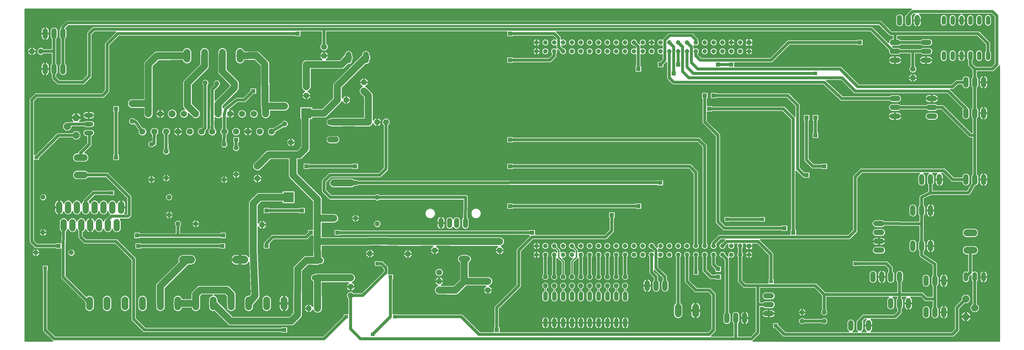
<source format=gbl>
G75*
G70*
%OFA0B0*%
%FSLAX24Y24*%
%IPPOS*%
%LPD*%
%AMOC8*
5,1,8,0,0,1.08239X$1,22.5*
%
%ADD10R,0.0515X0.0515*%
%ADD11C,0.0515*%
%ADD12C,0.0600*%
%ADD13OC8,0.0620*%
%ADD14C,0.0620*%
%ADD15C,0.0574*%
%ADD16C,0.0650*%
%ADD17C,0.0660*%
%ADD18C,0.0700*%
%ADD19OC8,0.0630*%
%ADD20C,0.0630*%
%ADD21OC8,0.0520*%
%ADD22C,0.0780*%
%ADD23C,0.0515*%
%ADD24C,0.0520*%
%ADD25C,0.0709*%
%ADD26C,0.0885*%
%ADD27OC8,0.0780*%
%ADD28C,0.0160*%
%ADD29C,0.0320*%
%ADD30R,0.0475X0.0475*%
%ADD31R,0.0396X0.0396*%
%ADD32C,0.0803*%
%ADD33R,0.1181X0.1181*%
%ADD34C,0.0100*%
D10*
X099994Y019994D03*
X099994Y042994D03*
D11*
X099994Y041994D03*
X098994Y041994D03*
X098994Y042994D03*
X097994Y042994D03*
X096994Y042994D03*
X096994Y041994D03*
X097994Y041994D03*
X095994Y041994D03*
X095994Y042994D03*
X094994Y042994D03*
X093994Y042994D03*
X093994Y041994D03*
X094994Y041994D03*
X092994Y041994D03*
X092994Y042994D03*
X091994Y042994D03*
X091994Y041994D03*
X090994Y041994D03*
X090994Y042994D03*
X089994Y042994D03*
X089994Y041994D03*
X088994Y041994D03*
X088994Y042994D03*
X087994Y042994D03*
X086994Y042994D03*
X086994Y041994D03*
X087994Y041994D03*
X085994Y041994D03*
X085994Y042994D03*
X084994Y042994D03*
X084994Y041994D03*
X083994Y041994D03*
X083994Y042994D03*
X082994Y042994D03*
X082994Y041994D03*
X081994Y041994D03*
X081994Y042994D03*
X080994Y042994D03*
X079994Y042994D03*
X079994Y041994D03*
X080994Y041994D03*
X078994Y041994D03*
X078994Y042994D03*
X077994Y042994D03*
X077994Y041994D03*
X076994Y041994D03*
X076994Y042994D03*
X075994Y042994D03*
X075994Y041994D03*
X075994Y019994D03*
X076994Y019994D03*
X077994Y019994D03*
X078994Y019994D03*
X079994Y019994D03*
X080994Y019994D03*
X081994Y019994D03*
X082994Y019994D03*
X083994Y019994D03*
X084994Y019994D03*
X085994Y019994D03*
X086994Y019994D03*
X087994Y019994D03*
X088994Y019994D03*
X089994Y019994D03*
X090994Y019994D03*
X091994Y019994D03*
X092994Y019994D03*
X093994Y019994D03*
X094994Y019994D03*
X095994Y019994D03*
X096994Y019994D03*
X097994Y019994D03*
X098994Y019994D03*
X098994Y018994D03*
X099994Y018994D03*
X097994Y018994D03*
X096994Y018994D03*
X095994Y018994D03*
X094994Y018994D03*
X093994Y018994D03*
X092994Y018994D03*
X091994Y018994D03*
X090994Y018994D03*
X089994Y018994D03*
X088994Y018994D03*
X087994Y018994D03*
X086994Y018994D03*
X085994Y018994D03*
X084994Y018994D03*
X083994Y018994D03*
X082994Y018994D03*
X081994Y018994D03*
X080994Y018994D03*
X079994Y018994D03*
X078994Y018994D03*
X077994Y018994D03*
X076994Y018994D03*
X075994Y018994D03*
D12*
X088494Y015794D02*
X088494Y015194D01*
X089494Y015194D02*
X089494Y015794D01*
X090494Y015794D02*
X090494Y015194D01*
X097501Y012146D02*
X097501Y011546D01*
X098501Y011546D02*
X098501Y012146D01*
X099501Y012146D02*
X099501Y011546D01*
X101906Y012346D02*
X102506Y012346D01*
X102506Y013346D02*
X101906Y013346D01*
X101906Y014346D02*
X102506Y014346D01*
X111494Y011294D02*
X111494Y010694D01*
X112494Y010694D02*
X112494Y011294D01*
X113494Y011294D02*
X113494Y010694D01*
X119994Y012194D02*
X119994Y012794D01*
X120994Y012794D02*
X120994Y012194D01*
X121994Y012194D02*
X121994Y012794D01*
X117994Y013194D02*
X117994Y013794D01*
X116994Y013794D02*
X116994Y013194D01*
X115994Y013194D02*
X115994Y013794D01*
X119990Y015761D02*
X119990Y016361D01*
X120990Y016361D02*
X120990Y015761D01*
X121990Y015761D02*
X121990Y016361D01*
X116994Y016194D02*
X116994Y016794D01*
X115994Y016794D02*
X115994Y016194D01*
X114994Y016194D02*
X114994Y016794D01*
X113994Y016794D02*
X113994Y016194D01*
X114363Y019515D02*
X114963Y019515D01*
X114963Y020515D02*
X114363Y020515D01*
X114363Y021515D02*
X114963Y021515D01*
X114963Y022515D02*
X114363Y022515D01*
X118494Y023694D02*
X118494Y024294D01*
X119494Y024294D02*
X119494Y023694D01*
X120494Y023694D02*
X120494Y024294D01*
X120494Y027194D02*
X120494Y027794D01*
X121494Y027794D02*
X121494Y027194D01*
X119494Y027194D02*
X119494Y027794D01*
X124494Y027794D02*
X124494Y027194D01*
X125494Y027194D02*
X125494Y027794D01*
X126494Y027794D02*
X126494Y027194D01*
X120494Y020294D02*
X120494Y019694D01*
X119494Y019694D02*
X119494Y020294D01*
X118494Y020294D02*
X118494Y019694D01*
X116784Y034653D02*
X116184Y034653D01*
X116184Y035653D02*
X116784Y035653D01*
X116784Y036653D02*
X116184Y036653D01*
X120331Y036653D02*
X120931Y036653D01*
X120931Y035653D02*
X120331Y035653D01*
X120331Y034653D02*
X120931Y034653D01*
X124494Y034694D02*
X124494Y035294D01*
X125494Y035294D02*
X125494Y034694D01*
X126494Y034694D02*
X126494Y035294D01*
X126494Y038194D02*
X126494Y038794D01*
X125494Y038794D02*
X125494Y038194D01*
X124494Y038194D02*
X124494Y038794D01*
X120294Y040994D02*
X119694Y040994D01*
X119694Y041994D02*
X120294Y041994D01*
X120294Y042994D02*
X119694Y042994D01*
X116794Y042994D02*
X116194Y042994D01*
X116194Y041994D02*
X116794Y041994D01*
X116794Y040994D02*
X116194Y040994D01*
X116994Y045194D02*
X116994Y045794D01*
X117994Y045794D02*
X117994Y045194D01*
X118994Y045194D02*
X118994Y045794D01*
X022494Y044294D02*
X022494Y043694D01*
X021494Y043694D02*
X021494Y044294D01*
X020494Y044294D02*
X020494Y043694D01*
X020494Y040294D02*
X020494Y039694D01*
X021494Y039694D02*
X021494Y040294D01*
X022494Y040294D02*
X022494Y039694D01*
D13*
X018994Y041994D03*
X049994Y036994D03*
X054494Y036494D03*
X056494Y038494D03*
X045002Y022373D03*
X064494Y019494D03*
X071831Y019485D03*
X070494Y014994D03*
X050265Y012927D03*
X118494Y038994D03*
D14*
X118494Y039994D03*
X071831Y020485D03*
X064494Y020494D03*
X070494Y015994D03*
X051265Y012927D03*
X044002Y022373D03*
X053494Y036494D03*
X056494Y037494D03*
X049994Y037994D03*
X019994Y041994D03*
D15*
X065198Y022876D02*
X065198Y022302D01*
X066182Y022302D02*
X066182Y022876D01*
X066969Y022876D02*
X066969Y022302D01*
X067954Y022302D02*
X067954Y022876D01*
D16*
X068174Y020485D02*
X067524Y020485D01*
X067524Y018516D02*
X068174Y018516D01*
X051576Y018357D02*
X050926Y018357D01*
X050926Y016388D02*
X051576Y016388D01*
X052669Y032009D02*
X053319Y032009D01*
X053319Y033978D02*
X052669Y033978D01*
X054752Y040966D02*
X054752Y041616D01*
X056721Y041616D02*
X056721Y040966D01*
D17*
X051994Y040494D03*
X051994Y041494D03*
X051994Y042494D03*
X056989Y033979D03*
X057989Y033979D03*
X058989Y033979D03*
X064994Y016994D03*
X064994Y015994D03*
X064994Y014994D03*
X054994Y015381D03*
X054994Y016381D03*
X054994Y014381D03*
D18*
X046071Y032916D03*
X044733Y032916D03*
X043394Y032916D03*
X042055Y032916D03*
X040717Y032916D03*
X039378Y032916D03*
X038172Y032914D03*
X036834Y032914D03*
X035495Y032914D03*
X034156Y032914D03*
X032818Y032914D03*
X031479Y032914D03*
X032149Y034914D03*
X033487Y034914D03*
X034826Y034914D03*
X036164Y034914D03*
X037503Y034914D03*
X040048Y034916D03*
X041386Y034916D03*
X042725Y034916D03*
X044063Y034916D03*
X045402Y034916D03*
D19*
X048246Y031691D03*
X044477Y027608D03*
X057166Y019126D03*
X061470Y019084D03*
D20*
X061470Y020484D03*
X057166Y020526D03*
X044477Y029008D03*
X048246Y030291D03*
D21*
X042061Y031062D03*
X040709Y031474D03*
X047532Y033779D03*
X047532Y035779D03*
X041871Y038360D03*
X039871Y038360D03*
X038571Y038410D03*
X036571Y038410D03*
X030324Y036079D03*
X030324Y034079D03*
X032494Y031494D03*
X034167Y030665D03*
X034167Y027665D03*
X032494Y027494D03*
X034494Y025494D03*
X034494Y023494D03*
X035494Y022494D03*
X037494Y022494D03*
X040709Y027474D03*
X042061Y028062D03*
X053099Y027111D03*
X055552Y027119D03*
X057999Y025480D03*
X055552Y023119D03*
X053099Y023111D03*
X057999Y022480D03*
X076994Y016494D03*
X077994Y016494D03*
X078994Y016494D03*
X079994Y016494D03*
X080994Y016494D03*
X081994Y016494D03*
X082994Y016494D03*
X083994Y016494D03*
X084994Y016494D03*
X085994Y016494D03*
X085994Y015494D03*
X084994Y015494D03*
X083994Y015494D03*
X082994Y015494D03*
X081994Y015494D03*
X080994Y015494D03*
X079994Y015494D03*
X078994Y015494D03*
X077994Y015494D03*
X076994Y015494D03*
X105994Y012494D03*
X105994Y011494D03*
X108494Y011494D03*
X108494Y012494D03*
X023443Y019230D03*
X019443Y019230D03*
X020247Y021505D03*
X020247Y025505D03*
D22*
X024104Y028014D02*
X024884Y028014D01*
X024884Y029984D02*
X024104Y029984D01*
X036514Y041104D02*
X036514Y041884D01*
X038484Y041884D02*
X038484Y041104D01*
X040514Y041104D02*
X040514Y041884D01*
X042484Y041884D02*
X042484Y041104D01*
X041504Y013884D02*
X041504Y013104D01*
X039474Y013104D02*
X039474Y013884D01*
X037504Y013884D02*
X037504Y013104D01*
X035474Y013104D02*
X035474Y013884D01*
X033504Y013884D02*
X033504Y013104D01*
X031474Y013104D02*
X031474Y013884D01*
X029504Y013884D02*
X029504Y013104D01*
X027474Y013104D02*
X027474Y013884D01*
X025504Y013884D02*
X025504Y013104D01*
X043474Y013104D02*
X043474Y013884D01*
X045504Y013884D02*
X045504Y013104D01*
X047474Y013104D02*
X047474Y013884D01*
X091990Y013087D02*
X091990Y012307D01*
X093960Y012307D02*
X093960Y013087D01*
X124604Y019504D02*
X125384Y019504D01*
X125384Y021474D02*
X124604Y021474D01*
D23*
X085999Y014564D02*
X085999Y014049D01*
X084999Y014049D02*
X084999Y014564D01*
X083999Y014564D02*
X083999Y014049D01*
X082999Y014049D02*
X082999Y014564D01*
X081999Y014564D02*
X081999Y014049D01*
X080999Y014049D02*
X080999Y014564D01*
X079999Y014564D02*
X079999Y014049D01*
X078999Y014049D02*
X078999Y014564D01*
X077999Y014564D02*
X077999Y014049D01*
X076999Y014049D02*
X076999Y014564D01*
X076999Y011564D02*
X076999Y011049D01*
X077999Y011049D02*
X077999Y011564D01*
X078999Y011564D02*
X078999Y011049D01*
X079999Y011049D02*
X079999Y011564D01*
X080999Y011564D02*
X080999Y011049D01*
X081999Y011049D02*
X081999Y011564D01*
X082999Y011564D02*
X082999Y011049D01*
X083999Y011049D02*
X083999Y011564D01*
X084999Y011564D02*
X084999Y011049D01*
X085999Y011049D02*
X085999Y011564D01*
X121994Y041236D02*
X121994Y041751D01*
X122994Y041751D02*
X122994Y041236D01*
X123994Y041236D02*
X123994Y041751D01*
X124994Y041751D02*
X124994Y041236D01*
X125994Y041236D02*
X125994Y041751D01*
X126994Y041751D02*
X126994Y041236D01*
X126994Y045236D02*
X126994Y045751D01*
X125994Y045751D02*
X125994Y045236D01*
X124994Y045236D02*
X124994Y045751D01*
X123994Y045751D02*
X123994Y045236D01*
X122994Y045236D02*
X122994Y045751D01*
X121994Y045751D02*
X121994Y045236D01*
D24*
X124494Y016754D02*
X124494Y016234D01*
X125494Y016234D02*
X125494Y016754D01*
X126494Y016754D02*
X126494Y016234D01*
X025672Y032760D02*
X025152Y032760D01*
X025152Y033760D02*
X025672Y033760D01*
X025672Y034760D02*
X025152Y034760D01*
D25*
X025079Y024692D02*
X025079Y023983D01*
X026079Y023983D02*
X026079Y024692D01*
X027079Y024692D02*
X027079Y023983D01*
X028079Y023983D02*
X028079Y024692D01*
X029079Y024692D02*
X029079Y023983D01*
X028579Y022692D02*
X028579Y021983D01*
X027579Y021983D02*
X027579Y022692D01*
X026579Y022692D02*
X026579Y021983D01*
X025579Y021983D02*
X025579Y022692D01*
X024579Y022692D02*
X024579Y021983D01*
X023579Y021983D02*
X023579Y022692D01*
X022579Y022692D02*
X022579Y021983D01*
X023079Y023983D02*
X023079Y024692D01*
X024079Y024692D02*
X024079Y023983D01*
X022079Y023983D02*
X022079Y024692D01*
D26*
X036072Y018430D02*
X036957Y018430D01*
X042072Y018430D02*
X042957Y018430D01*
D27*
X023994Y032494D03*
X022994Y033494D03*
X023994Y034494D03*
X124494Y013994D03*
X125494Y012994D03*
X124494Y011994D03*
D28*
X018234Y009234D02*
X018234Y046754D01*
X118301Y046754D01*
X118222Y046675D01*
X117722Y046175D01*
X117721Y046172D01*
X117604Y046054D01*
X117534Y045885D01*
X117534Y045102D01*
X117604Y044933D01*
X117733Y044804D01*
X117902Y044734D01*
X118085Y044734D01*
X118254Y044804D01*
X118384Y044933D01*
X118454Y045102D01*
X118454Y045885D01*
X118420Y045967D01*
X118626Y046174D01*
X118700Y046174D01*
X118681Y046160D01*
X118628Y046106D01*
X118583Y046045D01*
X118549Y045978D01*
X118526Y045906D01*
X118514Y045831D01*
X118514Y045514D01*
X118974Y045514D01*
X118974Y045474D01*
X119014Y045474D01*
X119014Y045514D01*
X119474Y045514D01*
X119474Y045831D01*
X119462Y045906D01*
X119439Y045978D01*
X119404Y046045D01*
X119360Y046106D01*
X119306Y046160D01*
X119287Y046174D01*
X123878Y046174D01*
X123826Y046157D01*
X123764Y046125D01*
X123709Y046085D01*
X123660Y046036D01*
X123620Y045980D01*
X123588Y045919D01*
X123567Y045854D01*
X123556Y045786D01*
X123556Y045494D01*
X123994Y045494D01*
X124431Y045494D01*
X124431Y045786D01*
X124420Y045854D01*
X124399Y045919D01*
X124368Y045980D01*
X124327Y046036D01*
X124279Y046085D01*
X124223Y046125D01*
X124162Y046157D01*
X124109Y046174D01*
X127361Y046174D01*
X127674Y045861D01*
X127674Y040626D01*
X127361Y040314D01*
X125626Y040314D01*
X125314Y040626D01*
X125314Y040966D01*
X125673Y040966D01*
X125640Y041000D02*
X125757Y040882D01*
X125911Y040819D01*
X126077Y040819D01*
X126230Y040882D01*
X126348Y041000D01*
X126411Y041153D01*
X126411Y041834D01*
X126348Y041988D01*
X126230Y042105D01*
X126077Y042169D01*
X125911Y042169D01*
X125757Y042105D01*
X125640Y041988D01*
X125576Y041834D01*
X125576Y041153D01*
X125640Y041000D01*
X125588Y041125D02*
X125399Y041125D01*
X125411Y041153D02*
X125411Y041834D01*
X125348Y041988D01*
X125230Y042105D01*
X125077Y042169D01*
X124911Y042169D01*
X124757Y042105D01*
X124640Y041988D01*
X124576Y041834D01*
X124576Y041153D01*
X124640Y041000D01*
X124674Y040966D01*
X124674Y040430D01*
X124722Y040312D01*
X125174Y039861D01*
X125174Y039124D01*
X125104Y039054D01*
X125034Y038885D01*
X125034Y038102D01*
X125104Y037933D01*
X125174Y037863D01*
X125174Y035624D01*
X125104Y035554D01*
X125034Y035385D01*
X125034Y034602D01*
X125104Y034433D01*
X125174Y034363D01*
X125174Y032814D01*
X125126Y032814D01*
X122016Y035924D01*
X121898Y035973D01*
X121261Y035973D01*
X121191Y036043D01*
X121022Y036113D01*
X120239Y036113D01*
X120070Y036043D01*
X120000Y035973D01*
X117114Y035973D01*
X117044Y036043D01*
X116875Y036113D01*
X116092Y036113D01*
X115923Y036043D01*
X115794Y035913D01*
X115724Y035744D01*
X115724Y035561D01*
X115794Y035392D01*
X115923Y035263D01*
X116092Y035193D01*
X116875Y035193D01*
X117044Y035263D01*
X117114Y035333D01*
X120000Y035333D01*
X120070Y035263D01*
X120239Y035193D01*
X121022Y035193D01*
X121191Y035263D01*
X121261Y035333D01*
X121702Y035333D01*
X124722Y032312D01*
X124812Y032222D01*
X124930Y032174D01*
X125174Y032174D01*
X125174Y028124D01*
X125104Y028054D01*
X125034Y027885D01*
X125034Y027102D01*
X125047Y027071D01*
X124603Y026314D01*
X120814Y026314D01*
X120814Y026863D01*
X120884Y026933D01*
X120954Y027102D01*
X120954Y027885D01*
X120884Y028054D01*
X120764Y028174D01*
X121200Y028174D01*
X121181Y028160D01*
X121128Y028106D01*
X121083Y028045D01*
X121049Y027978D01*
X121026Y027906D01*
X121014Y027831D01*
X121014Y027514D01*
X121474Y027514D01*
X121474Y027474D01*
X121514Y027474D01*
X121514Y027514D01*
X121974Y027514D01*
X121974Y027831D01*
X121962Y027906D01*
X121939Y027978D01*
X121904Y028045D01*
X121860Y028106D01*
X121806Y028160D01*
X121787Y028174D01*
X121861Y028174D01*
X122722Y027312D01*
X122812Y027222D01*
X122930Y027174D01*
X124034Y027174D01*
X124034Y027102D01*
X124104Y026933D01*
X124233Y026804D01*
X124402Y026734D01*
X124585Y026734D01*
X124754Y026804D01*
X124884Y026933D01*
X124954Y027102D01*
X124954Y027885D01*
X124884Y028054D01*
X124754Y028184D01*
X124585Y028254D01*
X124402Y028254D01*
X124233Y028184D01*
X124104Y028054D01*
X124034Y027885D01*
X124034Y027814D01*
X123126Y027814D01*
X122175Y028765D01*
X122057Y028814D01*
X112637Y028814D01*
X112520Y028765D01*
X112430Y028675D01*
X111722Y027968D01*
X111674Y027850D01*
X111674Y021833D01*
X111154Y021314D01*
X105391Y021314D01*
X105391Y021797D01*
X105314Y021875D01*
X105314Y028428D01*
X105930Y027812D01*
X106020Y027722D01*
X106096Y027691D01*
X106096Y027690D01*
X106190Y027596D01*
X106797Y027596D01*
X106891Y027690D01*
X106891Y028297D01*
X106797Y028391D01*
X106256Y028391D01*
X105814Y028833D01*
X105814Y035939D01*
X105765Y036057D01*
X105675Y036147D01*
X104557Y037265D01*
X104439Y037314D01*
X096375Y037314D01*
X096297Y037391D01*
X095690Y037391D01*
X095596Y037297D01*
X095596Y036690D01*
X095690Y036596D01*
X096297Y036596D01*
X096375Y036674D01*
X104243Y036674D01*
X105174Y035743D01*
X105174Y034648D01*
X104057Y035765D01*
X103939Y035814D01*
X095875Y035814D01*
X095797Y035891D01*
X095314Y035891D01*
X095314Y036612D01*
X095391Y036690D01*
X095391Y037297D01*
X095297Y037391D01*
X094690Y037391D01*
X094596Y037297D01*
X094596Y036690D01*
X094674Y036612D01*
X094674Y033930D01*
X094722Y033812D01*
X096174Y032361D01*
X096174Y022637D01*
X096222Y022520D01*
X096930Y021812D01*
X097020Y021722D01*
X097137Y021674D01*
X103612Y021674D01*
X103690Y021596D01*
X104297Y021596D01*
X104391Y021690D01*
X104391Y022297D01*
X104297Y022391D01*
X103690Y022391D01*
X103612Y022314D01*
X097333Y022314D01*
X096814Y022833D01*
X096814Y032557D01*
X096765Y032675D01*
X095314Y034126D01*
X095314Y035096D01*
X095797Y035096D01*
X095875Y035174D01*
X103743Y035174D01*
X104674Y034243D01*
X104674Y021875D01*
X104596Y021797D01*
X104596Y021314D01*
X096637Y021314D01*
X096520Y021265D01*
X096430Y021175D01*
X095722Y020468D01*
X095674Y020350D01*
X095674Y020264D01*
X095640Y020230D01*
X095576Y020077D01*
X095576Y019911D01*
X095640Y019757D01*
X095757Y019640D01*
X095911Y019576D01*
X096077Y019576D01*
X096230Y019640D01*
X096348Y019757D01*
X096411Y019911D01*
X096411Y020077D01*
X096360Y020200D01*
X096833Y020674D01*
X097221Y020674D01*
X096959Y020411D01*
X096911Y020411D01*
X096757Y020348D01*
X096640Y020230D01*
X096576Y020077D01*
X096576Y019911D01*
X096640Y019757D01*
X096757Y019640D01*
X096911Y019576D01*
X097077Y019576D01*
X097230Y019640D01*
X097348Y019757D01*
X097411Y019911D01*
X097411Y019959D01*
X097609Y020157D01*
X097576Y020077D01*
X097576Y019911D01*
X097640Y019757D01*
X097757Y019640D01*
X097911Y019576D01*
X098077Y019576D01*
X098230Y019640D01*
X098348Y019757D01*
X098411Y019911D01*
X098411Y020077D01*
X098371Y020174D01*
X098616Y020174D01*
X098576Y020077D01*
X098576Y019911D01*
X098640Y019757D01*
X098674Y019723D01*
X098674Y019264D01*
X098640Y019230D01*
X098576Y019077D01*
X098576Y018911D01*
X098640Y018757D01*
X098674Y018723D01*
X098674Y015930D01*
X098722Y015812D01*
X099222Y015312D01*
X099312Y015222D01*
X099430Y015174D01*
X100674Y015174D01*
X100674Y010333D01*
X100154Y009814D01*
X098821Y009814D01*
X098821Y011216D01*
X098891Y011286D01*
X098961Y011455D01*
X098961Y012238D01*
X098891Y012407D01*
X098762Y012536D01*
X098593Y012606D01*
X098410Y012606D01*
X098241Y012536D01*
X098111Y012407D01*
X098041Y012238D01*
X098041Y011455D01*
X098111Y011286D01*
X098181Y011216D01*
X098181Y009814D01*
X095766Y009814D01*
X096265Y010312D01*
X096314Y010430D01*
X096314Y014557D01*
X096265Y014675D01*
X096175Y014765D01*
X095675Y015265D01*
X095557Y015314D01*
X094126Y015314D01*
X093314Y016126D01*
X093314Y018723D01*
X093348Y018757D01*
X093411Y018911D01*
X093411Y019077D01*
X093348Y019230D01*
X093230Y019348D01*
X093077Y019411D01*
X092911Y019411D01*
X092757Y019348D01*
X092640Y019230D01*
X092576Y019077D01*
X092576Y018911D01*
X092640Y018757D01*
X092674Y018723D01*
X092674Y015930D01*
X092722Y015812D01*
X093722Y014812D01*
X093812Y014722D01*
X093930Y014674D01*
X095361Y014674D01*
X095674Y014361D01*
X095674Y010626D01*
X095361Y010314D01*
X071891Y010314D01*
X071891Y010797D01*
X071814Y010875D01*
X071814Y012861D01*
X074175Y015222D01*
X074265Y015312D01*
X074314Y015430D01*
X074314Y019361D01*
X075626Y020674D01*
X083850Y020674D01*
X083968Y020722D01*
X084675Y021430D01*
X084765Y021520D01*
X084814Y021637D01*
X084814Y023112D01*
X084891Y023190D01*
X084891Y023797D01*
X084797Y023891D01*
X084190Y023891D01*
X084096Y023797D01*
X084096Y023190D01*
X084174Y023112D01*
X084174Y021833D01*
X083654Y021314D01*
X075891Y021314D01*
X075891Y021797D01*
X075797Y021891D01*
X075190Y021891D01*
X075112Y021814D01*
X053875Y021814D01*
X053797Y021891D01*
X053190Y021891D01*
X053096Y021797D01*
X053096Y021190D01*
X053190Y021096D01*
X053797Y021096D01*
X053875Y021174D01*
X075112Y021174D01*
X075167Y021119D01*
X073722Y019675D01*
X073674Y019557D01*
X073674Y015626D01*
X071222Y013175D01*
X071174Y013057D01*
X071174Y010875D01*
X071096Y010797D01*
X071096Y010314D01*
X069626Y010314D01*
X067765Y012175D01*
X067675Y012265D01*
X067557Y012314D01*
X060296Y012314D01*
X060258Y012352D01*
X059814Y012352D01*
X059814Y016191D01*
X059852Y016229D01*
X059852Y016758D01*
X059758Y016852D01*
X059281Y016852D01*
X059314Y016930D01*
X059314Y017557D01*
X059265Y017675D01*
X058765Y018175D01*
X058675Y018265D01*
X058557Y018314D01*
X058296Y018314D01*
X058258Y018352D01*
X057729Y018352D01*
X057636Y018258D01*
X057636Y017729D01*
X057729Y017636D01*
X058258Y017636D01*
X058296Y017674D01*
X058361Y017674D01*
X058674Y017361D01*
X058674Y017126D01*
X056248Y014701D01*
X055367Y014701D01*
X055271Y014796D01*
X055091Y014871D01*
X054896Y014871D01*
X054716Y014796D01*
X054578Y014658D01*
X054504Y014478D01*
X054504Y014283D01*
X054578Y014103D01*
X054674Y014008D01*
X054674Y012352D01*
X054229Y012352D01*
X054136Y012258D01*
X054136Y012088D01*
X051861Y009814D01*
X021626Y009814D01*
X020814Y010626D01*
X020814Y017191D01*
X022227Y017191D01*
X022227Y017033D02*
X020814Y017033D01*
X020814Y017191D02*
X020852Y017229D01*
X020852Y017758D01*
X020758Y017852D01*
X020229Y017852D01*
X020136Y017758D01*
X020136Y017229D01*
X020174Y017191D01*
X018234Y017191D01*
X018234Y017033D02*
X020174Y017033D01*
X020174Y017191D02*
X020174Y010430D01*
X020222Y010312D01*
X020312Y010222D01*
X021301Y009234D01*
X018234Y009234D01*
X018234Y009266D02*
X021269Y009266D01*
X021110Y009425D02*
X018234Y009425D01*
X018234Y009583D02*
X020952Y009583D01*
X020793Y009742D02*
X018234Y009742D01*
X018234Y009900D02*
X020635Y009900D01*
X020476Y010059D02*
X018234Y010059D01*
X018234Y010217D02*
X020318Y010217D01*
X020196Y010376D02*
X018234Y010376D01*
X018234Y010534D02*
X020174Y010534D01*
X020174Y010693D02*
X018234Y010693D01*
X018234Y010851D02*
X020174Y010851D01*
X020174Y011010D02*
X018234Y011010D01*
X018234Y011168D02*
X020174Y011168D01*
X020174Y011327D02*
X018234Y011327D01*
X018234Y011485D02*
X020174Y011485D01*
X020174Y011644D02*
X018234Y011644D01*
X018234Y011802D02*
X020174Y011802D01*
X020174Y011961D02*
X018234Y011961D01*
X018234Y012119D02*
X020174Y012119D01*
X020174Y012278D02*
X018234Y012278D01*
X018234Y012436D02*
X020174Y012436D01*
X020174Y012595D02*
X018234Y012595D01*
X018234Y012753D02*
X020174Y012753D01*
X020174Y012912D02*
X018234Y012912D01*
X018234Y013070D02*
X020174Y013070D01*
X020174Y013229D02*
X018234Y013229D01*
X018234Y013387D02*
X020174Y013387D01*
X020174Y013546D02*
X018234Y013546D01*
X018234Y013704D02*
X020174Y013704D01*
X020174Y013863D02*
X018234Y013863D01*
X018234Y014021D02*
X020174Y014021D01*
X020174Y014180D02*
X018234Y014180D01*
X018234Y014338D02*
X020174Y014338D01*
X020174Y014497D02*
X018234Y014497D01*
X018234Y014655D02*
X020174Y014655D01*
X020174Y014814D02*
X018234Y014814D01*
X018234Y014972D02*
X020174Y014972D01*
X020174Y015131D02*
X018234Y015131D01*
X018234Y015289D02*
X020174Y015289D01*
X020174Y015448D02*
X018234Y015448D01*
X018234Y015606D02*
X020174Y015606D01*
X020174Y015765D02*
X018234Y015765D01*
X018234Y015923D02*
X020174Y015923D01*
X020174Y016082D02*
X018234Y016082D01*
X018234Y016240D02*
X020174Y016240D01*
X020174Y016399D02*
X018234Y016399D01*
X018234Y016557D02*
X020174Y016557D01*
X020174Y016716D02*
X018234Y016716D01*
X018234Y016874D02*
X020174Y016874D01*
X020136Y017350D02*
X018234Y017350D01*
X018234Y017508D02*
X020136Y017508D01*
X020136Y017667D02*
X018234Y017667D01*
X018234Y017825D02*
X020203Y017825D01*
X020785Y017825D02*
X022227Y017825D01*
X022227Y017667D02*
X020852Y017667D01*
X020852Y017508D02*
X022227Y017508D01*
X022227Y017350D02*
X020852Y017350D01*
X020814Y016874D02*
X022227Y016874D01*
X022227Y016716D02*
X020814Y016716D01*
X020814Y016557D02*
X022227Y016557D01*
X022227Y016399D02*
X020814Y016399D01*
X020814Y016240D02*
X022305Y016240D01*
X022275Y016269D02*
X022365Y016179D01*
X024954Y013591D01*
X024954Y012994D01*
X025037Y012792D01*
X025192Y012637D01*
X025394Y012554D01*
X025613Y012554D01*
X025815Y012637D01*
X025970Y012792D01*
X026054Y012994D01*
X026054Y013993D01*
X025970Y014195D01*
X025815Y014350D01*
X025613Y014434D01*
X025394Y014434D01*
X025192Y014350D01*
X025146Y014304D01*
X022867Y016583D01*
X022867Y018881D01*
X022892Y021569D01*
X023015Y021692D01*
X023079Y021846D01*
X023143Y021692D01*
X023287Y021547D01*
X023476Y021469D01*
X023681Y021469D01*
X023870Y021547D01*
X024015Y021692D01*
X024079Y021846D01*
X024143Y021692D01*
X024174Y021661D01*
X024174Y020930D01*
X024222Y020812D01*
X024722Y020312D01*
X024812Y020222D01*
X024930Y020174D01*
X028361Y020174D01*
X030174Y018361D01*
X030174Y011637D01*
X030222Y011520D01*
X030312Y011430D01*
X031520Y010222D01*
X031637Y010174D01*
X047112Y010174D01*
X047190Y010096D01*
X047797Y010096D01*
X047891Y010190D01*
X047891Y010797D01*
X047797Y010891D01*
X047190Y010891D01*
X047112Y010814D01*
X031833Y010814D01*
X030814Y011833D01*
X030814Y018557D01*
X030765Y018675D01*
X028675Y020765D01*
X028557Y020814D01*
X025126Y020814D01*
X024814Y021126D01*
X024814Y021524D01*
X024870Y021547D01*
X025015Y021692D01*
X025069Y021823D01*
X025084Y021778D01*
X025122Y021703D01*
X025171Y021635D01*
X025231Y021576D01*
X025299Y021526D01*
X025374Y021488D01*
X025454Y021462D01*
X025537Y021449D01*
X025541Y021449D01*
X025541Y022300D01*
X025617Y022300D01*
X025617Y021449D01*
X025621Y021449D01*
X025704Y021462D01*
X025784Y021488D01*
X025859Y021526D01*
X025927Y021576D01*
X025986Y021635D01*
X026036Y021703D01*
X026074Y021778D01*
X026088Y021823D01*
X026143Y021692D01*
X026287Y021547D01*
X026476Y021469D01*
X026681Y021469D01*
X026870Y021547D01*
X027015Y021692D01*
X027079Y021846D01*
X027143Y021692D01*
X027287Y021547D01*
X027476Y021469D01*
X027681Y021469D01*
X027870Y021547D01*
X028015Y021692D01*
X028079Y021846D01*
X028143Y021692D01*
X028287Y021547D01*
X028476Y021469D01*
X028681Y021469D01*
X028870Y021547D01*
X029015Y021692D01*
X029093Y021881D01*
X029093Y022794D01*
X029015Y022983D01*
X028985Y023013D01*
X029896Y023013D01*
X030014Y023061D01*
X030175Y023222D01*
X030265Y023312D01*
X030314Y023430D01*
X030314Y025557D01*
X030265Y025675D01*
X027745Y028195D01*
X027655Y028285D01*
X027537Y028334D01*
X025342Y028334D01*
X025195Y028480D01*
X024993Y028564D01*
X023994Y028564D01*
X023792Y028480D01*
X023637Y028325D01*
X023554Y028123D01*
X023554Y027904D01*
X023637Y027702D01*
X023792Y027547D01*
X023994Y027464D01*
X024993Y027464D01*
X025195Y027547D01*
X025342Y027694D01*
X027341Y027694D01*
X029674Y025361D01*
X029674Y023653D01*
X029499Y023653D01*
X029536Y023703D01*
X029574Y023778D01*
X029600Y023858D01*
X029613Y023941D01*
X029613Y024300D01*
X029117Y024300D01*
X029117Y024376D01*
X029041Y024376D01*
X029041Y025226D01*
X029037Y025226D01*
X028954Y025213D01*
X028874Y025187D01*
X028799Y025149D01*
X028731Y025100D01*
X028671Y025040D01*
X028622Y024972D01*
X028584Y024897D01*
X028569Y024852D01*
X028515Y024983D01*
X028370Y025128D01*
X028181Y025206D01*
X027976Y025206D01*
X027787Y025128D01*
X027643Y024983D01*
X027579Y024829D01*
X027515Y024983D01*
X027370Y025128D01*
X027181Y025206D01*
X026976Y025206D01*
X026787Y025128D01*
X026643Y024983D01*
X026579Y024829D01*
X026515Y024983D01*
X026370Y025128D01*
X026181Y025206D01*
X025976Y025206D01*
X025787Y025128D01*
X025643Y024983D01*
X025579Y024829D01*
X025515Y024983D01*
X025475Y025023D01*
X026126Y025674D01*
X027691Y025674D01*
X027729Y025636D01*
X028258Y025636D01*
X028352Y025729D01*
X028352Y026258D01*
X028258Y026352D01*
X027729Y026352D01*
X027691Y026314D01*
X025930Y026314D01*
X025812Y026265D01*
X025722Y026175D01*
X024807Y025260D01*
X024759Y025142D01*
X024759Y025099D01*
X024643Y024983D01*
X024579Y024829D01*
X024515Y024983D01*
X024370Y025128D01*
X024181Y025206D01*
X023976Y025206D01*
X023787Y025128D01*
X023643Y024983D01*
X023579Y024829D01*
X023515Y024983D01*
X023370Y025128D01*
X023181Y025206D01*
X022976Y025206D01*
X022787Y025128D01*
X022643Y024983D01*
X022588Y024852D01*
X022574Y024897D01*
X022536Y024972D01*
X022486Y025040D01*
X022427Y025100D01*
X022359Y025149D01*
X022284Y025187D01*
X022204Y025213D01*
X022121Y025226D01*
X022117Y025226D01*
X022117Y024376D01*
X022041Y024376D01*
X022041Y025226D01*
X022037Y025226D01*
X021954Y025213D01*
X021874Y025187D01*
X021799Y025149D01*
X021731Y025100D01*
X021671Y025040D01*
X021622Y024972D01*
X021584Y024897D01*
X021558Y024817D01*
X021544Y024734D01*
X021544Y024376D01*
X022041Y024376D01*
X022041Y024300D01*
X022117Y024300D01*
X022117Y023449D01*
X022121Y023449D01*
X022204Y023462D01*
X022284Y023488D01*
X022359Y023526D01*
X022427Y023576D01*
X022486Y023635D01*
X022536Y023703D01*
X022574Y023778D01*
X022588Y023823D01*
X022643Y023692D01*
X022787Y023547D01*
X022976Y023469D01*
X023181Y023469D01*
X023370Y023547D01*
X023515Y023692D01*
X023579Y023846D01*
X023643Y023692D01*
X023787Y023547D01*
X023976Y023469D01*
X024181Y023469D01*
X024370Y023547D01*
X024515Y023692D01*
X024579Y023846D01*
X024643Y023692D01*
X024787Y023547D01*
X024976Y023469D01*
X025181Y023469D01*
X025370Y023547D01*
X025515Y023692D01*
X025579Y023846D01*
X025643Y023692D01*
X025787Y023547D01*
X025976Y023469D01*
X026181Y023469D01*
X026370Y023547D01*
X026515Y023692D01*
X026579Y023846D01*
X026643Y023692D01*
X026787Y023547D01*
X026976Y023469D01*
X027181Y023469D01*
X027370Y023547D01*
X027515Y023692D01*
X027579Y023846D01*
X027643Y023692D01*
X027772Y023563D01*
X027722Y023514D01*
X027371Y023163D01*
X027287Y023128D01*
X027143Y022983D01*
X027079Y022829D01*
X027015Y022983D01*
X026870Y023128D01*
X026681Y023206D01*
X026476Y023206D01*
X026287Y023128D01*
X026143Y022983D01*
X026088Y022852D01*
X026074Y022897D01*
X026036Y022972D01*
X025986Y023040D01*
X025927Y023100D01*
X025859Y023149D01*
X025784Y023187D01*
X025704Y023213D01*
X025621Y023226D01*
X025617Y023226D01*
X025617Y022376D01*
X025541Y022376D01*
X025541Y023226D01*
X025537Y023226D01*
X025454Y023213D01*
X025374Y023187D01*
X025299Y023149D01*
X025231Y023100D01*
X025171Y023040D01*
X025122Y022972D01*
X025084Y022897D01*
X025050Y022897D01*
X025084Y022897D02*
X025069Y022852D01*
X025015Y022983D01*
X024870Y023128D01*
X024681Y023206D01*
X024476Y023206D01*
X024287Y023128D01*
X024143Y022983D01*
X024079Y022829D01*
X024015Y022983D01*
X023870Y023128D01*
X023681Y023206D01*
X023476Y023206D01*
X023287Y023128D01*
X023143Y022983D01*
X023079Y022829D01*
X023015Y022983D01*
X022870Y023128D01*
X022681Y023206D01*
X022476Y023206D01*
X022287Y023128D01*
X022143Y022983D01*
X022064Y022794D01*
X022064Y021881D01*
X022143Y021692D01*
X022252Y021583D01*
X022241Y020391D01*
X021690Y020391D01*
X021612Y020314D01*
X019626Y020314D01*
X019314Y020626D01*
X019314Y029636D01*
X019758Y029636D01*
X019852Y029729D01*
X019852Y029899D01*
X022126Y032174D01*
X023536Y032174D01*
X023766Y031944D01*
X024222Y031944D01*
X024544Y032266D01*
X024544Y032722D01*
X024222Y033044D01*
X023766Y033044D01*
X023536Y032814D01*
X021930Y032814D01*
X021812Y032765D01*
X019399Y030352D01*
X019314Y030352D01*
X019314Y036361D01*
X019626Y036674D01*
X027057Y036674D01*
X027175Y036722D01*
X027675Y037222D01*
X027765Y037312D01*
X027814Y037430D01*
X027814Y042654D01*
X028833Y043674D01*
X048612Y043674D01*
X048690Y043596D01*
X049297Y043596D01*
X049391Y043690D01*
X049391Y044174D01*
X051674Y044174D01*
X051674Y042867D01*
X051578Y042771D01*
X051504Y042591D01*
X051504Y042396D01*
X051578Y042216D01*
X051716Y042078D01*
X051896Y042004D01*
X052091Y042004D01*
X052271Y042078D01*
X052409Y042216D01*
X052484Y042396D01*
X052484Y042591D01*
X052409Y042771D01*
X052314Y042867D01*
X052314Y044174D01*
X072596Y044174D01*
X072596Y043690D01*
X072690Y043596D01*
X073297Y043596D01*
X073375Y043674D01*
X077861Y043674D01*
X078157Y043378D01*
X078077Y043411D01*
X077911Y043411D01*
X077757Y043348D01*
X077640Y043230D01*
X077576Y043077D01*
X077576Y042911D01*
X077640Y042757D01*
X077757Y042640D01*
X077911Y042576D01*
X078077Y042576D01*
X078174Y042616D01*
X078174Y042430D01*
X078203Y042359D01*
X078077Y042411D01*
X077911Y042411D01*
X077757Y042348D01*
X077640Y042230D01*
X077576Y042077D01*
X077576Y041911D01*
X077640Y041757D01*
X077674Y041723D01*
X077674Y041626D01*
X077361Y041314D01*
X073375Y041314D01*
X073297Y041391D01*
X072690Y041391D01*
X072596Y041297D01*
X072596Y040690D01*
X072690Y040596D01*
X073297Y040596D01*
X073375Y040674D01*
X077557Y040674D01*
X077675Y040722D01*
X078265Y041312D01*
X078314Y041430D01*
X078314Y041723D01*
X078348Y041757D01*
X078411Y041911D01*
X078411Y042077D01*
X078378Y042157D01*
X078576Y041959D01*
X078576Y041911D01*
X078640Y041757D01*
X078757Y041640D01*
X078911Y041576D01*
X079077Y041576D01*
X079230Y041640D01*
X079348Y041757D01*
X079411Y041911D01*
X079411Y042077D01*
X079348Y042230D01*
X079230Y042348D01*
X079077Y042411D01*
X079029Y042411D01*
X078831Y042609D01*
X078911Y042576D01*
X079077Y042576D01*
X079230Y042640D01*
X079348Y042757D01*
X079411Y042911D01*
X079411Y043077D01*
X079348Y043230D01*
X079230Y043348D01*
X079077Y043411D01*
X078911Y043411D01*
X078814Y043371D01*
X078814Y043557D01*
X078765Y043675D01*
X078266Y044174D01*
X113665Y044174D01*
X114278Y043569D01*
X115742Y042105D01*
X115734Y042085D01*
X115734Y041902D01*
X115804Y041733D01*
X115933Y041604D01*
X116102Y041534D01*
X116885Y041534D01*
X117054Y041604D01*
X117124Y041674D01*
X118174Y041674D01*
X118174Y040338D01*
X118095Y040260D01*
X118024Y040087D01*
X118024Y039900D01*
X118095Y039727D01*
X118227Y039595D01*
X118400Y039524D01*
X118587Y039524D01*
X118760Y039595D01*
X118892Y039727D01*
X118964Y039900D01*
X118964Y040087D01*
X118892Y040260D01*
X118814Y040338D01*
X118814Y041674D01*
X119363Y041674D01*
X119433Y041604D01*
X119602Y041534D01*
X120385Y041534D01*
X120554Y041604D01*
X120684Y041733D01*
X120754Y041902D01*
X120754Y042085D01*
X120684Y042254D01*
X120554Y042384D01*
X120385Y042454D01*
X119602Y042454D01*
X119433Y042384D01*
X119363Y042314D01*
X117124Y042314D01*
X117054Y042384D01*
X116885Y042454D01*
X116298Y042454D01*
X116218Y042534D01*
X116885Y042534D01*
X117054Y042604D01*
X117124Y042674D01*
X119363Y042674D01*
X119433Y042604D01*
X119602Y042534D01*
X120385Y042534D01*
X120554Y042604D01*
X120684Y042733D01*
X120754Y042902D01*
X120754Y043085D01*
X120684Y043254D01*
X120554Y043384D01*
X120385Y043454D01*
X119602Y043454D01*
X119433Y043384D01*
X119363Y043314D01*
X117124Y043314D01*
X117054Y043384D01*
X116885Y043454D01*
X116814Y043454D01*
X116814Y043674D01*
X125743Y043674D01*
X126674Y042743D01*
X126674Y042022D01*
X126640Y041988D01*
X126576Y041834D01*
X126576Y041153D01*
X126640Y041000D01*
X126757Y040882D01*
X126911Y040819D01*
X127077Y040819D01*
X127230Y040882D01*
X127348Y041000D01*
X127411Y041153D01*
X127411Y041834D01*
X127348Y041988D01*
X127314Y042022D01*
X127314Y042939D01*
X127265Y043057D01*
X127175Y043147D01*
X126057Y044265D01*
X125939Y044314D01*
X116132Y044314D01*
X115007Y045426D01*
X114962Y045471D01*
X114961Y045471D01*
X114961Y045472D01*
X114903Y045496D01*
X114845Y045520D01*
X114844Y045520D01*
X114843Y045520D01*
X114780Y045520D01*
X022990Y045516D01*
X022930Y045516D01*
X022870Y045491D01*
X022812Y045467D01*
X022769Y045424D01*
X022222Y044877D01*
X022174Y044759D01*
X022174Y044624D01*
X022104Y044554D01*
X022034Y044385D01*
X022034Y043602D01*
X022104Y043433D01*
X022174Y043363D01*
X022174Y040624D01*
X022104Y040554D01*
X022034Y040385D01*
X022034Y039602D01*
X022104Y039433D01*
X022233Y039304D01*
X022402Y039234D01*
X022585Y039234D01*
X022754Y039304D01*
X022884Y039433D01*
X022954Y039602D01*
X022954Y040385D01*
X022884Y040554D01*
X022814Y040624D01*
X022814Y043363D01*
X022884Y043433D01*
X022954Y043602D01*
X022954Y044385D01*
X022884Y044554D01*
X022844Y044594D01*
X023126Y044876D01*
X114649Y044880D01*
X115718Y043824D01*
X115722Y043812D01*
X115724Y043811D01*
X115725Y043809D01*
X115769Y043766D01*
X115812Y043722D01*
X115814Y043722D01*
X115816Y043720D01*
X115873Y043697D01*
X115930Y043674D01*
X115932Y043674D01*
X115934Y043673D01*
X115996Y043674D01*
X116174Y043674D01*
X116174Y043454D01*
X116102Y043454D01*
X115933Y043384D01*
X115804Y043254D01*
X115734Y043085D01*
X115734Y043018D01*
X114774Y043978D01*
X115562Y043978D01*
X115720Y043819D02*
X114933Y043819D01*
X115091Y043661D02*
X116174Y043661D01*
X116174Y043502D02*
X115250Y043502D01*
X115408Y043344D02*
X115893Y043344D01*
X115775Y043185D02*
X115567Y043185D01*
X115725Y043027D02*
X115734Y043027D01*
X115296Y042551D02*
X104504Y042551D01*
X104626Y042674D02*
X112112Y042674D01*
X112190Y042596D01*
X112797Y042596D01*
X112891Y042690D01*
X112891Y043297D01*
X112797Y043391D01*
X112190Y043391D01*
X112112Y043314D01*
X104430Y043314D01*
X104312Y043265D01*
X102361Y041314D01*
X094626Y041314D01*
X094314Y041626D01*
X094314Y041723D01*
X094348Y041757D01*
X094411Y041911D01*
X094411Y042077D01*
X094348Y042230D01*
X094230Y042348D01*
X094077Y042411D01*
X093911Y042411D01*
X093814Y042371D01*
X093814Y042557D01*
X093784Y042629D01*
X093911Y042576D01*
X094077Y042576D01*
X094230Y042640D01*
X094348Y042757D01*
X094411Y042911D01*
X094411Y043077D01*
X094348Y043230D01*
X094314Y043264D01*
X094314Y043351D01*
X094265Y043469D01*
X094175Y043559D01*
X093697Y044037D01*
X093579Y044086D01*
X090952Y044086D01*
X090834Y044037D01*
X090312Y043515D01*
X090222Y043425D01*
X090196Y043362D01*
X090077Y043411D01*
X089911Y043411D01*
X089757Y043348D01*
X089640Y043230D01*
X089576Y043077D01*
X089576Y042911D01*
X089640Y042757D01*
X089757Y042640D01*
X089911Y042576D01*
X090077Y042576D01*
X090174Y042616D01*
X090174Y042371D01*
X090077Y042411D01*
X089911Y042411D01*
X089757Y042348D01*
X089640Y042230D01*
X089576Y042077D01*
X089576Y041911D01*
X089640Y041757D01*
X089757Y041640D01*
X089911Y041576D01*
X090077Y041576D01*
X090174Y041616D01*
X090174Y041126D01*
X089939Y040891D01*
X089690Y040891D01*
X089596Y040797D01*
X089596Y040190D01*
X089690Y040096D01*
X090297Y040096D01*
X090391Y040190D01*
X090391Y040439D01*
X090674Y040721D01*
X090674Y038930D01*
X090722Y038812D01*
X090812Y038722D01*
X091312Y038222D01*
X091430Y038174D01*
X108367Y038174D01*
X110241Y036422D01*
X110282Y036380D01*
X110288Y036378D01*
X110292Y036374D01*
X110346Y036354D01*
X110400Y036332D01*
X110406Y036332D01*
X110411Y036330D01*
X110469Y036332D01*
X115853Y036333D01*
X115923Y036263D01*
X116092Y036193D01*
X116875Y036193D01*
X117044Y036263D01*
X117174Y036392D01*
X117244Y036561D01*
X117244Y036744D01*
X117174Y036913D01*
X117044Y037043D01*
X116875Y037113D01*
X116092Y037113D01*
X115923Y037043D01*
X115853Y036973D01*
X110590Y036972D01*
X108770Y038674D01*
X110361Y038674D01*
X111812Y037222D01*
X111930Y037174D01*
X122361Y037174D01*
X124068Y035467D01*
X124034Y035385D01*
X124034Y034602D01*
X124104Y034433D01*
X124233Y034304D01*
X124402Y034234D01*
X124585Y034234D01*
X124754Y034304D01*
X124884Y034433D01*
X124954Y034602D01*
X124954Y035385D01*
X124884Y035554D01*
X124766Y035672D01*
X124765Y035675D01*
X124675Y035765D01*
X122766Y037674D01*
X123057Y037674D01*
X123175Y037722D01*
X123626Y038174D01*
X124034Y038174D01*
X124034Y038102D01*
X124104Y037933D01*
X124233Y037804D01*
X124402Y037734D01*
X124585Y037734D01*
X124754Y037804D01*
X124884Y037933D01*
X124954Y038102D01*
X124954Y038885D01*
X124884Y039054D01*
X124754Y039184D01*
X124585Y039254D01*
X124402Y039254D01*
X124233Y039184D01*
X124104Y039054D01*
X124034Y038885D01*
X124034Y038814D01*
X123430Y038814D01*
X123312Y038765D01*
X123222Y038675D01*
X122861Y038314D01*
X112419Y038314D01*
X110468Y040265D01*
X110350Y040314D01*
X098391Y040314D01*
X098391Y040674D01*
X102557Y040674D01*
X102675Y040722D01*
X104626Y042674D01*
X104345Y042393D02*
X115454Y042393D01*
X115613Y042234D02*
X104187Y042234D01*
X104028Y042076D02*
X115734Y042076D01*
X115734Y041917D02*
X103870Y041917D01*
X103711Y041759D02*
X115793Y041759D01*
X115942Y041600D02*
X103553Y041600D01*
X103394Y041442D02*
X116019Y041442D01*
X116009Y041439D02*
X115942Y041404D01*
X115881Y041360D01*
X115828Y041306D01*
X115783Y041245D01*
X115749Y041178D01*
X115726Y041106D01*
X115714Y041031D01*
X115714Y041014D01*
X116474Y041014D01*
X116474Y041474D01*
X116156Y041474D01*
X116081Y041462D01*
X116009Y041439D01*
X115811Y041283D02*
X103236Y041283D01*
X103077Y041125D02*
X115732Y041125D01*
X115714Y040974D02*
X115714Y040956D01*
X115726Y040881D01*
X115749Y040809D01*
X115783Y040742D01*
X115828Y040681D01*
X115881Y040628D01*
X115942Y040583D01*
X116009Y040549D01*
X116081Y040526D01*
X116156Y040514D01*
X116474Y040514D01*
X116474Y040974D01*
X116514Y040974D01*
X116514Y041014D01*
X116474Y041014D01*
X116474Y040974D01*
X115714Y040974D01*
X115714Y040966D02*
X102919Y040966D01*
X102760Y040808D02*
X115750Y040808D01*
X115859Y040649D02*
X098391Y040649D01*
X098391Y040491D02*
X118174Y040491D01*
X118174Y040649D02*
X117128Y040649D01*
X117106Y040628D02*
X117160Y040681D01*
X117204Y040742D01*
X117239Y040809D01*
X117262Y040881D01*
X117274Y040956D01*
X117274Y040974D01*
X116514Y040974D01*
X116514Y040514D01*
X116831Y040514D01*
X116906Y040526D01*
X116978Y040549D01*
X117045Y040583D01*
X117106Y040628D01*
X117238Y040808D02*
X118174Y040808D01*
X118174Y040966D02*
X117274Y040966D01*
X117274Y041014D02*
X117274Y041031D01*
X117262Y041106D01*
X117239Y041178D01*
X117204Y041245D01*
X117160Y041306D01*
X117106Y041360D01*
X117045Y041404D01*
X116978Y041439D01*
X116906Y041462D01*
X116831Y041474D01*
X116514Y041474D01*
X116514Y041014D01*
X117274Y041014D01*
X117256Y041125D02*
X118174Y041125D01*
X118174Y041283D02*
X117177Y041283D01*
X116968Y041442D02*
X118174Y041442D01*
X118174Y041600D02*
X117046Y041600D01*
X116514Y041442D02*
X116474Y041442D01*
X116474Y041283D02*
X116514Y041283D01*
X116514Y041125D02*
X116474Y041125D01*
X116474Y040966D02*
X116514Y040966D01*
X116514Y040808D02*
X116474Y040808D01*
X116474Y040649D02*
X116514Y040649D01*
X118060Y040174D02*
X110559Y040174D01*
X110718Y040015D02*
X118024Y040015D01*
X118042Y039857D02*
X110876Y039857D01*
X111035Y039698D02*
X118125Y039698D01*
X118291Y039484D02*
X118004Y039197D01*
X118004Y038994D01*
X118494Y038994D01*
X118494Y038994D01*
X118494Y039484D01*
X118697Y039484D01*
X118984Y039197D01*
X118984Y038994D01*
X118494Y038994D01*
X118494Y038994D01*
X118494Y039484D01*
X118291Y039484D01*
X118362Y039540D02*
X111193Y039540D01*
X111352Y039381D02*
X118188Y039381D01*
X118030Y039223D02*
X111510Y039223D01*
X111669Y039064D02*
X118004Y039064D01*
X118004Y038994D02*
X118004Y038791D01*
X118291Y038504D01*
X118494Y038504D01*
X118697Y038504D01*
X118984Y038791D01*
X118984Y038994D01*
X118494Y038994D01*
X118494Y038994D01*
X118494Y038504D01*
X118494Y038994D01*
X118494Y038994D01*
X118004Y038994D01*
X118004Y038906D02*
X111827Y038906D01*
X111986Y038747D02*
X118047Y038747D01*
X118206Y038589D02*
X112144Y038589D01*
X112303Y038430D02*
X122978Y038430D01*
X123136Y038589D02*
X118782Y038589D01*
X118940Y038747D02*
X123295Y038747D01*
X123566Y038113D02*
X124034Y038113D01*
X124095Y037955D02*
X123407Y037955D01*
X123249Y037796D02*
X124251Y037796D01*
X124736Y037796D02*
X125174Y037796D01*
X125174Y037638D02*
X122802Y037638D01*
X122961Y037479D02*
X125174Y037479D01*
X125174Y037321D02*
X123119Y037321D01*
X123278Y037162D02*
X125174Y037162D01*
X125174Y037004D02*
X123436Y037004D01*
X123595Y036845D02*
X125174Y036845D01*
X125174Y036687D02*
X123753Y036687D01*
X123912Y036528D02*
X125174Y036528D01*
X125174Y036370D02*
X124070Y036370D01*
X124229Y036211D02*
X125174Y036211D01*
X125174Y036053D02*
X124387Y036053D01*
X124546Y035894D02*
X125174Y035894D01*
X125174Y035736D02*
X124704Y035736D01*
X124861Y035577D02*
X125127Y035577D01*
X125048Y035419D02*
X124940Y035419D01*
X124954Y035260D02*
X125034Y035260D01*
X125034Y035102D02*
X124954Y035102D01*
X124954Y034943D02*
X125034Y034943D01*
X125034Y034785D02*
X124954Y034785D01*
X124954Y034626D02*
X125034Y034626D01*
X125089Y034468D02*
X124898Y034468D01*
X124760Y034309D02*
X125174Y034309D01*
X125174Y034151D02*
X123789Y034151D01*
X123631Y034309D02*
X124228Y034309D01*
X124089Y034468D02*
X123472Y034468D01*
X123314Y034626D02*
X124034Y034626D01*
X124034Y034785D02*
X123155Y034785D01*
X122997Y034943D02*
X124034Y034943D01*
X124034Y035102D02*
X122838Y035102D01*
X122680Y035260D02*
X124034Y035260D01*
X124048Y035419D02*
X122521Y035419D01*
X122363Y035577D02*
X123958Y035577D01*
X123799Y035736D02*
X122204Y035736D01*
X122046Y035894D02*
X123641Y035894D01*
X123482Y036053D02*
X121167Y036053D01*
X121115Y036208D02*
X121182Y036242D01*
X121243Y036287D01*
X121297Y036340D01*
X121341Y036401D01*
X121376Y036468D01*
X121399Y036540D01*
X121411Y036615D01*
X121411Y036633D01*
X120651Y036633D01*
X120651Y036673D01*
X120611Y036673D01*
X120611Y037133D01*
X120293Y037133D01*
X120218Y037121D01*
X120146Y037098D01*
X120079Y037063D01*
X120018Y037019D01*
X119965Y036965D01*
X119920Y036904D01*
X119886Y036837D01*
X119863Y036765D01*
X119851Y036690D01*
X119851Y036673D01*
X120611Y036673D01*
X120611Y036633D01*
X120651Y036633D01*
X120651Y036173D01*
X120968Y036173D01*
X121043Y036185D01*
X121115Y036208D01*
X121122Y036211D02*
X123324Y036211D01*
X123165Y036370D02*
X121318Y036370D01*
X121395Y036528D02*
X123007Y036528D01*
X122848Y036687D02*
X121411Y036687D01*
X121411Y036690D02*
X121399Y036765D01*
X121376Y036837D01*
X121341Y036904D01*
X121297Y036965D01*
X121243Y037019D01*
X121182Y037063D01*
X121115Y037098D01*
X121043Y037121D01*
X120968Y037133D01*
X120651Y037133D01*
X120651Y036673D01*
X121411Y036673D01*
X121411Y036690D01*
X121371Y036845D02*
X122690Y036845D01*
X122531Y037004D02*
X121259Y037004D01*
X120651Y037004D02*
X120611Y037004D01*
X120611Y036845D02*
X120651Y036845D01*
X120651Y036687D02*
X120611Y036687D01*
X120611Y036633D02*
X119851Y036633D01*
X119851Y036615D01*
X119863Y036540D01*
X119886Y036468D01*
X119920Y036401D01*
X119965Y036340D01*
X120018Y036287D01*
X120079Y036242D01*
X120146Y036208D01*
X120218Y036185D01*
X120293Y036173D01*
X120611Y036173D01*
X120611Y036633D01*
X120611Y036528D02*
X120651Y036528D01*
X120651Y036370D02*
X120611Y036370D01*
X120611Y036211D02*
X120651Y036211D01*
X120140Y036211D02*
X116920Y036211D01*
X117020Y036053D02*
X120094Y036053D01*
X119943Y036370D02*
X117151Y036370D01*
X117230Y036528D02*
X119866Y036528D01*
X119851Y036687D02*
X117244Y036687D01*
X117202Y036845D02*
X119890Y036845D01*
X120003Y037004D02*
X117083Y037004D01*
X115884Y037004D02*
X110556Y037004D01*
X110386Y037162D02*
X122373Y037162D01*
X124893Y037955D02*
X125095Y037955D01*
X125034Y038113D02*
X124954Y038113D01*
X124954Y038272D02*
X125034Y038272D01*
X125034Y038430D02*
X124954Y038430D01*
X124954Y038589D02*
X125034Y038589D01*
X125034Y038747D02*
X124954Y038747D01*
X124945Y038906D02*
X125042Y038906D01*
X125114Y039064D02*
X124874Y039064D01*
X124660Y039223D02*
X125174Y039223D01*
X125174Y039381D02*
X118799Y039381D01*
X118958Y039223D02*
X124327Y039223D01*
X124114Y039064D02*
X118984Y039064D01*
X118984Y038906D02*
X124042Y038906D01*
X125174Y039540D02*
X118626Y039540D01*
X118494Y039381D02*
X118494Y039381D01*
X118494Y039223D02*
X118494Y039223D01*
X118494Y039064D02*
X118494Y039064D01*
X118494Y038906D02*
X118494Y038906D01*
X118494Y038747D02*
X118494Y038747D01*
X118494Y038589D02*
X118494Y038589D01*
X118863Y039698D02*
X125174Y039698D01*
X125174Y039857D02*
X118946Y039857D01*
X118964Y040015D02*
X125020Y040015D01*
X124861Y040174D02*
X118928Y040174D01*
X118820Y040332D02*
X124714Y040332D01*
X124674Y040491D02*
X118814Y040491D01*
X118814Y040649D02*
X119359Y040649D01*
X119381Y040628D02*
X119442Y040583D01*
X119509Y040549D01*
X119581Y040526D01*
X119656Y040514D01*
X119974Y040514D01*
X119974Y040974D01*
X120014Y040974D01*
X120014Y041014D01*
X119974Y041014D01*
X119974Y041474D01*
X119656Y041474D01*
X119581Y041462D01*
X119509Y041439D01*
X119442Y041404D01*
X119381Y041360D01*
X119328Y041306D01*
X119283Y041245D01*
X119249Y041178D01*
X119226Y041106D01*
X119214Y041031D01*
X119214Y041014D01*
X119974Y041014D01*
X119974Y040974D01*
X119214Y040974D01*
X119214Y040956D01*
X119226Y040881D01*
X119249Y040809D01*
X119283Y040742D01*
X119328Y040681D01*
X119381Y040628D01*
X119250Y040808D02*
X118814Y040808D01*
X118814Y040966D02*
X119214Y040966D01*
X119232Y041125D02*
X118814Y041125D01*
X118814Y041283D02*
X119311Y041283D01*
X119519Y041442D02*
X118814Y041442D01*
X118814Y041600D02*
X119442Y041600D01*
X119974Y041442D02*
X120014Y041442D01*
X120014Y041474D02*
X120014Y041014D01*
X120774Y041014D01*
X120774Y041031D01*
X120762Y041106D01*
X120739Y041178D01*
X120704Y041245D01*
X120660Y041306D01*
X120606Y041360D01*
X120545Y041404D01*
X120478Y041439D01*
X120406Y041462D01*
X120331Y041474D01*
X120014Y041474D01*
X120014Y041283D02*
X119974Y041283D01*
X119974Y041125D02*
X120014Y041125D01*
X120014Y040974D02*
X120774Y040974D01*
X120774Y040956D01*
X120762Y040881D01*
X120739Y040809D01*
X120704Y040742D01*
X120660Y040681D01*
X120606Y040628D01*
X120545Y040583D01*
X120478Y040549D01*
X120406Y040526D01*
X120331Y040514D01*
X120014Y040514D01*
X120014Y040974D01*
X120014Y040966D02*
X119974Y040966D01*
X119974Y040808D02*
X120014Y040808D01*
X120014Y040649D02*
X119974Y040649D01*
X120628Y040649D02*
X124674Y040649D01*
X124674Y040808D02*
X124085Y040808D01*
X124096Y040810D02*
X124162Y040831D01*
X124223Y040862D01*
X124279Y040903D01*
X124327Y040951D01*
X124368Y041007D01*
X124399Y041068D01*
X124420Y041134D01*
X124431Y041202D01*
X124431Y041494D01*
X124431Y041786D01*
X124420Y041854D01*
X124399Y041919D01*
X124368Y041980D01*
X124327Y042036D01*
X124279Y042085D01*
X124223Y042125D01*
X124162Y042157D01*
X124096Y042178D01*
X124028Y042189D01*
X123994Y042189D01*
X123994Y041494D01*
X123994Y041494D01*
X124431Y041494D01*
X123994Y041494D01*
X123994Y041494D01*
X123994Y042189D01*
X123959Y042189D01*
X123891Y042178D01*
X123826Y042157D01*
X123764Y042125D01*
X123709Y042085D01*
X123660Y042036D01*
X123620Y041980D01*
X123588Y041919D01*
X123567Y041854D01*
X123556Y041786D01*
X123556Y041494D01*
X123994Y041494D01*
X123994Y041494D01*
X123994Y040799D01*
X124028Y040799D01*
X124096Y040810D01*
X123994Y040808D02*
X123994Y040808D01*
X123994Y040799D02*
X123994Y041494D01*
X123994Y041494D01*
X123556Y041494D01*
X123556Y041202D01*
X123567Y041134D01*
X123588Y041068D01*
X123620Y041007D01*
X123660Y040951D01*
X123709Y040903D01*
X123764Y040862D01*
X123826Y040831D01*
X123891Y040810D01*
X123959Y040799D01*
X123994Y040799D01*
X123903Y040808D02*
X120738Y040808D01*
X120774Y040966D02*
X121673Y040966D01*
X121640Y041000D02*
X121757Y040882D01*
X121911Y040819D01*
X122077Y040819D01*
X122230Y040882D01*
X122348Y041000D01*
X122411Y041153D01*
X122411Y041834D01*
X122348Y041988D01*
X122230Y042105D01*
X122077Y042169D01*
X121911Y042169D01*
X121757Y042105D01*
X121640Y041988D01*
X121576Y041834D01*
X121576Y041153D01*
X121640Y041000D01*
X121588Y041125D02*
X120756Y041125D01*
X120677Y041283D02*
X121576Y041283D01*
X121576Y041442D02*
X120468Y041442D01*
X120546Y041600D02*
X121576Y041600D01*
X121576Y041759D02*
X120694Y041759D01*
X120754Y041917D02*
X121611Y041917D01*
X121728Y042076D02*
X120754Y042076D01*
X120692Y042234D02*
X126674Y042234D01*
X126674Y042076D02*
X126260Y042076D01*
X126377Y041917D02*
X126611Y041917D01*
X126576Y041759D02*
X126411Y041759D01*
X126411Y041600D02*
X126576Y041600D01*
X126576Y041442D02*
X126411Y041442D01*
X126411Y041283D02*
X126576Y041283D01*
X126588Y041125D02*
X126399Y041125D01*
X126314Y040966D02*
X126673Y040966D01*
X127314Y040966D02*
X127674Y040966D01*
X127674Y040808D02*
X125314Y040808D01*
X125314Y040966D02*
X125348Y041000D01*
X125411Y041153D01*
X125411Y041283D02*
X125576Y041283D01*
X125576Y041442D02*
X125411Y041442D01*
X125411Y041600D02*
X125576Y041600D01*
X125576Y041759D02*
X125411Y041759D01*
X125377Y041917D02*
X125611Y041917D01*
X125728Y042076D02*
X125260Y042076D01*
X124728Y042076D02*
X124288Y042076D01*
X124400Y041917D02*
X124611Y041917D01*
X124576Y041759D02*
X124431Y041759D01*
X124431Y041600D02*
X124576Y041600D01*
X124576Y041442D02*
X124431Y041442D01*
X124431Y041283D02*
X124576Y041283D01*
X124588Y041125D02*
X124417Y041125D01*
X124338Y040966D02*
X124673Y040966D01*
X123994Y040966D02*
X123994Y040966D01*
X123994Y041125D02*
X123994Y041125D01*
X123994Y041283D02*
X123994Y041283D01*
X123994Y041442D02*
X123994Y041442D01*
X123994Y041600D02*
X123994Y041600D01*
X123994Y041759D02*
X123994Y041759D01*
X123994Y041917D02*
X123994Y041917D01*
X123994Y042076D02*
X123994Y042076D01*
X123700Y042076D02*
X123260Y042076D01*
X123230Y042105D02*
X123077Y042169D01*
X122911Y042169D01*
X122757Y042105D01*
X122640Y041988D01*
X122576Y041834D01*
X122576Y041153D01*
X122640Y041000D01*
X122757Y040882D01*
X122911Y040819D01*
X123077Y040819D01*
X123230Y040882D01*
X123348Y041000D01*
X123411Y041153D01*
X123411Y041834D01*
X123348Y041988D01*
X123230Y042105D01*
X123377Y041917D02*
X123588Y041917D01*
X123556Y041759D02*
X123411Y041759D01*
X123411Y041600D02*
X123556Y041600D01*
X123556Y041442D02*
X123411Y041442D01*
X123411Y041283D02*
X123556Y041283D01*
X123570Y041125D02*
X123399Y041125D01*
X123314Y040966D02*
X123649Y040966D01*
X122673Y040966D02*
X122314Y040966D01*
X122399Y041125D02*
X122588Y041125D01*
X122576Y041283D02*
X122411Y041283D01*
X122411Y041442D02*
X122576Y041442D01*
X122576Y041600D02*
X122411Y041600D01*
X122411Y041759D02*
X122576Y041759D01*
X122611Y041917D02*
X122377Y041917D01*
X122260Y042076D02*
X122728Y042076D01*
X120740Y042868D02*
X126549Y042868D01*
X126674Y042710D02*
X120660Y042710D01*
X120428Y042551D02*
X126674Y042551D01*
X126674Y042393D02*
X120532Y042393D01*
X120754Y043027D02*
X126390Y043027D01*
X126232Y043185D02*
X120712Y043185D01*
X120594Y043344D02*
X126073Y043344D01*
X125915Y043502D02*
X116814Y043502D01*
X116814Y043661D02*
X125756Y043661D01*
X126186Y044136D02*
X127674Y044136D01*
X127674Y043978D02*
X126344Y043978D01*
X126503Y043819D02*
X127674Y043819D01*
X127674Y043661D02*
X126661Y043661D01*
X126820Y043502D02*
X127674Y043502D01*
X127674Y043344D02*
X126978Y043344D01*
X127137Y043185D02*
X127674Y043185D01*
X127674Y043027D02*
X127277Y043027D01*
X127314Y042868D02*
X127674Y042868D01*
X127674Y042710D02*
X127314Y042710D01*
X127314Y042551D02*
X127674Y042551D01*
X127674Y042393D02*
X127314Y042393D01*
X127314Y042234D02*
X127674Y042234D01*
X127674Y042076D02*
X127314Y042076D01*
X127377Y041917D02*
X127674Y041917D01*
X127674Y041759D02*
X127411Y041759D01*
X127411Y041600D02*
X127674Y041600D01*
X127674Y041442D02*
X127411Y041442D01*
X127411Y041283D02*
X127674Y041283D01*
X127674Y041125D02*
X127399Y041125D01*
X127674Y040649D02*
X125314Y040649D01*
X125449Y040491D02*
X127538Y040491D01*
X127380Y040332D02*
X125608Y040332D01*
X125814Y039674D02*
X127557Y039674D01*
X127675Y039722D01*
X127765Y039812D01*
X128254Y040301D01*
X128254Y009234D01*
X100479Y009234D01*
X101175Y009930D01*
X101265Y010020D01*
X101314Y010137D01*
X101314Y013026D01*
X101575Y013026D01*
X101645Y012956D01*
X101814Y012886D01*
X102597Y012886D01*
X102766Y012956D01*
X102896Y013085D01*
X102966Y013254D01*
X102966Y013437D01*
X102896Y013606D01*
X102766Y013736D01*
X102597Y013806D01*
X101814Y013806D01*
X101645Y013736D01*
X101575Y013666D01*
X101314Y013666D01*
X101314Y015174D01*
X107361Y015174D01*
X108174Y014361D01*
X108174Y012768D01*
X108074Y012668D01*
X108074Y012320D01*
X108320Y012074D01*
X108668Y012074D01*
X108914Y012320D01*
X108914Y012668D01*
X108814Y012768D01*
X108814Y014174D01*
X115723Y014174D01*
X115604Y014054D01*
X115534Y013885D01*
X115534Y013102D01*
X115604Y012933D01*
X115733Y012804D01*
X115902Y012734D01*
X116085Y012734D01*
X116254Y012804D01*
X116384Y012933D01*
X116454Y013102D01*
X116454Y013885D01*
X116384Y014054D01*
X116264Y014174D01*
X116674Y014174D01*
X116674Y014124D01*
X116604Y014054D01*
X116534Y013885D01*
X116534Y013102D01*
X116604Y012933D01*
X116674Y012863D01*
X116674Y012626D01*
X116361Y012314D01*
X112930Y012314D01*
X112812Y012265D01*
X112312Y011765D01*
X112222Y011675D01*
X112221Y011672D01*
X112104Y011554D01*
X112034Y011385D01*
X112034Y010602D01*
X112104Y010433D01*
X112223Y010314D01*
X111764Y010314D01*
X111884Y010433D01*
X111954Y010602D01*
X111954Y011385D01*
X111884Y011554D01*
X111754Y011684D01*
X111585Y011754D01*
X111402Y011754D01*
X111233Y011684D01*
X111104Y011554D01*
X111034Y011385D01*
X111034Y010602D01*
X111104Y010433D01*
X111223Y010314D01*
X104126Y010314D01*
X103352Y011088D01*
X103352Y011258D01*
X103258Y011352D01*
X102729Y011352D01*
X102636Y011258D01*
X102636Y010729D01*
X102729Y010636D01*
X102899Y010636D01*
X103812Y009722D01*
X103930Y009674D01*
X123057Y009674D01*
X123175Y009722D01*
X123265Y009812D01*
X123765Y010312D01*
X123814Y010430D01*
X123814Y012861D01*
X124396Y013444D01*
X124722Y013444D01*
X125044Y013766D01*
X125044Y014222D01*
X124722Y014544D01*
X124266Y014544D01*
X123944Y014222D01*
X123944Y013896D01*
X123312Y013265D01*
X123222Y013175D01*
X123174Y013057D01*
X123174Y010626D01*
X122861Y010314D01*
X113787Y010314D01*
X113806Y010328D01*
X113860Y010381D01*
X113904Y010442D01*
X113939Y010509D01*
X113962Y010581D01*
X113974Y010656D01*
X113974Y010974D01*
X113514Y010974D01*
X113514Y011014D01*
X113974Y011014D01*
X113974Y011331D01*
X113962Y011406D01*
X113939Y011478D01*
X113904Y011545D01*
X113860Y011606D01*
X113806Y011660D01*
X113787Y011674D01*
X116557Y011674D01*
X116675Y011722D01*
X116765Y011812D01*
X117265Y012312D01*
X117314Y012430D01*
X117314Y012863D01*
X117384Y012933D01*
X117454Y013102D01*
X117454Y013885D01*
X117384Y014054D01*
X117314Y014124D01*
X117314Y014174D01*
X117700Y014174D01*
X117681Y014160D01*
X117628Y014106D01*
X117583Y014045D01*
X117549Y013978D01*
X117526Y013906D01*
X117514Y013831D01*
X117514Y013514D01*
X117974Y013514D01*
X117974Y013474D01*
X118014Y013474D01*
X118014Y013514D01*
X118474Y013514D01*
X118474Y013831D01*
X118462Y013906D01*
X118439Y013978D01*
X118404Y014045D01*
X118360Y014106D01*
X118306Y014160D01*
X118287Y014174D01*
X119361Y014174D01*
X119812Y013722D01*
X119930Y013674D01*
X120674Y013674D01*
X120674Y013124D01*
X120604Y013054D01*
X120534Y012885D01*
X120534Y012102D01*
X120604Y011933D01*
X120733Y011804D01*
X120902Y011734D01*
X121085Y011734D01*
X121254Y011804D01*
X121384Y011933D01*
X121454Y012102D01*
X121454Y012885D01*
X121384Y013054D01*
X121314Y013124D01*
X121314Y013930D01*
X121314Y013931D01*
X121314Y013994D01*
X121314Y014057D01*
X121314Y014058D01*
X121311Y015431D01*
X121380Y015500D01*
X121450Y015669D01*
X121450Y016452D01*
X121380Y016621D01*
X121310Y016691D01*
X121310Y017977D01*
X121261Y018095D01*
X121157Y018199D01*
X121137Y018227D01*
X121112Y018244D01*
X121091Y018265D01*
X121059Y018278D01*
X119813Y019087D01*
X119813Y019362D01*
X119884Y019433D01*
X119954Y019602D01*
X119954Y020385D01*
X119884Y020554D01*
X119814Y020624D01*
X119814Y023363D01*
X119884Y023433D01*
X119954Y023602D01*
X119954Y024385D01*
X119884Y024554D01*
X119814Y024624D01*
X119814Y025296D01*
X120569Y025674D01*
X124765Y025674D01*
X124806Y025668D01*
X124828Y025674D01*
X124850Y025674D01*
X124889Y025690D01*
X124929Y025700D01*
X124947Y025714D01*
X124968Y025722D01*
X124997Y025752D01*
X125031Y025777D01*
X125042Y025796D01*
X125058Y025812D01*
X125074Y025851D01*
X125593Y026737D01*
X125754Y026804D01*
X125884Y026933D01*
X125954Y027102D01*
X125954Y027885D01*
X125884Y028054D01*
X125814Y028124D01*
X125814Y034363D01*
X125884Y034433D01*
X125954Y034602D01*
X125954Y035385D01*
X125884Y035554D01*
X125814Y035624D01*
X125814Y037863D01*
X125884Y037933D01*
X125954Y038102D01*
X125954Y038885D01*
X125884Y039054D01*
X125814Y039124D01*
X125814Y039674D01*
X125814Y039540D02*
X128254Y039540D01*
X128254Y039698D02*
X127617Y039698D01*
X127809Y039857D02*
X128254Y039857D01*
X128254Y040015D02*
X127968Y040015D01*
X128126Y040174D02*
X128254Y040174D01*
X128254Y039381D02*
X125814Y039381D01*
X125814Y039223D02*
X126278Y039223D01*
X126309Y039239D02*
X126242Y039204D01*
X126181Y039160D01*
X126128Y039106D01*
X126083Y039045D01*
X126049Y038978D01*
X126026Y038906D01*
X126014Y038831D01*
X126014Y038514D01*
X126474Y038514D01*
X126474Y039274D01*
X126456Y039274D01*
X126381Y039262D01*
X126309Y039239D01*
X126474Y039223D02*
X126514Y039223D01*
X126514Y039274D02*
X126514Y038514D01*
X126474Y038514D01*
X126474Y038474D01*
X126014Y038474D01*
X126014Y038156D01*
X126026Y038081D01*
X126049Y038009D01*
X126083Y037942D01*
X126128Y037881D01*
X126181Y037828D01*
X126242Y037783D01*
X126309Y037749D01*
X126381Y037726D01*
X126456Y037714D01*
X126474Y037714D01*
X126474Y038474D01*
X126514Y038474D01*
X126514Y038514D01*
X126974Y038514D01*
X126974Y038831D01*
X126962Y038906D01*
X126939Y038978D01*
X126904Y039045D01*
X126860Y039106D01*
X126806Y039160D01*
X126745Y039204D01*
X126678Y039239D01*
X126606Y039262D01*
X126531Y039274D01*
X126514Y039274D01*
X126709Y039223D02*
X128254Y039223D01*
X128254Y039064D02*
X126890Y039064D01*
X126962Y038906D02*
X128254Y038906D01*
X128254Y038747D02*
X126974Y038747D01*
X126974Y038589D02*
X128254Y038589D01*
X128254Y038430D02*
X126974Y038430D01*
X126974Y038474D02*
X126514Y038474D01*
X126514Y037714D01*
X126531Y037714D01*
X126606Y037726D01*
X126678Y037749D01*
X126745Y037783D01*
X126806Y037828D01*
X126860Y037881D01*
X126904Y037942D01*
X126939Y038009D01*
X126962Y038081D01*
X126974Y038156D01*
X126974Y038474D01*
X126974Y038272D02*
X128254Y038272D01*
X128254Y038113D02*
X126967Y038113D01*
X126911Y037955D02*
X128254Y037955D01*
X128254Y037796D02*
X126763Y037796D01*
X126514Y037796D02*
X126474Y037796D01*
X126474Y037955D02*
X126514Y037955D01*
X126514Y038113D02*
X126474Y038113D01*
X126474Y038272D02*
X126514Y038272D01*
X126514Y038430D02*
X126474Y038430D01*
X126474Y038589D02*
X126514Y038589D01*
X126514Y038747D02*
X126474Y038747D01*
X126474Y038906D02*
X126514Y038906D01*
X126514Y039064D02*
X126474Y039064D01*
X126097Y039064D02*
X125874Y039064D01*
X125945Y038906D02*
X126025Y038906D01*
X126014Y038747D02*
X125954Y038747D01*
X125954Y038589D02*
X126014Y038589D01*
X126014Y038430D02*
X125954Y038430D01*
X125954Y038272D02*
X126014Y038272D01*
X126020Y038113D02*
X125954Y038113D01*
X125893Y037955D02*
X126077Y037955D01*
X126224Y037796D02*
X125814Y037796D01*
X125814Y037638D02*
X128254Y037638D01*
X128254Y037479D02*
X125814Y037479D01*
X125814Y037321D02*
X128254Y037321D01*
X128254Y037162D02*
X125814Y037162D01*
X125814Y037004D02*
X128254Y037004D01*
X128254Y036845D02*
X125814Y036845D01*
X125814Y036687D02*
X128254Y036687D01*
X128254Y036528D02*
X125814Y036528D01*
X125814Y036370D02*
X128254Y036370D01*
X128254Y036211D02*
X125814Y036211D01*
X125814Y036053D02*
X128254Y036053D01*
X128254Y035894D02*
X125814Y035894D01*
X125814Y035736D02*
X126304Y035736D01*
X126309Y035739D02*
X126242Y035704D01*
X126181Y035660D01*
X126128Y035606D01*
X126083Y035545D01*
X126049Y035478D01*
X126026Y035406D01*
X126014Y035331D01*
X126014Y035014D01*
X126474Y035014D01*
X126474Y035774D01*
X126456Y035774D01*
X126381Y035762D01*
X126309Y035739D01*
X126474Y035736D02*
X126514Y035736D01*
X126514Y035774D02*
X126514Y035014D01*
X126474Y035014D01*
X126474Y034974D01*
X126014Y034974D01*
X126014Y034656D01*
X126026Y034581D01*
X126049Y034509D01*
X126083Y034442D01*
X126128Y034381D01*
X126181Y034328D01*
X126242Y034283D01*
X126309Y034249D01*
X126381Y034226D01*
X126456Y034214D01*
X126474Y034214D01*
X126474Y034974D01*
X126514Y034974D01*
X126514Y035014D01*
X126974Y035014D01*
X126974Y035331D01*
X126962Y035406D01*
X126939Y035478D01*
X126904Y035545D01*
X126860Y035606D01*
X126806Y035660D01*
X126745Y035704D01*
X126678Y035739D01*
X126606Y035762D01*
X126531Y035774D01*
X126514Y035774D01*
X126683Y035736D02*
X128254Y035736D01*
X128254Y035577D02*
X126881Y035577D01*
X126958Y035419D02*
X128254Y035419D01*
X128254Y035260D02*
X126974Y035260D01*
X126974Y035102D02*
X128254Y035102D01*
X128254Y034943D02*
X126974Y034943D01*
X126974Y034974D02*
X126514Y034974D01*
X126514Y034214D01*
X126531Y034214D01*
X126606Y034226D01*
X126678Y034249D01*
X126745Y034283D01*
X126806Y034328D01*
X126860Y034381D01*
X126904Y034442D01*
X126939Y034509D01*
X126962Y034581D01*
X126974Y034656D01*
X126974Y034974D01*
X126974Y034785D02*
X128254Y034785D01*
X128254Y034626D02*
X126969Y034626D01*
X126917Y034468D02*
X128254Y034468D01*
X128254Y034309D02*
X126781Y034309D01*
X126514Y034309D02*
X126474Y034309D01*
X126474Y034468D02*
X126514Y034468D01*
X126514Y034626D02*
X126474Y034626D01*
X126474Y034785D02*
X126514Y034785D01*
X126514Y034943D02*
X126474Y034943D01*
X126474Y035102D02*
X126514Y035102D01*
X126514Y035260D02*
X126474Y035260D01*
X126474Y035419D02*
X126514Y035419D01*
X126514Y035577D02*
X126474Y035577D01*
X126106Y035577D02*
X125861Y035577D01*
X125940Y035419D02*
X126030Y035419D01*
X126014Y035260D02*
X125954Y035260D01*
X125954Y035102D02*
X126014Y035102D01*
X126014Y034943D02*
X125954Y034943D01*
X125954Y034785D02*
X126014Y034785D01*
X126018Y034626D02*
X125954Y034626D01*
X125898Y034468D02*
X126070Y034468D01*
X126206Y034309D02*
X125814Y034309D01*
X125814Y034151D02*
X128254Y034151D01*
X128254Y033992D02*
X125814Y033992D01*
X125814Y033834D02*
X128254Y033834D01*
X128254Y033675D02*
X125814Y033675D01*
X125814Y033517D02*
X128254Y033517D01*
X128254Y033358D02*
X125814Y033358D01*
X125814Y033200D02*
X128254Y033200D01*
X128254Y033041D02*
X125814Y033041D01*
X125814Y032883D02*
X128254Y032883D01*
X128254Y032724D02*
X125814Y032724D01*
X125814Y032566D02*
X128254Y032566D01*
X128254Y032407D02*
X125814Y032407D01*
X125814Y032249D02*
X128254Y032249D01*
X128254Y032090D02*
X125814Y032090D01*
X125814Y031932D02*
X128254Y031932D01*
X128254Y031773D02*
X125814Y031773D01*
X125814Y031615D02*
X128254Y031615D01*
X128254Y031456D02*
X125814Y031456D01*
X125814Y031298D02*
X128254Y031298D01*
X128254Y031139D02*
X125814Y031139D01*
X125814Y030981D02*
X128254Y030981D01*
X128254Y030822D02*
X125814Y030822D01*
X125814Y030664D02*
X128254Y030664D01*
X128254Y030505D02*
X125814Y030505D01*
X125814Y030347D02*
X128254Y030347D01*
X128254Y030188D02*
X125814Y030188D01*
X125814Y030030D02*
X128254Y030030D01*
X128254Y029871D02*
X125814Y029871D01*
X125814Y029713D02*
X128254Y029713D01*
X128254Y029554D02*
X125814Y029554D01*
X125814Y029396D02*
X128254Y029396D01*
X128254Y029237D02*
X125814Y029237D01*
X125814Y029079D02*
X128254Y029079D01*
X128254Y028920D02*
X125814Y028920D01*
X125814Y028762D02*
X128254Y028762D01*
X128254Y028603D02*
X125814Y028603D01*
X125814Y028445D02*
X128254Y028445D01*
X128254Y028286D02*
X125814Y028286D01*
X125814Y028128D02*
X126149Y028128D01*
X126128Y028106D02*
X126083Y028045D01*
X126049Y027978D01*
X126026Y027906D01*
X126014Y027831D01*
X126014Y027514D01*
X126474Y027514D01*
X126474Y028274D01*
X126456Y028274D01*
X126381Y028262D01*
X126309Y028239D01*
X126242Y028204D01*
X126181Y028160D01*
X126128Y028106D01*
X126046Y027969D02*
X125919Y027969D01*
X125954Y027811D02*
X126014Y027811D01*
X126014Y027652D02*
X125954Y027652D01*
X125954Y027494D02*
X126474Y027494D01*
X126474Y027514D02*
X126474Y027474D01*
X126014Y027474D01*
X126014Y027156D01*
X126026Y027081D01*
X126049Y027009D01*
X126083Y026942D01*
X126128Y026881D01*
X126181Y026828D01*
X126242Y026783D01*
X126309Y026749D01*
X126381Y026726D01*
X126456Y026714D01*
X126474Y026714D01*
X126474Y027474D01*
X126514Y027474D01*
X126514Y027514D01*
X126474Y027514D01*
X126514Y027514D02*
X126514Y028274D01*
X126531Y028274D01*
X126606Y028262D01*
X126678Y028239D01*
X126745Y028204D01*
X126806Y028160D01*
X126860Y028106D01*
X126904Y028045D01*
X126939Y027978D01*
X126962Y027906D01*
X126974Y027831D01*
X126974Y027514D01*
X126514Y027514D01*
X126514Y027494D02*
X128254Y027494D01*
X128254Y027652D02*
X126974Y027652D01*
X126974Y027811D02*
X128254Y027811D01*
X128254Y027969D02*
X126941Y027969D01*
X126839Y028128D02*
X128254Y028128D01*
X128254Y027335D02*
X126974Y027335D01*
X126974Y027474D02*
X126514Y027474D01*
X126514Y026714D01*
X126531Y026714D01*
X126606Y026726D01*
X126678Y026749D01*
X126745Y026783D01*
X126806Y026828D01*
X126860Y026881D01*
X126904Y026942D01*
X126939Y027009D01*
X126962Y027081D01*
X126974Y027156D01*
X126974Y027474D01*
X126974Y027177D02*
X128254Y027177D01*
X128254Y027018D02*
X126941Y027018D01*
X126839Y026860D02*
X128254Y026860D01*
X128254Y026701D02*
X125572Y026701D01*
X125479Y026543D02*
X128254Y026543D01*
X128254Y026384D02*
X125386Y026384D01*
X125293Y026226D02*
X128254Y026226D01*
X128254Y026067D02*
X125201Y026067D01*
X125108Y025909D02*
X128254Y025909D01*
X128254Y025750D02*
X124996Y025750D01*
X124644Y026384D02*
X120814Y026384D01*
X120814Y026543D02*
X124737Y026543D01*
X124830Y026701D02*
X120814Y026701D01*
X120814Y026860D02*
X121149Y026860D01*
X121128Y026881D02*
X121181Y026828D01*
X121242Y026783D01*
X121309Y026749D01*
X121381Y026726D01*
X121456Y026714D01*
X121474Y026714D01*
X121474Y027474D01*
X121014Y027474D01*
X121014Y027156D01*
X121026Y027081D01*
X121049Y027009D01*
X121083Y026942D01*
X121128Y026881D01*
X121046Y027018D02*
X120919Y027018D01*
X120954Y027177D02*
X121014Y027177D01*
X121014Y027335D02*
X120954Y027335D01*
X120954Y027494D02*
X121474Y027494D01*
X121514Y027494D02*
X122541Y027494D01*
X122383Y027652D02*
X121974Y027652D01*
X121974Y027811D02*
X122224Y027811D01*
X122066Y027969D02*
X121941Y027969D01*
X121907Y028128D02*
X121839Y028128D01*
X121974Y027474D02*
X121514Y027474D01*
X121514Y026714D01*
X121531Y026714D01*
X121606Y026726D01*
X121678Y026749D01*
X121745Y026783D01*
X121806Y026828D01*
X121860Y026881D01*
X121904Y026942D01*
X121939Y027009D01*
X121962Y027081D01*
X121974Y027156D01*
X121974Y027474D01*
X121974Y027335D02*
X122700Y027335D01*
X122923Y027177D02*
X121974Y027177D01*
X121941Y027018D02*
X124068Y027018D01*
X124177Y026860D02*
X121839Y026860D01*
X121514Y026860D02*
X121474Y026860D01*
X121474Y027018D02*
X121514Y027018D01*
X121514Y027177D02*
X121474Y027177D01*
X121474Y027335D02*
X121514Y027335D01*
X121014Y027652D02*
X120954Y027652D01*
X120954Y027811D02*
X121014Y027811D01*
X121046Y027969D02*
X120919Y027969D01*
X120810Y028128D02*
X121149Y028128D01*
X120223Y028174D02*
X120104Y028054D01*
X120034Y027885D01*
X120034Y027102D01*
X120104Y026933D01*
X120174Y026863D01*
X120174Y026191D01*
X119361Y025785D01*
X119312Y025765D01*
X119304Y025757D01*
X119294Y025751D01*
X119259Y025712D01*
X119222Y025675D01*
X119218Y025664D01*
X119210Y025655D01*
X119194Y025606D01*
X119174Y025557D01*
X119174Y025546D01*
X119170Y025535D01*
X119174Y025482D01*
X119174Y024624D01*
X119104Y024554D01*
X119034Y024385D01*
X119034Y023602D01*
X119104Y023433D01*
X119174Y023363D01*
X119174Y022814D01*
X117489Y022814D01*
X116530Y022835D01*
X116526Y022837D01*
X116466Y022837D01*
X116406Y022838D01*
X116403Y022837D01*
X115291Y022837D01*
X115223Y022905D01*
X115054Y022975D01*
X114271Y022975D01*
X114102Y022905D01*
X113987Y022790D01*
X113985Y022789D01*
X113984Y022788D01*
X113983Y022788D01*
X113939Y022744D01*
X113894Y022699D01*
X113894Y022698D01*
X113893Y022698D01*
X113869Y022640D01*
X113845Y022582D01*
X113845Y022581D01*
X113845Y022580D01*
X112314Y022580D01*
X112314Y022422D02*
X113858Y022422D01*
X113869Y022395D02*
X113893Y022337D01*
X113893Y022336D01*
X113893Y022335D01*
X113938Y022291D01*
X113972Y022257D01*
X113973Y022254D01*
X114102Y022125D01*
X114271Y022055D01*
X115054Y022055D01*
X115223Y022125D01*
X115295Y022197D01*
X116459Y022197D01*
X117419Y022175D01*
X117422Y022174D01*
X117482Y022174D01*
X117542Y022172D01*
X117546Y022174D01*
X119174Y022174D01*
X119174Y020624D01*
X119104Y020554D01*
X119034Y020385D01*
X119034Y019602D01*
X119104Y019433D01*
X119173Y019364D01*
X119173Y018943D01*
X119166Y018909D01*
X119173Y018880D01*
X119172Y018850D01*
X119186Y018818D01*
X119193Y018785D01*
X119210Y018760D01*
X119221Y018733D01*
X119245Y018708D01*
X119265Y018680D01*
X119290Y018664D01*
X119311Y018642D01*
X119343Y018629D01*
X120670Y017768D01*
X120670Y016691D01*
X120600Y016621D01*
X120530Y016452D01*
X120530Y015669D01*
X120600Y015500D01*
X120671Y015429D01*
X120673Y014314D01*
X120126Y014314D01*
X119675Y014765D01*
X119557Y014814D01*
X117314Y014814D01*
X117314Y015863D01*
X117384Y015933D01*
X117454Y016102D01*
X117454Y016885D01*
X117384Y017054D01*
X117254Y017184D01*
X117085Y017254D01*
X116902Y017254D01*
X116733Y017184D01*
X116604Y017054D01*
X116534Y016885D01*
X116534Y016102D01*
X116604Y015933D01*
X116674Y015863D01*
X116674Y014814D01*
X108626Y014814D01*
X107675Y015765D01*
X107557Y015814D01*
X102852Y015814D01*
X102852Y016258D01*
X102814Y016296D01*
X102814Y019089D01*
X102765Y019207D01*
X102675Y019297D01*
X101298Y020674D01*
X111350Y020674D01*
X111468Y020722D01*
X112265Y021520D01*
X112314Y021637D01*
X112314Y027654D01*
X112833Y028174D01*
X119223Y028174D01*
X119104Y028054D01*
X119034Y027885D01*
X119034Y027102D01*
X119104Y026933D01*
X119233Y026804D01*
X119402Y026734D01*
X119585Y026734D01*
X119754Y026804D01*
X119884Y026933D01*
X119954Y027102D01*
X119954Y027885D01*
X119884Y028054D01*
X119764Y028174D01*
X120223Y028174D01*
X120177Y028128D02*
X119810Y028128D01*
X119919Y027969D02*
X120068Y027969D01*
X120034Y027811D02*
X119954Y027811D01*
X119954Y027652D02*
X120034Y027652D01*
X120034Y027494D02*
X119954Y027494D01*
X119954Y027335D02*
X120034Y027335D01*
X120034Y027177D02*
X119954Y027177D01*
X119919Y027018D02*
X120068Y027018D01*
X120174Y026860D02*
X119810Y026860D01*
X120174Y026701D02*
X112314Y026701D01*
X112314Y026543D02*
X120174Y026543D01*
X120174Y026384D02*
X112314Y026384D01*
X112314Y026226D02*
X120174Y026226D01*
X119925Y026067D02*
X112314Y026067D01*
X112314Y025909D02*
X119608Y025909D01*
X119293Y025750D02*
X112314Y025750D01*
X112314Y025592D02*
X119188Y025592D01*
X119174Y025433D02*
X112314Y025433D01*
X112314Y025275D02*
X119174Y025275D01*
X119174Y025116D02*
X112314Y025116D01*
X112314Y024958D02*
X119174Y024958D01*
X119174Y024799D02*
X112314Y024799D01*
X112314Y024641D02*
X118190Y024641D01*
X118233Y024684D02*
X118104Y024554D01*
X118034Y024385D01*
X118034Y023602D01*
X118104Y023433D01*
X118233Y023304D01*
X118402Y023234D01*
X118585Y023234D01*
X118754Y023304D01*
X118884Y023433D01*
X118954Y023602D01*
X118954Y024385D01*
X118884Y024554D01*
X118754Y024684D01*
X118585Y024754D01*
X118402Y024754D01*
X118233Y024684D01*
X118074Y024482D02*
X112314Y024482D01*
X112314Y024324D02*
X118034Y024324D01*
X118034Y024165D02*
X112314Y024165D01*
X112314Y024007D02*
X118034Y024007D01*
X118034Y023848D02*
X112314Y023848D01*
X112314Y023690D02*
X118034Y023690D01*
X118063Y023531D02*
X112314Y023531D01*
X112314Y023373D02*
X118164Y023373D01*
X118823Y023373D02*
X119164Y023373D01*
X119174Y023214D02*
X112314Y023214D01*
X112314Y023056D02*
X119174Y023056D01*
X119174Y022897D02*
X115231Y022897D01*
X115175Y022105D02*
X119174Y022105D01*
X119174Y021946D02*
X115123Y021946D01*
X115054Y021975D02*
X114271Y021975D01*
X114102Y021905D01*
X113973Y021775D01*
X113903Y021606D01*
X113903Y021423D01*
X113973Y021254D01*
X114102Y021125D01*
X114271Y021055D01*
X115054Y021055D01*
X115223Y021125D01*
X115353Y021254D01*
X115423Y021423D01*
X115423Y021606D01*
X115353Y021775D01*
X115223Y021905D01*
X115054Y021975D01*
X115340Y021788D02*
X119174Y021788D01*
X119174Y021629D02*
X115413Y021629D01*
X115423Y021471D02*
X119174Y021471D01*
X119174Y021312D02*
X115377Y021312D01*
X115252Y021154D02*
X119174Y021154D01*
X119174Y020995D02*
X111741Y020995D01*
X111899Y021154D02*
X114073Y021154D01*
X113949Y021312D02*
X112058Y021312D01*
X112216Y021471D02*
X113903Y021471D01*
X113912Y021629D02*
X112310Y021629D01*
X112314Y021788D02*
X113985Y021788D01*
X114202Y021946D02*
X112314Y021946D01*
X112314Y022105D02*
X114151Y022105D01*
X113965Y022263D02*
X112314Y022263D01*
X112314Y022739D02*
X113934Y022739D01*
X113845Y022580D02*
X113845Y022517D01*
X113844Y022454D01*
X113845Y022454D01*
X113845Y022453D01*
X113869Y022395D01*
X114095Y022897D02*
X112314Y022897D01*
X111674Y022897D02*
X105314Y022897D01*
X105314Y022739D02*
X111674Y022739D01*
X111674Y022580D02*
X105314Y022580D01*
X105314Y022422D02*
X111674Y022422D01*
X111674Y022263D02*
X105314Y022263D01*
X105314Y022105D02*
X111674Y022105D01*
X111674Y021946D02*
X105314Y021946D01*
X105391Y021788D02*
X111628Y021788D01*
X111470Y021629D02*
X105391Y021629D01*
X105391Y021471D02*
X111311Y021471D01*
X111582Y020837D02*
X114006Y020837D01*
X113997Y020827D02*
X113952Y020766D01*
X113918Y020699D01*
X113895Y020627D01*
X113883Y020552D01*
X113883Y020535D01*
X114643Y020535D01*
X114643Y020995D01*
X114325Y020995D01*
X114250Y020983D01*
X114178Y020960D01*
X114111Y020925D01*
X114050Y020881D01*
X113997Y020827D01*
X113911Y020678D02*
X111361Y020678D01*
X113883Y020495D02*
X113883Y020477D01*
X113895Y020402D01*
X113918Y020330D01*
X113952Y020263D01*
X113997Y020202D01*
X114050Y020149D01*
X114111Y020104D01*
X114178Y020070D01*
X114250Y020047D01*
X114325Y020035D01*
X114643Y020035D01*
X114643Y020495D01*
X114683Y020495D01*
X114683Y020535D01*
X114643Y020535D01*
X114643Y020495D01*
X113883Y020495D01*
X113908Y020361D02*
X101611Y020361D01*
X101769Y020203D02*
X113996Y020203D01*
X114265Y020044D02*
X101928Y020044D01*
X102086Y019886D02*
X114083Y019886D01*
X114102Y019905D02*
X113973Y019775D01*
X113903Y019606D01*
X113903Y019423D01*
X113973Y019254D01*
X114102Y019125D01*
X114271Y019055D01*
X115054Y019055D01*
X115223Y019125D01*
X115353Y019254D01*
X115423Y019423D01*
X115423Y019606D01*
X115353Y019775D01*
X115223Y019905D01*
X115054Y019975D01*
X114271Y019975D01*
X114102Y019905D01*
X113953Y019727D02*
X102245Y019727D01*
X102403Y019569D02*
X113903Y019569D01*
X113908Y019410D02*
X102562Y019410D01*
X102720Y019252D02*
X113975Y019252D01*
X114178Y019093D02*
X102812Y019093D01*
X102814Y018935D02*
X119171Y018935D01*
X119173Y019093D02*
X115147Y019093D01*
X115350Y019252D02*
X118359Y019252D01*
X118402Y019234D02*
X118585Y019234D01*
X118754Y019304D01*
X118884Y019433D01*
X118954Y019602D01*
X118954Y020385D01*
X118884Y020554D01*
X118754Y020684D01*
X118585Y020754D01*
X118402Y020754D01*
X118233Y020684D01*
X118104Y020554D01*
X118034Y020385D01*
X118034Y019602D01*
X118104Y019433D01*
X118233Y019304D01*
X118402Y019234D01*
X118629Y019252D02*
X119173Y019252D01*
X119127Y019410D02*
X118861Y019410D01*
X118940Y019569D02*
X119048Y019569D01*
X119034Y019727D02*
X118954Y019727D01*
X118954Y019886D02*
X119034Y019886D01*
X119034Y020044D02*
X118954Y020044D01*
X118954Y020203D02*
X119034Y020203D01*
X119034Y020361D02*
X118954Y020361D01*
X118898Y020520D02*
X119089Y020520D01*
X119174Y020678D02*
X118760Y020678D01*
X119174Y020837D02*
X115320Y020837D01*
X115329Y020827D02*
X115275Y020881D01*
X115214Y020925D01*
X115147Y020960D01*
X115075Y020983D01*
X115000Y020995D01*
X114683Y020995D01*
X114683Y020535D01*
X115443Y020535D01*
X115443Y020552D01*
X115431Y020627D01*
X115408Y020699D01*
X115373Y020766D01*
X115329Y020827D01*
X115414Y020678D02*
X118228Y020678D01*
X118089Y020520D02*
X114683Y020520D01*
X114683Y020495D02*
X115443Y020495D01*
X115443Y020477D01*
X115431Y020402D01*
X115408Y020330D01*
X115373Y020263D01*
X115329Y020202D01*
X115275Y020149D01*
X115214Y020104D01*
X115147Y020070D01*
X115075Y020047D01*
X115000Y020035D01*
X114683Y020035D01*
X114683Y020495D01*
X114643Y020520D02*
X101452Y020520D01*
X101023Y020044D02*
X100431Y020044D01*
X100431Y019994D02*
X100431Y020174D01*
X100893Y020174D01*
X102174Y018893D01*
X102174Y016296D01*
X102136Y016258D01*
X102136Y015814D01*
X099626Y015814D01*
X099314Y016126D01*
X099314Y018723D01*
X099348Y018757D01*
X099411Y018911D01*
X099411Y019077D01*
X099348Y019230D01*
X099314Y019264D01*
X099314Y019723D01*
X099348Y019757D01*
X099411Y019911D01*
X099411Y020077D01*
X099371Y020174D01*
X099556Y020174D01*
X099556Y019994D01*
X099994Y019994D01*
X100431Y019994D01*
X100431Y019713D01*
X100419Y019667D01*
X100395Y019626D01*
X100362Y019592D01*
X100321Y019568D01*
X100275Y019556D01*
X099994Y019556D01*
X099994Y019994D01*
X099994Y019994D01*
X100431Y019994D01*
X100431Y019886D02*
X101181Y019886D01*
X101340Y019727D02*
X100431Y019727D01*
X100321Y019569D02*
X101498Y019569D01*
X101657Y019410D02*
X100128Y019410D01*
X100096Y019420D02*
X100028Y019431D01*
X099994Y019431D01*
X099994Y018994D01*
X099994Y018994D01*
X100431Y018994D01*
X100431Y019028D01*
X100420Y019096D01*
X100399Y019162D01*
X100368Y019223D01*
X100327Y019279D01*
X100279Y019327D01*
X100223Y019368D01*
X100162Y019399D01*
X100096Y019420D01*
X099994Y019410D02*
X099994Y019410D01*
X099994Y019431D02*
X099959Y019431D01*
X099891Y019420D01*
X099826Y019399D01*
X099764Y019368D01*
X099709Y019327D01*
X099660Y019279D01*
X099620Y019223D01*
X099588Y019162D01*
X099567Y019096D01*
X099556Y019028D01*
X099556Y018994D01*
X099994Y018994D01*
X099994Y018994D01*
X099994Y019431D01*
X099994Y019556D02*
X099994Y019994D01*
X099994Y019994D01*
X099994Y019994D01*
X099556Y019994D01*
X099556Y019713D01*
X099568Y019667D01*
X099592Y019626D01*
X099626Y019592D01*
X099667Y019568D01*
X099713Y019556D01*
X099994Y019556D01*
X099994Y019569D02*
X099994Y019569D01*
X099994Y019727D02*
X099994Y019727D01*
X099994Y019886D02*
X099994Y019886D01*
X099556Y019886D02*
X099401Y019886D01*
X099411Y020044D02*
X099556Y020044D01*
X099556Y019727D02*
X099318Y019727D01*
X099314Y019569D02*
X099666Y019569D01*
X099860Y019410D02*
X099314Y019410D01*
X099326Y019252D02*
X099640Y019252D01*
X099567Y019093D02*
X099404Y019093D01*
X099411Y018935D02*
X099560Y018935D01*
X099556Y018959D02*
X099567Y018891D01*
X099588Y018826D01*
X099620Y018764D01*
X099660Y018709D01*
X099709Y018660D01*
X099764Y018620D01*
X099826Y018588D01*
X099891Y018567D01*
X099959Y018556D01*
X099994Y018556D01*
X100028Y018556D01*
X100096Y018567D01*
X100162Y018588D01*
X100223Y018620D01*
X100279Y018660D01*
X100327Y018709D01*
X100368Y018764D01*
X100399Y018826D01*
X100420Y018891D01*
X100431Y018959D01*
X100431Y018994D01*
X099994Y018994D01*
X099994Y018994D01*
X099994Y018556D01*
X099994Y018994D01*
X099994Y018994D01*
X099556Y018994D01*
X099556Y018959D01*
X099614Y018776D02*
X099355Y018776D01*
X099314Y018618D02*
X099768Y018618D01*
X099994Y018618D02*
X099994Y018618D01*
X099994Y018776D02*
X099994Y018776D01*
X099994Y018935D02*
X099994Y018935D01*
X099994Y019093D02*
X099994Y019093D01*
X099994Y019252D02*
X099994Y019252D01*
X100347Y019252D02*
X101815Y019252D01*
X101974Y019093D02*
X100421Y019093D01*
X100427Y018935D02*
X102132Y018935D01*
X102174Y018776D02*
X100374Y018776D01*
X100219Y018618D02*
X102174Y018618D01*
X102174Y018459D02*
X099314Y018459D01*
X099314Y018301D02*
X102174Y018301D01*
X102174Y018142D02*
X099314Y018142D01*
X099314Y017984D02*
X102174Y017984D01*
X102174Y017825D02*
X099314Y017825D01*
X099314Y017667D02*
X102174Y017667D01*
X102174Y017508D02*
X099314Y017508D01*
X099314Y017350D02*
X102174Y017350D01*
X102174Y017191D02*
X099314Y017191D01*
X099314Y017033D02*
X102174Y017033D01*
X102174Y016874D02*
X099314Y016874D01*
X099314Y016716D02*
X102174Y016716D01*
X102174Y016557D02*
X099314Y016557D01*
X099314Y016399D02*
X102174Y016399D01*
X102136Y016240D02*
X099314Y016240D01*
X099358Y016082D02*
X102136Y016082D01*
X102136Y015923D02*
X099517Y015923D01*
X099087Y015448D02*
X097814Y015448D01*
X097814Y015606D02*
X098929Y015606D01*
X098770Y015765D02*
X097814Y015765D01*
X097814Y015923D02*
X098677Y015923D01*
X098674Y016082D02*
X097814Y016082D01*
X097814Y016240D02*
X098674Y016240D01*
X098674Y016399D02*
X097814Y016399D01*
X097814Y016557D02*
X098674Y016557D01*
X098674Y016716D02*
X097814Y016716D01*
X097814Y016874D02*
X098674Y016874D01*
X098674Y017033D02*
X097814Y017033D01*
X097814Y017191D02*
X098674Y017191D01*
X098674Y017350D02*
X097814Y017350D01*
X097814Y017508D02*
X098674Y017508D01*
X098674Y017667D02*
X097814Y017667D01*
X097814Y017825D02*
X098674Y017825D01*
X098674Y017984D02*
X097814Y017984D01*
X097814Y018142D02*
X098674Y018142D01*
X098674Y018301D02*
X097814Y018301D01*
X097814Y018459D02*
X098674Y018459D01*
X098674Y018618D02*
X098177Y018618D01*
X098230Y018640D02*
X098348Y018757D01*
X098411Y018911D01*
X098411Y019077D01*
X098348Y019230D01*
X098230Y019348D01*
X098077Y019411D01*
X097911Y019411D01*
X097757Y019348D01*
X097640Y019230D01*
X097576Y019077D01*
X097576Y018911D01*
X097609Y018831D01*
X097411Y019029D01*
X097411Y019077D01*
X097348Y019230D01*
X097230Y019348D01*
X097077Y019411D01*
X096911Y019411D01*
X096757Y019348D01*
X096640Y019230D01*
X096576Y019077D01*
X096576Y018911D01*
X096640Y018757D01*
X096757Y018640D01*
X096911Y018576D01*
X096959Y018576D01*
X097174Y018361D01*
X097174Y012469D01*
X097111Y012407D01*
X097041Y012238D01*
X097041Y011455D01*
X097111Y011286D01*
X097241Y011156D01*
X097410Y011086D01*
X097593Y011086D01*
X097762Y011156D01*
X097891Y011286D01*
X097961Y011455D01*
X097961Y012238D01*
X097891Y012407D01*
X097814Y012484D01*
X097814Y018557D01*
X097784Y018629D01*
X097911Y018576D01*
X098077Y018576D01*
X098230Y018640D01*
X098355Y018776D02*
X098632Y018776D01*
X098576Y018935D02*
X098411Y018935D01*
X098404Y019093D02*
X098583Y019093D01*
X098661Y019252D02*
X098326Y019252D01*
X098079Y019410D02*
X098674Y019410D01*
X098674Y019569D02*
X089809Y019569D01*
X089814Y019557D02*
X089784Y019629D01*
X089911Y019576D01*
X090077Y019576D01*
X090230Y019640D01*
X090348Y019757D01*
X090411Y019911D01*
X090411Y020077D01*
X090348Y020230D01*
X090230Y020348D01*
X090077Y020411D01*
X089911Y020411D01*
X089757Y020348D01*
X089640Y020230D01*
X089576Y020077D01*
X089576Y019911D01*
X089609Y019831D01*
X089411Y020029D01*
X089411Y020077D01*
X089348Y020230D01*
X089230Y020348D01*
X089077Y020411D01*
X088911Y020411D01*
X088757Y020348D01*
X088640Y020230D01*
X088576Y020077D01*
X088576Y019911D01*
X088640Y019757D01*
X088757Y019640D01*
X088911Y019576D01*
X088959Y019576D01*
X089157Y019378D01*
X089077Y019411D01*
X088911Y019411D01*
X088757Y019348D01*
X088640Y019230D01*
X088576Y019077D01*
X088576Y018911D01*
X088640Y018757D01*
X088674Y018723D01*
X088674Y016930D01*
X088722Y016812D01*
X089174Y016361D01*
X089174Y016124D01*
X089104Y016054D01*
X089034Y015885D01*
X089034Y015102D01*
X089104Y014933D01*
X089233Y014804D01*
X089402Y014734D01*
X089585Y014734D01*
X089754Y014804D01*
X089884Y014933D01*
X089954Y015102D01*
X089954Y015885D01*
X089884Y016054D01*
X089814Y016124D01*
X089814Y016557D01*
X089978Y016557D01*
X089814Y016557D02*
X089765Y016675D01*
X089675Y016765D01*
X089314Y017126D01*
X089314Y017221D01*
X090174Y016361D01*
X090174Y016124D01*
X090104Y016054D01*
X090034Y015885D01*
X090034Y015102D01*
X090104Y014933D01*
X090233Y014804D01*
X090402Y014734D01*
X090585Y014734D01*
X090754Y014804D01*
X090884Y014933D01*
X090954Y015102D01*
X090954Y015885D01*
X090884Y016054D01*
X090814Y016124D01*
X090814Y016557D01*
X091674Y016557D01*
X091674Y016399D02*
X090814Y016399D01*
X090814Y016557D02*
X090765Y016675D01*
X090675Y016765D01*
X089814Y017626D01*
X089814Y018616D01*
X089911Y018576D01*
X090077Y018576D01*
X090230Y018640D01*
X090348Y018757D01*
X090411Y018911D01*
X090411Y019077D01*
X090348Y019230D01*
X090230Y019348D01*
X090077Y019411D01*
X089911Y019411D01*
X089814Y019371D01*
X089814Y019557D01*
X089814Y019410D02*
X089908Y019410D01*
X090079Y019410D02*
X090908Y019410D01*
X090911Y019411D02*
X090757Y019348D01*
X090640Y019230D01*
X090576Y019077D01*
X090576Y018911D01*
X090640Y018757D01*
X090757Y018640D01*
X090911Y018576D01*
X091077Y018576D01*
X091230Y018640D01*
X091348Y018757D01*
X091411Y018911D01*
X091411Y019077D01*
X091348Y019230D01*
X091230Y019348D01*
X091077Y019411D01*
X090911Y019411D01*
X090911Y019576D02*
X091077Y019576D01*
X091230Y019640D01*
X091348Y019757D01*
X091411Y019911D01*
X091411Y020077D01*
X091348Y020230D01*
X091230Y020348D01*
X091077Y020411D01*
X090911Y020411D01*
X090757Y020348D01*
X090640Y020230D01*
X090576Y020077D01*
X090576Y019911D01*
X090640Y019757D01*
X090757Y019640D01*
X090911Y019576D01*
X091079Y019410D02*
X091908Y019410D01*
X091911Y019411D02*
X091757Y019348D01*
X091640Y019230D01*
X091576Y019077D01*
X091576Y018911D01*
X091640Y018757D01*
X091674Y018723D01*
X091674Y016040D01*
X091671Y013545D01*
X091524Y013398D01*
X091440Y013196D01*
X091440Y012197D01*
X091524Y011995D01*
X091679Y011840D01*
X091881Y011757D01*
X092100Y011757D01*
X092302Y011840D01*
X092457Y011995D01*
X092540Y012197D01*
X092540Y013196D01*
X092457Y013398D01*
X092311Y013544D01*
X092314Y015975D01*
X092314Y015975D01*
X092314Y016039D01*
X092314Y016102D01*
X092314Y016103D01*
X092314Y018723D01*
X092348Y018757D01*
X092411Y018911D01*
X092411Y019077D01*
X092348Y019230D01*
X092230Y019348D01*
X092077Y019411D01*
X091911Y019411D01*
X091911Y019576D02*
X092077Y019576D01*
X092230Y019640D01*
X092348Y019757D01*
X092411Y019911D01*
X092411Y020077D01*
X092348Y020230D01*
X092230Y020348D01*
X092077Y020411D01*
X091911Y020411D01*
X091757Y020348D01*
X091640Y020230D01*
X091576Y020077D01*
X091576Y019911D01*
X091640Y019757D01*
X091757Y019640D01*
X091911Y019576D01*
X092079Y019410D02*
X092908Y019410D01*
X092911Y019576D02*
X093077Y019576D01*
X093230Y019640D01*
X093348Y019757D01*
X093411Y019911D01*
X093411Y020077D01*
X093348Y020230D01*
X093230Y020348D01*
X093077Y020411D01*
X092911Y020411D01*
X092757Y020348D01*
X092640Y020230D01*
X092576Y020077D01*
X092576Y019911D01*
X092640Y019757D01*
X092757Y019640D01*
X092911Y019576D01*
X093079Y019410D02*
X093908Y019410D01*
X093911Y019411D02*
X093757Y019348D01*
X093640Y019230D01*
X093576Y019077D01*
X093576Y018911D01*
X093640Y018757D01*
X093674Y018723D01*
X093674Y017296D01*
X093636Y017258D01*
X093636Y016729D01*
X093729Y016636D01*
X094258Y016636D01*
X094352Y016729D01*
X094352Y017258D01*
X094314Y017296D01*
X094314Y018723D01*
X094348Y018757D01*
X094411Y018911D01*
X094411Y019077D01*
X094348Y019230D01*
X094230Y019348D01*
X094077Y019411D01*
X093911Y019411D01*
X093911Y019576D02*
X094077Y019576D01*
X094230Y019640D01*
X094348Y019757D01*
X094411Y019911D01*
X094411Y020077D01*
X094348Y020230D01*
X094314Y020264D01*
X094314Y028350D01*
X094265Y028468D01*
X094175Y028558D01*
X093468Y029265D01*
X093350Y029314D01*
X073375Y029314D01*
X073297Y029391D01*
X072690Y029391D01*
X072596Y029297D01*
X072596Y028690D01*
X072690Y028596D01*
X073297Y028596D01*
X073375Y028674D01*
X093154Y028674D01*
X093674Y028154D01*
X093674Y020264D01*
X093640Y020230D01*
X093576Y020077D01*
X093576Y019911D01*
X093640Y019757D01*
X093757Y019640D01*
X093911Y019576D01*
X094079Y019410D02*
X094908Y019410D01*
X094911Y019411D02*
X094757Y019348D01*
X094640Y019230D01*
X094576Y019077D01*
X094576Y018911D01*
X094640Y018757D01*
X094674Y018723D01*
X094674Y017137D01*
X094722Y017020D01*
X095520Y016222D01*
X095637Y016174D01*
X096112Y016174D01*
X096190Y016096D01*
X096797Y016096D01*
X096891Y016190D01*
X096891Y016797D01*
X096797Y016891D01*
X096190Y016891D01*
X096112Y016814D01*
X095833Y016814D01*
X095314Y017333D01*
X095314Y018723D01*
X095348Y018757D01*
X095411Y018911D01*
X095411Y019077D01*
X095348Y019230D01*
X095230Y019348D01*
X095077Y019411D01*
X094911Y019411D01*
X094911Y019576D02*
X095077Y019576D01*
X095230Y019640D01*
X095348Y019757D01*
X095411Y019911D01*
X095411Y020077D01*
X095348Y020230D01*
X095314Y020264D01*
X095314Y031350D01*
X095265Y031468D01*
X095175Y031558D01*
X094468Y032265D01*
X094350Y032314D01*
X073375Y032314D01*
X073297Y032391D01*
X072690Y032391D01*
X072596Y032297D01*
X072596Y031690D01*
X072690Y031596D01*
X073297Y031596D01*
X073375Y031674D01*
X094154Y031674D01*
X094674Y031154D01*
X094674Y020264D01*
X094640Y020230D01*
X094576Y020077D01*
X094576Y019911D01*
X094640Y019757D01*
X094757Y019640D01*
X094911Y019576D01*
X095079Y019410D02*
X095908Y019410D01*
X095911Y019411D02*
X095757Y019348D01*
X095640Y019230D01*
X095576Y019077D01*
X095576Y018911D01*
X095640Y018757D01*
X095674Y018723D01*
X095674Y017812D01*
X095722Y017694D01*
X096095Y017322D01*
X096095Y017073D01*
X096189Y016979D01*
X096796Y016979D01*
X096890Y017073D01*
X096890Y017680D01*
X096796Y017774D01*
X096548Y017774D01*
X096314Y018008D01*
X096314Y018723D01*
X096348Y018757D01*
X096411Y018911D01*
X096411Y019077D01*
X096348Y019230D01*
X096230Y019348D01*
X096077Y019411D01*
X095911Y019411D01*
X096079Y019410D02*
X096908Y019410D01*
X097079Y019410D02*
X097908Y019410D01*
X097661Y019252D02*
X097326Y019252D01*
X097404Y019093D02*
X097583Y019093D01*
X097576Y018935D02*
X097505Y018935D01*
X097789Y018618D02*
X097811Y018618D01*
X097174Y018301D02*
X096314Y018301D01*
X096314Y018459D02*
X097076Y018459D01*
X096811Y018618D02*
X096314Y018618D01*
X096355Y018776D02*
X096632Y018776D01*
X096576Y018935D02*
X096411Y018935D01*
X096404Y019093D02*
X096583Y019093D01*
X096661Y019252D02*
X096326Y019252D01*
X096318Y019727D02*
X096670Y019727D01*
X096587Y019886D02*
X096401Y019886D01*
X096411Y020044D02*
X096576Y020044D01*
X096628Y020203D02*
X096362Y020203D01*
X096521Y020361D02*
X096790Y020361D01*
X096679Y020520D02*
X097067Y020520D01*
X097497Y020044D02*
X097576Y020044D01*
X097587Y019886D02*
X097401Y019886D01*
X097318Y019727D02*
X097670Y019727D01*
X098318Y019727D02*
X098670Y019727D01*
X098587Y019886D02*
X098401Y019886D01*
X098411Y020044D02*
X098576Y020044D01*
X096634Y021312D02*
X095314Y021312D01*
X095314Y021154D02*
X096408Y021154D01*
X096250Y020995D02*
X095314Y020995D01*
X095314Y020837D02*
X096091Y020837D01*
X095933Y020678D02*
X095314Y020678D01*
X095314Y020520D02*
X095774Y020520D01*
X095678Y020361D02*
X095314Y020361D01*
X095359Y020203D02*
X095628Y020203D01*
X095576Y020044D02*
X095411Y020044D01*
X095401Y019886D02*
X095587Y019886D01*
X095670Y019727D02*
X095318Y019727D01*
X095326Y019252D02*
X095661Y019252D01*
X095583Y019093D02*
X095404Y019093D01*
X095411Y018935D02*
X095576Y018935D01*
X095632Y018776D02*
X095355Y018776D01*
X095314Y018618D02*
X095674Y018618D01*
X095674Y018459D02*
X095314Y018459D01*
X095314Y018301D02*
X095674Y018301D01*
X095674Y018142D02*
X095314Y018142D01*
X095314Y017984D02*
X095674Y017984D01*
X095674Y017825D02*
X095314Y017825D01*
X095314Y017667D02*
X095750Y017667D01*
X095909Y017508D02*
X095314Y017508D01*
X095314Y017350D02*
X096067Y017350D01*
X096095Y017191D02*
X095456Y017191D01*
X095614Y017033D02*
X096135Y017033D01*
X096173Y016874D02*
X095773Y016874D01*
X095343Y016399D02*
X093314Y016399D01*
X093314Y016557D02*
X095185Y016557D01*
X095026Y016716D02*
X094338Y016716D01*
X094352Y016874D02*
X094868Y016874D01*
X094717Y017033D02*
X094352Y017033D01*
X094352Y017191D02*
X094674Y017191D01*
X094674Y017350D02*
X094314Y017350D01*
X094314Y017508D02*
X094674Y017508D01*
X094674Y017667D02*
X094314Y017667D01*
X094314Y017825D02*
X094674Y017825D01*
X094674Y017984D02*
X094314Y017984D01*
X094314Y018142D02*
X094674Y018142D01*
X094674Y018301D02*
X094314Y018301D01*
X094314Y018459D02*
X094674Y018459D01*
X094674Y018618D02*
X094314Y018618D01*
X094355Y018776D02*
X094632Y018776D01*
X094576Y018935D02*
X094411Y018935D01*
X094404Y019093D02*
X094583Y019093D01*
X094661Y019252D02*
X094326Y019252D01*
X094318Y019727D02*
X094670Y019727D01*
X094587Y019886D02*
X094401Y019886D01*
X094411Y020044D02*
X094576Y020044D01*
X094628Y020203D02*
X094359Y020203D01*
X094314Y020361D02*
X094674Y020361D01*
X094674Y020520D02*
X094314Y020520D01*
X094314Y020678D02*
X094674Y020678D01*
X094674Y020837D02*
X094314Y020837D01*
X094314Y020995D02*
X094674Y020995D01*
X094674Y021154D02*
X094314Y021154D01*
X094314Y021312D02*
X094674Y021312D01*
X094674Y021471D02*
X094314Y021471D01*
X094314Y021629D02*
X094674Y021629D01*
X094674Y021788D02*
X094314Y021788D01*
X094314Y021946D02*
X094674Y021946D01*
X094674Y022105D02*
X094314Y022105D01*
X094314Y022263D02*
X094674Y022263D01*
X094674Y022422D02*
X094314Y022422D01*
X094314Y022580D02*
X094674Y022580D01*
X094674Y022739D02*
X094314Y022739D01*
X094314Y022897D02*
X094674Y022897D01*
X094674Y023056D02*
X094314Y023056D01*
X094314Y023214D02*
X094674Y023214D01*
X094674Y023373D02*
X094314Y023373D01*
X094314Y023531D02*
X094674Y023531D01*
X094674Y023690D02*
X094314Y023690D01*
X094314Y023848D02*
X094674Y023848D01*
X094674Y024007D02*
X094314Y024007D01*
X094314Y024165D02*
X094674Y024165D01*
X094674Y024324D02*
X094314Y024324D01*
X094314Y024482D02*
X094674Y024482D01*
X094674Y024641D02*
X094314Y024641D01*
X094314Y024799D02*
X094674Y024799D01*
X094674Y024958D02*
X094314Y024958D01*
X094314Y025116D02*
X094674Y025116D01*
X094674Y025275D02*
X094314Y025275D01*
X094314Y025433D02*
X094674Y025433D01*
X094674Y025592D02*
X094314Y025592D01*
X094314Y025750D02*
X094674Y025750D01*
X094674Y025909D02*
X094314Y025909D01*
X094314Y026067D02*
X094674Y026067D01*
X094674Y026226D02*
X094314Y026226D01*
X094314Y026384D02*
X094674Y026384D01*
X094674Y026543D02*
X094314Y026543D01*
X094314Y026701D02*
X094674Y026701D01*
X094674Y026860D02*
X094314Y026860D01*
X094314Y027018D02*
X094674Y027018D01*
X094674Y027177D02*
X094314Y027177D01*
X094314Y027335D02*
X094674Y027335D01*
X094674Y027494D02*
X094314Y027494D01*
X094314Y027652D02*
X094674Y027652D01*
X094674Y027811D02*
X094314Y027811D01*
X094314Y027969D02*
X094674Y027969D01*
X094674Y028128D02*
X094314Y028128D01*
X094314Y028286D02*
X094674Y028286D01*
X094674Y028445D02*
X094275Y028445D01*
X094130Y028603D02*
X094674Y028603D01*
X094674Y028762D02*
X093971Y028762D01*
X093813Y028920D02*
X094674Y028920D01*
X094674Y029079D02*
X093654Y029079D01*
X093496Y029237D02*
X094674Y029237D01*
X094674Y029396D02*
X059313Y029396D01*
X059312Y029554D02*
X094674Y029554D01*
X094674Y029713D02*
X059312Y029713D01*
X059312Y029871D02*
X094674Y029871D01*
X094674Y030030D02*
X059312Y030030D01*
X059312Y030188D02*
X094674Y030188D01*
X094674Y030347D02*
X059312Y030347D01*
X059312Y030505D02*
X094674Y030505D01*
X094674Y030664D02*
X059311Y030664D01*
X059311Y030822D02*
X094674Y030822D01*
X094674Y030981D02*
X059311Y030981D01*
X059311Y031139D02*
X094674Y031139D01*
X094530Y031298D02*
X059311Y031298D01*
X059311Y031456D02*
X094372Y031456D01*
X094213Y031615D02*
X073316Y031615D01*
X072671Y031615D02*
X059311Y031615D01*
X059311Y031773D02*
X072596Y031773D01*
X072596Y031932D02*
X059310Y031932D01*
X059310Y032090D02*
X072596Y032090D01*
X072596Y032249D02*
X059310Y032249D01*
X059310Y032407D02*
X096128Y032407D01*
X096174Y032249D02*
X094484Y032249D01*
X094643Y032090D02*
X096174Y032090D01*
X096174Y031932D02*
X094801Y031932D01*
X094960Y031773D02*
X096174Y031773D01*
X096174Y031615D02*
X095118Y031615D01*
X095270Y031456D02*
X096174Y031456D01*
X096174Y031298D02*
X095314Y031298D01*
X095314Y031139D02*
X096174Y031139D01*
X096174Y030981D02*
X095314Y030981D01*
X095314Y030822D02*
X096174Y030822D01*
X096174Y030664D02*
X095314Y030664D01*
X095314Y030505D02*
X096174Y030505D01*
X096174Y030347D02*
X095314Y030347D01*
X095314Y030188D02*
X096174Y030188D01*
X096174Y030030D02*
X095314Y030030D01*
X095314Y029871D02*
X096174Y029871D01*
X096174Y029713D02*
X095314Y029713D01*
X095314Y029554D02*
X096174Y029554D01*
X096174Y029396D02*
X095314Y029396D01*
X095314Y029237D02*
X096174Y029237D01*
X096174Y029079D02*
X095314Y029079D01*
X095314Y028920D02*
X096174Y028920D01*
X096174Y028762D02*
X095314Y028762D01*
X095314Y028603D02*
X096174Y028603D01*
X096174Y028445D02*
X095314Y028445D01*
X095314Y028286D02*
X096174Y028286D01*
X096174Y028128D02*
X095314Y028128D01*
X095314Y027969D02*
X096174Y027969D01*
X096174Y027811D02*
X095314Y027811D01*
X095314Y027652D02*
X096174Y027652D01*
X096174Y027494D02*
X095314Y027494D01*
X095314Y027335D02*
X096174Y027335D01*
X096174Y027177D02*
X095314Y027177D01*
X095314Y027018D02*
X096174Y027018D01*
X096174Y026860D02*
X095314Y026860D01*
X095314Y026701D02*
X096174Y026701D01*
X096174Y026543D02*
X095314Y026543D01*
X095314Y026384D02*
X096174Y026384D01*
X096174Y026226D02*
X095314Y026226D01*
X095314Y026067D02*
X096174Y026067D01*
X096174Y025909D02*
X095314Y025909D01*
X095314Y025750D02*
X096174Y025750D01*
X096174Y025592D02*
X095314Y025592D01*
X095314Y025433D02*
X096174Y025433D01*
X096174Y025275D02*
X095314Y025275D01*
X095314Y025116D02*
X096174Y025116D01*
X096174Y024958D02*
X095314Y024958D01*
X095314Y024799D02*
X096174Y024799D01*
X096174Y024641D02*
X095314Y024641D01*
X095314Y024482D02*
X096174Y024482D01*
X096174Y024324D02*
X095314Y024324D01*
X095314Y024165D02*
X096174Y024165D01*
X096174Y024007D02*
X095314Y024007D01*
X095314Y023848D02*
X096174Y023848D01*
X096174Y023690D02*
X095314Y023690D01*
X095314Y023531D02*
X096174Y023531D01*
X096174Y023373D02*
X095314Y023373D01*
X095314Y023214D02*
X096174Y023214D01*
X096174Y023056D02*
X095314Y023056D01*
X095314Y022897D02*
X096174Y022897D01*
X096174Y022739D02*
X095314Y022739D01*
X095314Y022580D02*
X096197Y022580D01*
X096320Y022422D02*
X095314Y022422D01*
X095314Y022263D02*
X096479Y022263D01*
X096637Y022105D02*
X095314Y022105D01*
X095314Y021946D02*
X096796Y021946D01*
X096954Y021788D02*
X095314Y021788D01*
X095314Y021629D02*
X103657Y021629D01*
X104330Y021629D02*
X104596Y021629D01*
X104596Y021471D02*
X095314Y021471D01*
X093674Y021471D02*
X084716Y021471D01*
X084810Y021629D02*
X093674Y021629D01*
X093674Y021788D02*
X084814Y021788D01*
X084814Y021946D02*
X093674Y021946D01*
X093674Y022105D02*
X084814Y022105D01*
X084814Y022263D02*
X093674Y022263D01*
X093674Y022422D02*
X084814Y022422D01*
X084814Y022580D02*
X093674Y022580D01*
X093674Y022739D02*
X084814Y022739D01*
X084814Y022897D02*
X093674Y022897D01*
X093674Y023056D02*
X084814Y023056D01*
X084891Y023214D02*
X093674Y023214D01*
X093674Y023373D02*
X084891Y023373D01*
X084891Y023531D02*
X093674Y023531D01*
X093674Y023690D02*
X084891Y023690D01*
X084840Y023848D02*
X093674Y023848D01*
X093674Y024007D02*
X069678Y024007D01*
X069682Y024003D02*
X069509Y024175D01*
X069284Y024268D01*
X069040Y024268D01*
X068815Y024175D01*
X068643Y024003D01*
X068550Y023778D01*
X068550Y023534D01*
X068643Y023309D01*
X068815Y023136D01*
X069040Y023043D01*
X069284Y023043D01*
X069509Y023136D01*
X069682Y023309D01*
X069775Y023534D01*
X069775Y023778D01*
X069682Y024003D01*
X069746Y023848D02*
X084147Y023848D01*
X084096Y023690D02*
X069775Y023690D01*
X069774Y023531D02*
X084096Y023531D01*
X084096Y023373D02*
X069708Y023373D01*
X069587Y023214D02*
X084096Y023214D01*
X084174Y023056D02*
X069315Y023056D01*
X069010Y023056D02*
X068363Y023056D01*
X068333Y023129D02*
X068282Y023180D01*
X068313Y025428D01*
X068314Y025430D01*
X068314Y025492D01*
X068315Y025553D01*
X068314Y025555D01*
X068314Y025557D01*
X068290Y025614D01*
X068267Y025671D01*
X068266Y025673D01*
X068265Y025675D01*
X068222Y025718D01*
X068179Y025762D01*
X068177Y025763D01*
X068175Y025765D01*
X068118Y025789D01*
X068062Y025813D01*
X068059Y025813D01*
X068057Y025814D01*
X067996Y025814D01*
X067934Y025815D01*
X067932Y025814D01*
X067930Y025814D01*
X067896Y025800D01*
X058273Y025800D01*
X058173Y025900D01*
X057825Y025900D01*
X057725Y025800D01*
X052847Y025800D01*
X052314Y026333D01*
X052314Y027154D01*
X052833Y027674D01*
X058222Y027674D01*
X058223Y027674D01*
X058286Y027674D01*
X058350Y027674D01*
X058409Y027698D01*
X058467Y027722D01*
X058467Y027723D01*
X058468Y027723D01*
X058512Y027768D01*
X058557Y027812D01*
X058557Y027813D01*
X059220Y028476D01*
X059265Y028521D01*
X059290Y028583D01*
X059313Y028639D01*
X059313Y028708D01*
X059309Y033606D01*
X059404Y033701D01*
X059479Y033881D01*
X059479Y034076D01*
X059404Y034256D01*
X059266Y034394D01*
X059086Y034469D01*
X058891Y034469D01*
X058711Y034394D01*
X058573Y034256D01*
X058499Y034076D01*
X058499Y033881D01*
X058573Y033701D01*
X058669Y033605D01*
X058673Y028834D01*
X058153Y028314D01*
X052637Y028314D01*
X052520Y028265D01*
X051812Y027558D01*
X051722Y027468D01*
X051674Y027350D01*
X051674Y026137D01*
X051722Y026020D01*
X052444Y025298D01*
X052534Y025208D01*
X052651Y025160D01*
X057725Y025160D01*
X057825Y025060D01*
X058173Y025060D01*
X058273Y025160D01*
X067669Y025160D01*
X067642Y023196D01*
X067575Y023129D01*
X067507Y022965D01*
X067507Y022213D01*
X067575Y022049D01*
X067700Y021923D01*
X067865Y021855D01*
X068043Y021855D01*
X068207Y021923D01*
X068333Y022049D01*
X068401Y022213D01*
X068401Y022965D01*
X068333Y023129D01*
X068282Y023214D02*
X068737Y023214D01*
X068616Y023373D02*
X068284Y023373D01*
X068287Y023531D02*
X068551Y023531D01*
X068550Y023690D02*
X068289Y023690D01*
X068291Y023848D02*
X068579Y023848D01*
X068647Y024007D02*
X068293Y024007D01*
X068295Y024165D02*
X068805Y024165D01*
X068298Y024324D02*
X072596Y024324D01*
X072596Y024190D02*
X072690Y024096D01*
X073297Y024096D01*
X073375Y024174D01*
X087112Y024174D01*
X087190Y024096D01*
X087797Y024096D01*
X087891Y024190D01*
X087891Y024797D01*
X087797Y024891D01*
X087190Y024891D01*
X087112Y024814D01*
X073375Y024814D01*
X073297Y024891D01*
X072690Y024891D01*
X072596Y024797D01*
X072596Y024190D01*
X072621Y024165D02*
X069519Y024165D01*
X068300Y024482D02*
X072596Y024482D01*
X072596Y024641D02*
X068302Y024641D01*
X068304Y024799D02*
X072598Y024799D01*
X073366Y024165D02*
X087121Y024165D01*
X087866Y024165D02*
X093674Y024165D01*
X093674Y024324D02*
X087891Y024324D01*
X087891Y024482D02*
X093674Y024482D01*
X093674Y024641D02*
X087891Y024641D01*
X087889Y024799D02*
X093674Y024799D01*
X093674Y024958D02*
X068306Y024958D01*
X068309Y025116D02*
X093674Y025116D01*
X093674Y025275D02*
X068311Y025275D01*
X068314Y025433D02*
X093674Y025433D01*
X093674Y025592D02*
X068299Y025592D01*
X068191Y025750D02*
X093674Y025750D01*
X093674Y025909D02*
X052738Y025909D01*
X052580Y026067D02*
X093674Y026067D01*
X093674Y026226D02*
X052421Y026226D01*
X052314Y026384D02*
X093674Y026384D01*
X093674Y026543D02*
X052314Y026543D01*
X052314Y026701D02*
X052714Y026701D01*
X052781Y026635D02*
X052987Y026549D01*
X055171Y026549D01*
X055378Y026635D01*
X055442Y026699D01*
X055726Y026699D01*
X055826Y026799D01*
X089575Y026809D01*
X089652Y026731D01*
X090259Y026731D01*
X090353Y026825D01*
X090353Y027432D01*
X090259Y027526D01*
X089652Y027526D01*
X089574Y027449D01*
X055826Y027439D01*
X055726Y027539D01*
X055426Y027539D01*
X055378Y027587D01*
X055171Y027672D01*
X052987Y027672D01*
X052781Y027587D01*
X052623Y027429D01*
X052537Y027222D01*
X052537Y026999D01*
X052623Y026793D01*
X052781Y026635D01*
X052595Y026860D02*
X052314Y026860D01*
X052314Y027018D02*
X052537Y027018D01*
X052537Y027177D02*
X052336Y027177D01*
X052495Y027335D02*
X052584Y027335D01*
X052653Y027494D02*
X052688Y027494D01*
X052812Y027652D02*
X052939Y027652D01*
X052382Y028128D02*
X049154Y028128D01*
X049055Y028226D02*
X049055Y029733D01*
X049195Y029733D01*
X049307Y029733D01*
X049307Y029734D01*
X049308Y029734D01*
X049410Y029777D01*
X049513Y029819D01*
X049513Y029820D01*
X049514Y029820D01*
X049592Y029899D01*
X050275Y030585D01*
X050354Y030664D01*
X050354Y030665D01*
X050397Y030767D01*
X050439Y030870D01*
X050439Y030871D01*
X050440Y030871D01*
X050439Y030982D01*
X050439Y034243D01*
X050651Y034243D01*
X050744Y034337D01*
X050744Y034432D01*
X052105Y034432D01*
X052312Y034518D01*
X053812Y036018D01*
X053970Y036176D01*
X054013Y036281D01*
X054291Y036004D01*
X054494Y036004D01*
X054697Y036004D01*
X054984Y036291D01*
X054984Y036494D01*
X054984Y036697D01*
X054697Y036984D01*
X054494Y036984D01*
X054494Y036494D01*
X054494Y036494D01*
X054984Y036494D01*
X054494Y036494D01*
X054494Y036494D01*
X054494Y036984D01*
X054291Y036984D01*
X054055Y036748D01*
X054055Y037831D01*
X056706Y040481D01*
X056817Y040481D01*
X056996Y040555D01*
X057132Y040691D01*
X057206Y040869D01*
X057206Y040994D01*
X057283Y041179D01*
X057283Y041402D01*
X057206Y041588D01*
X057206Y041712D01*
X057132Y041890D01*
X056996Y042026D01*
X056817Y042100D01*
X056625Y042100D01*
X056446Y042026D01*
X056310Y041890D01*
X056236Y041712D01*
X056236Y041600D01*
X053018Y038382D01*
X052932Y038175D01*
X052932Y036726D01*
X051761Y035555D01*
X050744Y035555D01*
X050744Y035651D01*
X050651Y035744D01*
X049337Y035744D01*
X049243Y035651D01*
X049243Y034337D01*
X049316Y034264D01*
X049316Y031214D01*
X048959Y030855D01*
X048604Y030854D01*
X048494Y030853D01*
X048383Y030853D01*
X048382Y030853D01*
X048380Y030853D01*
X048245Y030852D01*
X045983Y030854D01*
X045982Y030854D01*
X045870Y030854D01*
X045759Y030854D01*
X045650Y030854D01*
X045444Y030769D01*
X044001Y029326D01*
X043915Y029119D01*
X043915Y028896D01*
X044001Y028690D01*
X044159Y028532D01*
X044365Y028446D01*
X044588Y028446D01*
X044795Y028532D01*
X045994Y029731D01*
X047932Y029729D01*
X047932Y027882D01*
X048018Y027676D01*
X048176Y027518D01*
X050678Y025015D01*
X050678Y023235D01*
X050678Y023234D01*
X050678Y023125D01*
X050677Y023016D01*
X050678Y023014D01*
X050678Y023012D01*
X050678Y023011D01*
X050681Y021891D01*
X050190Y021891D01*
X050096Y021797D01*
X050096Y021549D01*
X049861Y021314D01*
X046137Y021314D01*
X046020Y021265D01*
X045312Y020558D01*
X045222Y020468D01*
X045191Y020391D01*
X045190Y020391D01*
X045096Y020297D01*
X045096Y019690D01*
X045190Y019596D01*
X045797Y019596D01*
X045891Y019690D01*
X045891Y020232D01*
X046333Y020674D01*
X050057Y020674D01*
X050175Y020722D01*
X050265Y020812D01*
X050265Y020812D01*
X050549Y021096D01*
X050683Y021096D01*
X050684Y020604D01*
X050684Y020492D01*
X050684Y020381D01*
X050684Y020381D01*
X050688Y018919D01*
X050003Y018919D01*
X049893Y018919D01*
X049892Y018919D01*
X049891Y018919D01*
X049789Y018876D01*
X049686Y018834D01*
X049685Y018834D01*
X049607Y018755D01*
X048623Y017776D01*
X048544Y017698D01*
X048544Y017697D01*
X048543Y017697D01*
X048500Y017594D01*
X048457Y017492D01*
X048457Y017491D01*
X048457Y017490D01*
X048457Y017379D01*
X048436Y012432D01*
X048058Y012055D01*
X041706Y012055D01*
X040024Y013738D01*
X040024Y013993D01*
X039940Y014195D01*
X039785Y014350D01*
X039587Y014432D01*
X040761Y014432D01*
X040932Y014261D01*
X040932Y013392D01*
X040954Y013340D01*
X040954Y012994D01*
X041037Y012792D01*
X041192Y012637D01*
X041394Y012554D01*
X041613Y012554D01*
X041815Y012637D01*
X041970Y012792D01*
X042054Y012994D01*
X042054Y013354D01*
X042065Y013382D01*
X042065Y013605D01*
X042055Y013630D01*
X042055Y014605D01*
X041970Y014812D01*
X041812Y014970D01*
X041312Y015470D01*
X041105Y015555D01*
X037882Y015555D01*
X037676Y015470D01*
X037518Y015312D01*
X037028Y014822D01*
X036942Y014615D01*
X036942Y014055D01*
X035998Y014055D01*
X035940Y014195D01*
X035785Y014350D01*
X035583Y014434D01*
X035364Y014434D01*
X035162Y014350D01*
X035007Y014195D01*
X034924Y013993D01*
X034924Y013633D01*
X034912Y013605D01*
X034912Y013382D01*
X034924Y013354D01*
X034924Y012994D01*
X035007Y012792D01*
X035162Y012637D01*
X035364Y012554D01*
X035583Y012554D01*
X035785Y012637D01*
X035940Y012792D01*
X035998Y012932D01*
X036979Y012932D01*
X037037Y012792D01*
X037192Y012637D01*
X037394Y012554D01*
X037613Y012554D01*
X037815Y012637D01*
X037970Y012792D01*
X038054Y012994D01*
X038054Y013354D01*
X038065Y013382D01*
X038065Y014271D01*
X038226Y014432D01*
X039361Y014432D01*
X039162Y014350D01*
X039007Y014195D01*
X038924Y013993D01*
X038924Y013633D01*
X038912Y013605D01*
X038912Y013382D01*
X038924Y013354D01*
X038924Y012994D01*
X039007Y012792D01*
X039162Y012637D01*
X039364Y012554D01*
X039583Y012554D01*
X039609Y012564D01*
X041156Y011018D01*
X041362Y010932D01*
X048289Y010932D01*
X048400Y010932D01*
X048401Y010932D01*
X048504Y010975D01*
X048607Y011017D01*
X048607Y011017D01*
X048608Y011018D01*
X048686Y011096D01*
X049393Y011800D01*
X049471Y011878D01*
X049472Y011878D01*
X049472Y011879D01*
X049515Y011981D01*
X049558Y012084D01*
X049558Y012084D01*
X049558Y012085D01*
X049558Y012196D01*
X049579Y017143D01*
X050235Y017796D01*
X051140Y017795D01*
X051251Y017795D01*
X051362Y017795D01*
X051363Y017796D01*
X051364Y017796D01*
X051466Y017838D01*
X051548Y017872D01*
X051672Y017872D01*
X051850Y017946D01*
X051986Y018082D01*
X052060Y018261D01*
X052060Y018453D01*
X051986Y018632D01*
X051850Y018768D01*
X051811Y018784D01*
X051809Y019932D01*
X057245Y019932D01*
X057320Y019963D01*
X061356Y019923D01*
X061360Y019922D01*
X061468Y019922D01*
X061576Y019921D01*
X061579Y019922D01*
X064238Y019931D01*
X064004Y019697D01*
X064004Y019494D01*
X064494Y019494D01*
X064984Y019494D01*
X064984Y019697D01*
X064749Y019931D01*
X067736Y019924D01*
X067737Y019923D01*
X067848Y019923D01*
X067959Y019923D01*
X067960Y019923D01*
X071576Y019923D01*
X071341Y019688D01*
X071341Y019485D01*
X071831Y019485D01*
X072321Y019485D01*
X072321Y019688D01*
X072043Y019965D01*
X072149Y020009D01*
X072307Y020167D01*
X072392Y020373D01*
X072392Y020596D01*
X072307Y020803D01*
X072149Y020961D01*
X071942Y021046D01*
X067849Y021047D01*
X064605Y021055D01*
X064604Y021056D01*
X064493Y021055D01*
X064383Y021056D01*
X064382Y021055D01*
X061472Y021045D01*
X057280Y021086D01*
X057277Y021087D01*
X057168Y021087D01*
X057059Y021088D01*
X057057Y021087D01*
X057054Y021087D01*
X056975Y021055D01*
X051806Y021055D01*
X051803Y022558D01*
X053206Y022548D01*
X053413Y022632D01*
X053573Y022789D01*
X053659Y022995D01*
X053661Y023218D01*
X053577Y023425D01*
X053420Y023585D01*
X053214Y023671D01*
X051801Y023681D01*
X051801Y025359D01*
X051716Y025566D01*
X049055Y028226D01*
X049055Y028286D02*
X052571Y028286D01*
X052224Y027969D02*
X049312Y027969D01*
X049471Y027811D02*
X052065Y027811D01*
X051907Y027652D02*
X049629Y027652D01*
X049788Y027494D02*
X051748Y027494D01*
X051674Y027335D02*
X049946Y027335D01*
X050105Y027177D02*
X051674Y027177D01*
X051674Y027018D02*
X050263Y027018D01*
X050422Y026860D02*
X051674Y026860D01*
X051674Y026701D02*
X050580Y026701D01*
X050739Y026543D02*
X051674Y026543D01*
X051674Y026384D02*
X050897Y026384D01*
X051056Y026226D02*
X051674Y026226D01*
X051703Y026067D02*
X051214Y026067D01*
X051373Y025909D02*
X051833Y025909D01*
X051992Y025750D02*
X051531Y025750D01*
X051690Y025592D02*
X052150Y025592D01*
X052309Y025433D02*
X051771Y025433D01*
X051801Y025275D02*
X052467Y025275D01*
X051801Y025116D02*
X057768Y025116D01*
X058229Y025116D02*
X067668Y025116D01*
X067666Y024958D02*
X051801Y024958D01*
X051801Y024799D02*
X067664Y024799D01*
X067662Y024641D02*
X051801Y024641D01*
X051801Y024482D02*
X067660Y024482D01*
X067658Y024324D02*
X051801Y024324D01*
X051801Y024165D02*
X063632Y024165D01*
X063642Y024175D02*
X063470Y024003D01*
X063376Y023778D01*
X063376Y023534D01*
X063470Y023309D01*
X063642Y023136D01*
X063867Y023043D01*
X064111Y023043D01*
X064336Y023136D01*
X064509Y023309D01*
X064602Y023534D01*
X064602Y023778D01*
X064509Y024003D01*
X064336Y024175D01*
X064111Y024268D01*
X063867Y024268D01*
X063642Y024175D01*
X063474Y024007D02*
X051801Y024007D01*
X051801Y023848D02*
X063406Y023848D01*
X063376Y023690D02*
X051801Y023690D01*
X050678Y023690D02*
X049891Y023690D01*
X049891Y024297D01*
X049797Y024391D01*
X049190Y024391D01*
X049112Y024314D01*
X045875Y024314D01*
X045797Y024391D01*
X045190Y024391D01*
X045096Y024297D01*
X045096Y023690D01*
X045190Y023596D01*
X045797Y023596D01*
X045875Y023674D01*
X049112Y023674D01*
X049190Y023596D01*
X049797Y023596D01*
X049891Y023690D01*
X049891Y023848D02*
X050678Y023848D01*
X050678Y024007D02*
X049891Y024007D01*
X049891Y024165D02*
X050678Y024165D01*
X050678Y024324D02*
X049865Y024324D01*
X049122Y024324D02*
X045865Y024324D01*
X045122Y024324D02*
X044555Y024324D01*
X044555Y024482D02*
X050678Y024482D01*
X050678Y024641D02*
X044642Y024641D01*
X044555Y024554D02*
X044933Y024932D01*
X047243Y024932D01*
X047243Y024837D01*
X047337Y024743D01*
X048651Y024743D01*
X048744Y024837D01*
X048744Y026151D01*
X048651Y026244D01*
X047337Y026244D01*
X047243Y026151D01*
X047243Y026055D01*
X044589Y026055D01*
X044383Y025970D01*
X043676Y025263D01*
X043518Y025105D01*
X043432Y024898D01*
X043432Y022269D01*
X043440Y022250D01*
X043440Y019586D01*
X043436Y019575D01*
X043440Y019475D01*
X043440Y019374D01*
X043445Y019363D01*
X043468Y018786D01*
X043432Y018835D01*
X043363Y018905D01*
X043283Y018962D01*
X043196Y019007D01*
X043103Y019037D01*
X043006Y019052D01*
X042582Y019052D01*
X042582Y018497D01*
X042447Y018497D01*
X042447Y018362D01*
X042582Y018362D01*
X042582Y017807D01*
X043006Y017807D01*
X043103Y017823D01*
X043196Y017853D01*
X043283Y017897D01*
X043363Y017955D01*
X043432Y018024D01*
X043490Y018103D01*
X043494Y018113D01*
X043636Y014550D01*
X043537Y014434D01*
X043364Y014434D01*
X043162Y014350D01*
X043007Y014195D01*
X042924Y013993D01*
X042924Y013618D01*
X042905Y013560D01*
X042923Y013338D01*
X042924Y013336D01*
X042924Y012994D01*
X043007Y012792D01*
X043162Y012637D01*
X043364Y012554D01*
X043583Y012554D01*
X043785Y012637D01*
X043940Y012792D01*
X044024Y012994D01*
X044024Y013273D01*
X044626Y013980D01*
X044694Y014054D01*
X044698Y014065D01*
X044706Y014074D01*
X044737Y014169D01*
X044772Y014264D01*
X044771Y014275D01*
X044775Y014286D01*
X044767Y014386D01*
X044563Y019497D01*
X044563Y022118D01*
X044799Y021883D01*
X045002Y021883D01*
X045205Y021883D01*
X045492Y022170D01*
X045492Y022373D01*
X045492Y022576D01*
X045205Y022863D01*
X045002Y022863D01*
X045002Y022373D01*
X045492Y022373D01*
X045002Y022373D01*
X045002Y022373D01*
X045002Y022373D01*
X045002Y022863D01*
X044799Y022863D01*
X044555Y022619D01*
X044555Y024554D01*
X044800Y024799D02*
X047281Y024799D01*
X048707Y024799D02*
X050678Y024799D01*
X050678Y024958D02*
X048744Y024958D01*
X048744Y025116D02*
X050577Y025116D01*
X050419Y025275D02*
X048744Y025275D01*
X048744Y025433D02*
X050260Y025433D01*
X050102Y025592D02*
X048744Y025592D01*
X048744Y025750D02*
X049943Y025750D01*
X049785Y025909D02*
X048744Y025909D01*
X048744Y026067D02*
X049626Y026067D01*
X049468Y026226D02*
X048669Y026226D01*
X048992Y026701D02*
X029239Y026701D01*
X029397Y026543D02*
X049151Y026543D01*
X049309Y026384D02*
X029556Y026384D01*
X029714Y026226D02*
X047318Y026226D01*
X047243Y026067D02*
X029873Y026067D01*
X030031Y025909D02*
X034315Y025909D01*
X034320Y025914D02*
X034074Y025668D01*
X034074Y025320D01*
X034320Y025074D01*
X034668Y025074D01*
X034914Y025320D01*
X034914Y025668D01*
X034668Y025914D01*
X034320Y025914D01*
X034156Y025750D02*
X030190Y025750D01*
X030299Y025592D02*
X034074Y025592D01*
X034074Y025433D02*
X030314Y025433D01*
X030314Y025275D02*
X034119Y025275D01*
X034277Y025116D02*
X030314Y025116D01*
X030314Y024958D02*
X043457Y024958D01*
X043432Y024799D02*
X030314Y024799D01*
X030314Y024641D02*
X043432Y024641D01*
X043432Y024482D02*
X030314Y024482D01*
X030314Y024324D02*
X043432Y024324D01*
X043432Y024165D02*
X030314Y024165D01*
X030314Y024007D02*
X043432Y024007D01*
X043432Y023848D02*
X034761Y023848D01*
X034676Y023934D02*
X034494Y023934D01*
X034494Y023494D01*
X034494Y023494D01*
X034934Y023494D01*
X034934Y023676D01*
X034676Y023934D01*
X034494Y023934D02*
X034311Y023934D01*
X034054Y023676D01*
X034054Y023494D01*
X034494Y023494D01*
X034494Y023494D01*
X034494Y023934D01*
X034494Y023848D02*
X034494Y023848D01*
X034494Y023690D02*
X034494Y023690D01*
X034494Y023531D02*
X034494Y023531D01*
X034494Y023494D02*
X034494Y023494D01*
X034934Y023494D01*
X034934Y023311D01*
X034676Y023054D01*
X034494Y023054D01*
X034494Y023494D01*
X034494Y023494D01*
X034054Y023494D01*
X034054Y023311D01*
X034311Y023054D01*
X034494Y023054D01*
X034494Y023494D01*
X034494Y023373D02*
X034494Y023373D01*
X034494Y023214D02*
X034494Y023214D01*
X034494Y023056D02*
X034494Y023056D01*
X034678Y023056D02*
X043432Y023056D01*
X043432Y023214D02*
X034836Y023214D01*
X034934Y023373D02*
X043432Y023373D01*
X043432Y023531D02*
X034934Y023531D01*
X034920Y023690D02*
X043432Y023690D01*
X043432Y022897D02*
X037712Y022897D01*
X037676Y022934D02*
X037494Y022934D01*
X037494Y022494D01*
X037934Y022494D01*
X037934Y022676D01*
X037676Y022934D01*
X037494Y022934D02*
X037311Y022934D01*
X037054Y022676D01*
X037054Y022494D01*
X037494Y022494D01*
X037494Y022494D01*
X037494Y022494D01*
X037934Y022494D01*
X037934Y022311D01*
X037676Y022054D01*
X037494Y022054D01*
X037494Y022494D01*
X037494Y022934D01*
X037494Y022897D02*
X037494Y022897D01*
X037494Y022739D02*
X037494Y022739D01*
X037494Y022580D02*
X037494Y022580D01*
X037494Y022494D02*
X037494Y022494D01*
X037494Y022494D01*
X037494Y022054D01*
X037311Y022054D01*
X037054Y022311D01*
X037054Y022494D01*
X037494Y022494D01*
X037494Y022422D02*
X037494Y022422D01*
X037494Y022263D02*
X037494Y022263D01*
X037494Y022105D02*
X037494Y022105D01*
X037727Y022105D02*
X043440Y022105D01*
X043435Y022263D02*
X037885Y022263D01*
X037934Y022422D02*
X043432Y022422D01*
X043432Y022580D02*
X037934Y022580D01*
X037871Y022739D02*
X043432Y022739D01*
X044555Y022739D02*
X044675Y022739D01*
X044555Y022897D02*
X050679Y022897D01*
X050679Y022739D02*
X045329Y022739D01*
X045487Y022580D02*
X050679Y022580D01*
X050680Y022422D02*
X045492Y022422D01*
X045492Y022263D02*
X050680Y022263D01*
X050680Y022105D02*
X045427Y022105D01*
X045268Y021946D02*
X050681Y021946D01*
X050096Y021788D02*
X044563Y021788D01*
X044563Y021946D02*
X044735Y021946D01*
X044577Y022105D02*
X044563Y022105D01*
X045002Y022105D02*
X045002Y022105D01*
X045002Y022263D02*
X045002Y022263D01*
X045002Y022373D02*
X045002Y021883D01*
X045002Y022373D01*
X045002Y022373D01*
X045002Y022422D02*
X045002Y022422D01*
X045002Y022580D02*
X045002Y022580D01*
X045002Y022739D02*
X045002Y022739D01*
X044555Y023056D02*
X050678Y023056D01*
X050678Y023214D02*
X044555Y023214D01*
X044555Y023373D02*
X050678Y023373D01*
X050678Y023531D02*
X044555Y023531D01*
X044555Y023690D02*
X045096Y023690D01*
X045096Y023848D02*
X044555Y023848D01*
X044555Y024007D02*
X045096Y024007D01*
X045096Y024165D02*
X044555Y024165D01*
X043529Y025116D02*
X034710Y025116D01*
X034869Y025275D02*
X043688Y025275D01*
X043846Y025433D02*
X034914Y025433D01*
X034914Y025592D02*
X044005Y025592D01*
X044163Y025750D02*
X034831Y025750D01*
X034673Y025909D02*
X044322Y025909D01*
X044272Y027113D02*
X043982Y027403D01*
X043982Y027608D01*
X044477Y027608D01*
X044477Y027608D01*
X044477Y028103D01*
X044682Y028103D01*
X044972Y027813D01*
X044972Y027608D01*
X044477Y027608D01*
X044477Y027608D01*
X044972Y027608D01*
X044972Y027403D01*
X044682Y027113D01*
X044477Y027113D01*
X044477Y027608D01*
X044477Y028103D01*
X044272Y028103D01*
X043982Y027813D01*
X043982Y027608D01*
X044477Y027608D01*
X044477Y027608D01*
X044477Y027608D01*
X044477Y027113D01*
X044272Y027113D01*
X044208Y027177D02*
X041034Y027177D01*
X041149Y027291D02*
X040891Y027034D01*
X040709Y027034D01*
X040709Y027474D01*
X040709Y027474D01*
X040709Y027914D01*
X040891Y027914D01*
X041149Y027656D01*
X041149Y027474D01*
X040709Y027474D01*
X040709Y027474D01*
X040709Y027914D01*
X040526Y027914D01*
X040269Y027656D01*
X040269Y027474D01*
X040709Y027474D01*
X041149Y027474D01*
X041149Y027291D01*
X041149Y027335D02*
X044049Y027335D01*
X043982Y027494D02*
X041149Y027494D01*
X041149Y027652D02*
X041848Y027652D01*
X041878Y027622D02*
X041621Y027879D01*
X041621Y028062D01*
X042061Y028062D01*
X042061Y028062D01*
X042061Y028502D01*
X042243Y028502D01*
X042501Y028244D01*
X042501Y028062D01*
X042061Y028062D01*
X042061Y028062D01*
X042061Y028502D01*
X041878Y028502D01*
X041621Y028244D01*
X041621Y028062D01*
X042061Y028062D01*
X042501Y028062D01*
X042501Y027879D01*
X042243Y027622D01*
X042061Y027622D01*
X042061Y028062D01*
X042061Y028062D01*
X042061Y028062D01*
X042061Y027622D01*
X041878Y027622D01*
X042061Y027652D02*
X042061Y027652D01*
X042061Y027811D02*
X042061Y027811D01*
X042061Y027969D02*
X042061Y027969D01*
X042061Y028128D02*
X042061Y028128D01*
X042061Y028286D02*
X042061Y028286D01*
X042061Y028445D02*
X042061Y028445D01*
X042300Y028445D02*
X047932Y028445D01*
X047932Y028603D02*
X044866Y028603D01*
X045025Y028762D02*
X047932Y028762D01*
X047932Y028920D02*
X045183Y028920D01*
X045342Y029079D02*
X047932Y029079D01*
X047932Y029237D02*
X045500Y029237D01*
X045659Y029396D02*
X047932Y029396D01*
X047932Y029554D02*
X045817Y029554D01*
X045976Y029713D02*
X047932Y029713D01*
X049055Y029713D02*
X058672Y029713D01*
X058672Y029871D02*
X049565Y029871D01*
X049722Y030030D02*
X058672Y030030D01*
X058672Y030188D02*
X049880Y030188D01*
X050038Y030347D02*
X058672Y030347D01*
X058672Y030505D02*
X050196Y030505D01*
X050354Y030664D02*
X050354Y030664D01*
X058671Y030664D01*
X058671Y030822D02*
X050419Y030822D01*
X050439Y030981D02*
X058671Y030981D01*
X058671Y031139D02*
X050439Y031139D01*
X050439Y031298D02*
X058671Y031298D01*
X058671Y031456D02*
X050439Y031456D01*
X050439Y031615D02*
X052378Y031615D01*
X052394Y031598D02*
X052572Y031525D01*
X053415Y031525D01*
X053593Y031598D01*
X053729Y031735D01*
X053803Y031913D01*
X053803Y032106D01*
X053729Y032284D01*
X053593Y032420D01*
X053415Y032494D01*
X052572Y032494D01*
X052394Y032420D01*
X052258Y032284D01*
X052184Y032106D01*
X052184Y031913D01*
X052258Y031735D01*
X052394Y031598D01*
X052242Y031773D02*
X050439Y031773D01*
X050439Y031932D02*
X052184Y031932D01*
X052184Y032090D02*
X050439Y032090D01*
X050439Y032249D02*
X052243Y032249D01*
X052381Y032407D02*
X050439Y032407D01*
X050439Y032566D02*
X058670Y032566D01*
X058670Y032724D02*
X050439Y032724D01*
X050439Y032883D02*
X058670Y032883D01*
X058669Y033041D02*
X050439Y033041D01*
X050439Y033200D02*
X058669Y033200D01*
X058669Y033358D02*
X050439Y033358D01*
X050439Y033517D02*
X052516Y033517D01*
X052572Y033493D02*
X052697Y033493D01*
X052882Y033416D01*
X054090Y033416D01*
X054126Y033431D01*
X056876Y033418D01*
X056877Y033417D01*
X056987Y033417D01*
X057098Y033417D01*
X057099Y033417D01*
X057100Y033417D01*
X057202Y033459D01*
X057304Y033501D01*
X057305Y033502D01*
X057307Y033503D01*
X057385Y033581D01*
X057463Y033658D01*
X057464Y033660D01*
X057465Y033661D01*
X057507Y033762D01*
X057516Y033784D01*
X057516Y033783D01*
X057553Y033711D01*
X057600Y033646D01*
X057656Y033590D01*
X057721Y033543D01*
X057793Y033506D01*
X057869Y033481D01*
X057949Y033469D01*
X057970Y033469D01*
X057970Y033960D01*
X058007Y033960D01*
X058007Y033469D01*
X058029Y033469D01*
X058108Y033481D01*
X058184Y033506D01*
X058256Y033543D01*
X058321Y033590D01*
X058378Y033646D01*
X058425Y033711D01*
X058461Y033783D01*
X058486Y033859D01*
X058499Y033939D01*
X058499Y033960D01*
X058007Y033960D01*
X058007Y033997D01*
X057970Y033997D01*
X057970Y034489D01*
X057949Y034489D01*
X057869Y034476D01*
X057793Y034451D01*
X057721Y034415D01*
X057656Y034368D01*
X057600Y034311D01*
X057553Y034246D01*
X057550Y034242D01*
X057550Y037110D01*
X057465Y037317D01*
X056812Y037970D01*
X056706Y038013D01*
X056984Y038291D01*
X056984Y038494D01*
X056984Y038697D01*
X056697Y038984D01*
X056494Y038984D01*
X056494Y038494D01*
X056494Y038494D01*
X056984Y038494D01*
X056494Y038494D01*
X056494Y038494D01*
X056494Y038984D01*
X056291Y038984D01*
X056004Y038697D01*
X056004Y038494D01*
X056494Y038494D01*
X056494Y038494D01*
X056004Y038494D01*
X056004Y038291D01*
X056281Y038013D01*
X056176Y037970D01*
X056018Y037812D01*
X055932Y037605D01*
X055932Y037382D01*
X056018Y037176D01*
X056427Y036766D01*
X056427Y034543D01*
X054107Y034555D01*
X054105Y034555D01*
X053995Y034555D01*
X053885Y034556D01*
X053883Y034555D01*
X053882Y034555D01*
X053844Y034540D01*
X052882Y034540D01*
X052697Y034463D01*
X052572Y034463D01*
X052394Y034389D01*
X052258Y034253D01*
X052184Y034074D01*
X052184Y033882D01*
X052258Y033703D01*
X052394Y033567D01*
X052572Y033493D01*
X052286Y033675D02*
X050439Y033675D01*
X050439Y033834D02*
X052204Y033834D01*
X052184Y033992D02*
X050439Y033992D01*
X050439Y034151D02*
X052216Y034151D01*
X052315Y034309D02*
X050717Y034309D01*
X049316Y034151D02*
X047754Y034151D01*
X047706Y034199D02*
X047358Y034199D01*
X047112Y033953D01*
X047112Y033902D01*
X046251Y033393D01*
X046173Y033426D01*
X045970Y033426D01*
X045782Y033348D01*
X045639Y033205D01*
X045561Y033017D01*
X045561Y032814D01*
X045639Y032627D01*
X045782Y032483D01*
X045970Y032406D01*
X046173Y032406D01*
X046360Y032483D01*
X046504Y032627D01*
X046581Y032814D01*
X046581Y032845D01*
X047450Y033359D01*
X047706Y033359D01*
X047952Y033605D01*
X047952Y033953D01*
X047706Y034199D01*
X047912Y033992D02*
X049316Y033992D01*
X049316Y033834D02*
X047952Y033834D01*
X047952Y033675D02*
X049316Y033675D01*
X049316Y033517D02*
X047864Y033517D01*
X047449Y033358D02*
X049316Y033358D01*
X049316Y033200D02*
X047181Y033200D01*
X046913Y033041D02*
X049316Y033041D01*
X049316Y032883D02*
X046644Y032883D01*
X046544Y032724D02*
X049316Y032724D01*
X049316Y032566D02*
X046442Y032566D01*
X046176Y032407D02*
X049316Y032407D01*
X049316Y032249D02*
X042458Y032249D01*
X042458Y032297D02*
X042364Y032391D01*
X041757Y032391D01*
X041663Y032297D01*
X041663Y031690D01*
X041741Y031612D01*
X041741Y031336D01*
X041641Y031236D01*
X041641Y030888D01*
X041887Y030642D01*
X042235Y030642D01*
X042481Y030888D01*
X042481Y031236D01*
X042381Y031336D01*
X042381Y031612D01*
X042458Y031690D01*
X042458Y032297D01*
X042458Y032090D02*
X047945Y032090D01*
X048041Y032186D02*
X047751Y031896D01*
X047751Y031691D01*
X048246Y031691D01*
X048246Y031691D01*
X048246Y032186D01*
X048451Y032186D01*
X048741Y031896D01*
X048741Y031691D01*
X048246Y031691D01*
X048246Y031691D01*
X048246Y032186D01*
X048041Y032186D01*
X048246Y032090D02*
X048246Y032090D01*
X048246Y031932D02*
X048246Y031932D01*
X048246Y031773D02*
X048246Y031773D01*
X048246Y031691D02*
X048246Y031691D01*
X048741Y031691D01*
X048741Y031486D01*
X048451Y031196D01*
X048246Y031196D01*
X048246Y031691D01*
X048246Y031691D01*
X047751Y031691D01*
X047751Y031486D01*
X048041Y031196D01*
X048246Y031196D01*
X048246Y031691D01*
X048246Y031615D02*
X048246Y031615D01*
X048246Y031456D02*
X048246Y031456D01*
X048246Y031298D02*
X048246Y031298D01*
X048553Y031298D02*
X049316Y031298D01*
X049316Y031456D02*
X048711Y031456D01*
X048741Y031615D02*
X049316Y031615D01*
X049316Y031773D02*
X048741Y031773D01*
X048705Y031932D02*
X049316Y031932D01*
X049316Y032090D02*
X048546Y032090D01*
X047787Y031932D02*
X042458Y031932D01*
X042458Y031773D02*
X047751Y031773D01*
X047751Y031615D02*
X042383Y031615D01*
X042381Y031456D02*
X047780Y031456D01*
X047939Y031298D02*
X042419Y031298D01*
X042481Y031139D02*
X049242Y031139D01*
X049084Y030981D02*
X042481Y030981D01*
X042415Y030822D02*
X045573Y030822D01*
X045759Y030854D02*
X045759Y030854D01*
X045339Y030664D02*
X042257Y030664D01*
X041865Y030664D02*
X034587Y030664D01*
X034587Y030822D02*
X041706Y030822D01*
X041641Y030981D02*
X034485Y030981D01*
X034485Y030940D02*
X034478Y032514D01*
X034589Y032625D01*
X034666Y032812D01*
X034666Y033015D01*
X034589Y033203D01*
X034445Y033346D01*
X034258Y033424D01*
X034055Y033424D01*
X033868Y033346D01*
X033724Y033203D01*
X033646Y033015D01*
X033646Y032812D01*
X033724Y032625D01*
X033838Y032511D01*
X033845Y030937D01*
X033747Y030839D01*
X033747Y030491D01*
X033993Y030245D01*
X034341Y030245D01*
X034587Y030491D01*
X034587Y030839D01*
X034485Y030940D01*
X034485Y031139D02*
X040449Y031139D01*
X040535Y031054D02*
X040883Y031054D01*
X041129Y031300D01*
X041129Y031648D01*
X041031Y031746D01*
X041036Y032513D01*
X041149Y032627D01*
X041227Y032814D01*
X041227Y033017D01*
X041149Y033205D01*
X041040Y033314D01*
X041048Y034506D01*
X041108Y034462D01*
X041183Y034425D01*
X041262Y034399D01*
X041344Y034386D01*
X041358Y034386D01*
X041358Y034887D01*
X041414Y034887D01*
X041414Y034386D01*
X041428Y034386D01*
X041510Y034399D01*
X041590Y034425D01*
X041664Y034462D01*
X041731Y034511D01*
X041790Y034570D01*
X041839Y034638D01*
X041877Y034712D01*
X041903Y034792D01*
X041916Y034874D01*
X041916Y034887D01*
X041414Y034887D01*
X041414Y034944D01*
X041358Y034944D01*
X041358Y035446D01*
X041357Y035446D01*
X042278Y036169D01*
X042432Y036169D01*
X042433Y036168D01*
X042495Y036169D01*
X042557Y036169D01*
X042559Y036169D01*
X042995Y036174D01*
X043057Y036174D01*
X043059Y036174D01*
X043061Y036174D01*
X043118Y036199D01*
X043175Y036222D01*
X043176Y036224D01*
X043178Y036224D01*
X043221Y036269D01*
X044049Y037096D01*
X044297Y037096D01*
X044391Y037190D01*
X044391Y037797D01*
X044297Y037891D01*
X043690Y037891D01*
X043596Y037797D01*
X043596Y037549D01*
X042860Y036812D01*
X042492Y036809D01*
X042186Y036809D01*
X042142Y036814D01*
X042123Y036809D01*
X042104Y036809D01*
X042062Y036792D01*
X042020Y036780D01*
X042004Y036768D01*
X041986Y036760D01*
X041954Y036729D01*
X040708Y035749D01*
X040669Y035726D01*
X040658Y035710D01*
X040642Y035698D01*
X040621Y035659D01*
X040609Y035643D01*
X040609Y035804D01*
X042189Y037384D01*
X042347Y037542D01*
X042432Y037748D01*
X042432Y038471D01*
X042347Y038678D01*
X041075Y039949D01*
X041075Y041605D01*
X041064Y041633D01*
X041064Y041993D01*
X040980Y042195D01*
X040825Y042350D01*
X040623Y042434D01*
X040404Y042434D01*
X040202Y042350D01*
X040047Y042195D01*
X039964Y041993D01*
X039964Y041633D01*
X039952Y041605D01*
X039952Y039605D01*
X040038Y039399D01*
X040196Y039241D01*
X041309Y038127D01*
X041309Y038092D01*
X039694Y036477D01*
X039699Y037517D01*
X040052Y037870D01*
X040142Y037960D01*
X040191Y038078D01*
X040191Y038086D01*
X040291Y038186D01*
X040291Y038534D01*
X040045Y038780D01*
X039697Y038780D01*
X039451Y038534D01*
X039451Y038186D01*
X039456Y038180D01*
X039154Y037877D01*
X039109Y037833D01*
X039109Y037832D01*
X039108Y037832D01*
X039084Y037773D01*
X039060Y037716D01*
X039060Y037715D01*
X039060Y037714D01*
X039060Y037651D01*
X039042Y033808D01*
X039040Y033804D01*
X039042Y033744D01*
X039041Y033685D01*
X039043Y033681D01*
X039050Y033309D01*
X038946Y033205D01*
X038868Y033017D01*
X038868Y032814D01*
X038946Y032627D01*
X039089Y032483D01*
X039277Y032406D01*
X039480Y032406D01*
X039667Y032483D01*
X039811Y032627D01*
X039888Y032814D01*
X039888Y033017D01*
X039811Y033205D01*
X039690Y033325D01*
X039682Y033749D01*
X039685Y034484D01*
X039729Y034440D01*
X039936Y034354D01*
X040159Y034354D01*
X040366Y034440D01*
X040408Y034482D01*
X040400Y033320D01*
X040284Y033205D01*
X040207Y033017D01*
X040207Y032814D01*
X040284Y032627D01*
X040396Y032516D01*
X040391Y031749D01*
X040289Y031648D01*
X040289Y031300D01*
X040535Y031054D01*
X040291Y031298D02*
X034484Y031298D01*
X034483Y031456D02*
X040289Y031456D01*
X040289Y031615D02*
X034482Y031615D01*
X034482Y031773D02*
X040391Y031773D01*
X040392Y031932D02*
X034481Y031932D01*
X034480Y032090D02*
X040393Y032090D01*
X040394Y032249D02*
X034479Y032249D01*
X034479Y032407D02*
X035339Y032407D01*
X035371Y032397D02*
X035453Y032384D01*
X035467Y032384D01*
X035467Y032885D01*
X035523Y032885D01*
X035523Y032384D01*
X035537Y032384D01*
X035619Y032397D01*
X035698Y032423D01*
X035773Y032460D01*
X035840Y032509D01*
X035899Y032568D01*
X035948Y032636D01*
X035986Y032710D01*
X036012Y032790D01*
X036025Y032872D01*
X036025Y032885D01*
X035523Y032885D01*
X035523Y032942D01*
X035467Y032942D01*
X035467Y033444D01*
X035453Y033444D01*
X035371Y033431D01*
X035292Y033405D01*
X035217Y033367D01*
X035150Y033318D01*
X035091Y033259D01*
X035042Y033192D01*
X035004Y033117D01*
X034978Y033038D01*
X034965Y032955D01*
X034965Y032942D01*
X035467Y032942D01*
X035467Y032885D01*
X034965Y032885D01*
X034965Y032872D01*
X034978Y032790D01*
X035004Y032710D01*
X035042Y032636D01*
X035091Y032568D01*
X035150Y032509D01*
X035217Y032460D01*
X035292Y032423D01*
X035371Y032397D01*
X035467Y032407D02*
X035523Y032407D01*
X035651Y032407D02*
X036724Y032407D01*
X036732Y032404D02*
X036935Y032404D01*
X037122Y032481D01*
X037266Y032625D01*
X037344Y032812D01*
X037344Y033015D01*
X037266Y033203D01*
X037122Y033346D01*
X036935Y033424D01*
X036732Y033424D01*
X036545Y033346D01*
X036401Y033203D01*
X036324Y033015D01*
X036324Y032812D01*
X036401Y032625D01*
X036545Y032481D01*
X036732Y032404D01*
X036943Y032407D02*
X038062Y032407D01*
X038071Y032404D02*
X038274Y032404D01*
X038461Y032481D01*
X038605Y032625D01*
X038682Y032812D01*
X038682Y032971D01*
X038752Y033041D01*
X038842Y033131D01*
X038891Y033249D01*
X038891Y038136D01*
X038991Y038236D01*
X038991Y038584D01*
X038745Y038830D01*
X038397Y038830D01*
X038151Y038584D01*
X038151Y038236D01*
X038251Y038136D01*
X038251Y033445D01*
X038230Y033424D01*
X038071Y033424D01*
X037883Y033346D01*
X037740Y033203D01*
X037662Y033015D01*
X037662Y032812D01*
X037740Y032625D01*
X037883Y032481D01*
X038071Y032404D01*
X038282Y032407D02*
X039273Y032407D01*
X039483Y032407D02*
X040395Y032407D01*
X040346Y032566D02*
X039749Y032566D01*
X039851Y032724D02*
X040244Y032724D01*
X040207Y032883D02*
X039888Y032883D01*
X039878Y033041D02*
X040217Y033041D01*
X040282Y033200D02*
X039813Y033200D01*
X039689Y033358D02*
X040400Y033358D01*
X040401Y033517D02*
X039686Y033517D01*
X039683Y033675D02*
X040402Y033675D01*
X040403Y033834D02*
X039682Y033834D01*
X039683Y033992D02*
X040405Y033992D01*
X040406Y034151D02*
X039684Y034151D01*
X039684Y034309D02*
X040407Y034309D01*
X040394Y034468D02*
X040408Y034468D01*
X041048Y034468D02*
X041101Y034468D01*
X041047Y034309D02*
X049271Y034309D01*
X049243Y034468D02*
X045748Y034468D01*
X045721Y034440D02*
X045878Y034598D01*
X045964Y034805D01*
X045963Y035218D01*
X047643Y035217D01*
X047849Y035302D01*
X048008Y035460D01*
X048093Y035667D01*
X048093Y035890D01*
X048008Y036096D01*
X047850Y036255D01*
X047644Y036340D01*
X045893Y036341D01*
X045876Y040543D01*
X045876Y040654D01*
X045876Y040655D01*
X045833Y040757D01*
X045790Y040860D01*
X045789Y040861D01*
X045710Y040939D01*
X044746Y041897D01*
X044668Y041975D01*
X044667Y041975D01*
X044667Y041975D01*
X044563Y042018D01*
X044461Y042060D01*
X044461Y042060D01*
X044460Y042060D01*
X044348Y042060D01*
X043007Y042057D01*
X042950Y042195D01*
X042795Y042350D01*
X042593Y042434D01*
X042374Y042434D01*
X042172Y042350D01*
X042017Y042195D01*
X041934Y041993D01*
X041934Y041633D01*
X041922Y041604D01*
X041922Y041381D01*
X041934Y041354D01*
X041934Y040994D01*
X042017Y040792D01*
X042172Y040637D01*
X042374Y040554D01*
X042593Y040554D01*
X042795Y040637D01*
X042950Y040792D01*
X043008Y040933D01*
X044120Y040936D01*
X044754Y040306D01*
X044772Y035889D01*
X044771Y035889D01*
X044772Y035779D01*
X044772Y035669D01*
X044772Y035668D01*
X044772Y035666D01*
X044773Y035666D01*
X044773Y035665D01*
X044815Y035564D01*
X044839Y035506D01*
X044840Y034803D01*
X044926Y034597D01*
X045084Y034439D01*
X045291Y034354D01*
X045514Y034354D01*
X045721Y034440D01*
X045890Y034626D02*
X049243Y034626D01*
X049243Y034785D02*
X045955Y034785D01*
X045963Y034943D02*
X049243Y034943D01*
X049243Y035102D02*
X045963Y035102D01*
X045056Y034468D02*
X044314Y034468D01*
X044352Y034483D02*
X044496Y034627D01*
X044573Y034814D01*
X044573Y035017D01*
X044496Y035205D01*
X044352Y035348D01*
X044165Y035426D01*
X043962Y035426D01*
X043774Y035348D01*
X043631Y035205D01*
X043553Y035017D01*
X043553Y034814D01*
X043631Y034627D01*
X043774Y034483D01*
X043962Y034406D01*
X044165Y034406D01*
X044352Y034483D01*
X044495Y034626D02*
X044914Y034626D01*
X044848Y034785D02*
X044561Y034785D01*
X044573Y034943D02*
X044840Y034943D01*
X044840Y035102D02*
X044538Y035102D01*
X044440Y035260D02*
X044840Y035260D01*
X044840Y035419D02*
X044182Y035419D01*
X043945Y035419D02*
X042843Y035419D01*
X042826Y035426D02*
X042623Y035426D01*
X042436Y035348D01*
X042292Y035205D01*
X042215Y035017D01*
X042215Y034814D01*
X042292Y034627D01*
X042436Y034483D01*
X042623Y034406D01*
X042826Y034406D01*
X043014Y034483D01*
X043157Y034627D01*
X043235Y034814D01*
X043235Y035017D01*
X043157Y035205D01*
X043014Y035348D01*
X042826Y035426D01*
X042606Y035419D02*
X041553Y035419D01*
X041590Y035407D02*
X041510Y035433D01*
X041428Y035446D01*
X041414Y035446D01*
X041414Y034944D01*
X041916Y034944D01*
X041916Y034957D01*
X041903Y035040D01*
X041877Y035119D01*
X041839Y035194D01*
X041790Y035261D01*
X041731Y035320D01*
X041664Y035369D01*
X041590Y035407D01*
X041414Y035419D02*
X041358Y035419D01*
X041358Y035260D02*
X041414Y035260D01*
X041414Y035102D02*
X041358Y035102D01*
X041414Y034943D02*
X042215Y034943D01*
X042227Y034785D02*
X041901Y034785D01*
X041831Y034626D02*
X042293Y034626D01*
X042474Y034468D02*
X041671Y034468D01*
X041414Y034468D02*
X041358Y034468D01*
X041358Y034626D02*
X041414Y034626D01*
X041414Y034785D02*
X041358Y034785D01*
X041883Y035102D02*
X042250Y035102D01*
X042348Y035260D02*
X041791Y035260D01*
X041525Y035577D02*
X044810Y035577D01*
X044772Y035736D02*
X041727Y035736D01*
X041928Y035894D02*
X044772Y035894D01*
X044771Y036053D02*
X042130Y036053D01*
X041699Y036528D02*
X041333Y036528D01*
X041175Y036370D02*
X041498Y036370D01*
X041296Y036211D02*
X041016Y036211D01*
X041094Y036053D02*
X040858Y036053D01*
X040892Y035894D02*
X040699Y035894D01*
X040686Y035736D02*
X040609Y035736D01*
X039745Y036528D02*
X039694Y036528D01*
X039695Y036687D02*
X039904Y036687D01*
X040062Y036845D02*
X039696Y036845D01*
X039697Y037004D02*
X040221Y037004D01*
X040379Y037162D02*
X039697Y037162D01*
X039698Y037321D02*
X040538Y037321D01*
X040696Y037479D02*
X039699Y037479D01*
X039819Y037638D02*
X040855Y037638D01*
X041013Y037796D02*
X039978Y037796D01*
X040136Y037955D02*
X041172Y037955D01*
X041309Y038113D02*
X040218Y038113D01*
X040291Y038272D02*
X041164Y038272D01*
X041006Y038430D02*
X040291Y038430D01*
X040236Y038589D02*
X040847Y038589D01*
X040689Y038747D02*
X040077Y038747D01*
X039664Y038747D02*
X038827Y038747D01*
X038986Y038589D02*
X039506Y038589D01*
X039451Y038430D02*
X038991Y038430D01*
X038991Y038272D02*
X039451Y038272D01*
X039390Y038113D02*
X038891Y038113D01*
X038891Y037955D02*
X039231Y037955D01*
X039094Y037796D02*
X038891Y037796D01*
X038891Y037638D02*
X039059Y037638D01*
X039059Y037479D02*
X038891Y037479D01*
X038891Y037321D02*
X039058Y037321D01*
X039057Y037162D02*
X038891Y037162D01*
X038891Y037004D02*
X039057Y037004D01*
X039056Y036845D02*
X038891Y036845D01*
X038891Y036687D02*
X039055Y036687D01*
X039054Y036528D02*
X038891Y036528D01*
X038891Y036370D02*
X039054Y036370D01*
X039053Y036211D02*
X038891Y036211D01*
X038891Y036053D02*
X039052Y036053D01*
X039051Y035894D02*
X038891Y035894D01*
X038891Y035736D02*
X039051Y035736D01*
X039050Y035577D02*
X038891Y035577D01*
X038891Y035419D02*
X039049Y035419D01*
X039049Y035260D02*
X038891Y035260D01*
X038891Y035102D02*
X039048Y035102D01*
X039047Y034943D02*
X038891Y034943D01*
X038891Y034785D02*
X039046Y034785D01*
X039046Y034626D02*
X038891Y034626D01*
X038891Y034468D02*
X039045Y034468D01*
X039044Y034309D02*
X038891Y034309D01*
X038891Y034151D02*
X039044Y034151D01*
X039043Y033992D02*
X038891Y033992D01*
X038891Y033834D02*
X039042Y033834D01*
X039043Y033675D02*
X038891Y033675D01*
X038891Y033517D02*
X039046Y033517D01*
X039049Y033358D02*
X038891Y033358D01*
X038870Y033200D02*
X038944Y033200D01*
X038878Y033041D02*
X038752Y033041D01*
X038682Y032883D02*
X038868Y032883D01*
X038906Y032724D02*
X038646Y032724D01*
X038545Y032566D02*
X039007Y032566D01*
X037799Y032566D02*
X037207Y032566D01*
X037307Y032724D02*
X037699Y032724D01*
X037662Y032883D02*
X037344Y032883D01*
X037333Y033041D02*
X037673Y033041D01*
X037739Y033200D02*
X037267Y033200D01*
X037093Y033358D02*
X037913Y033358D01*
X038251Y033517D02*
X031439Y033517D01*
X031506Y033424D02*
X030949Y034197D01*
X030914Y034247D01*
X030912Y034249D01*
X030910Y034251D01*
X030858Y034283D01*
X030807Y034316D01*
X030804Y034317D01*
X030802Y034318D01*
X030742Y034328D01*
X030652Y034344D01*
X030498Y034499D01*
X030150Y034499D01*
X029904Y034253D01*
X029904Y033905D01*
X030150Y033659D01*
X030498Y033659D01*
X030527Y033688D01*
X030985Y033053D01*
X030969Y033015D01*
X030969Y032812D01*
X031047Y032625D01*
X031190Y032481D01*
X031378Y032404D01*
X031581Y032404D01*
X031768Y032481D01*
X031912Y032625D01*
X031989Y032812D01*
X031989Y033015D01*
X031912Y033203D01*
X031768Y033346D01*
X031581Y033424D01*
X031506Y033424D01*
X031739Y033358D02*
X032558Y033358D01*
X032529Y033346D02*
X032385Y033203D01*
X032308Y033015D01*
X032308Y032812D01*
X032385Y032625D01*
X032495Y032515D01*
X032491Y031914D01*
X032320Y031914D01*
X032074Y031668D01*
X032074Y031320D01*
X032320Y031074D01*
X032668Y031074D01*
X032811Y031217D01*
X032831Y031220D01*
X032870Y031219D01*
X032893Y031229D01*
X032918Y031232D01*
X032952Y031252D01*
X032988Y031267D01*
X033006Y031285D01*
X033027Y031297D01*
X033051Y031329D01*
X033079Y031357D01*
X033088Y031380D01*
X033103Y031400D01*
X033113Y031438D01*
X033128Y031474D01*
X033128Y031499D01*
X033135Y031523D01*
X033129Y031562D01*
X033135Y032510D01*
X033250Y032625D01*
X033328Y032812D01*
X033328Y033015D01*
X033250Y033203D01*
X033107Y033346D01*
X032919Y033424D01*
X032716Y033424D01*
X032529Y033346D01*
X032384Y033200D02*
X031913Y033200D01*
X031978Y033041D02*
X032319Y033041D01*
X032308Y032883D02*
X031989Y032883D01*
X031953Y032724D02*
X032344Y032724D01*
X032445Y032566D02*
X031852Y032566D01*
X031589Y032407D02*
X032494Y032407D01*
X032493Y032249D02*
X028814Y032249D01*
X028814Y032407D02*
X031369Y032407D01*
X031106Y032566D02*
X028814Y032566D01*
X028814Y032724D02*
X031006Y032724D01*
X030969Y032883D02*
X028814Y032883D01*
X028814Y033041D02*
X030980Y033041D01*
X030879Y033200D02*
X028814Y033200D01*
X028814Y033358D02*
X030765Y033358D01*
X030651Y033517D02*
X028814Y033517D01*
X028814Y033675D02*
X030133Y033675D01*
X029975Y033834D02*
X028814Y033834D01*
X028814Y033992D02*
X029904Y033992D01*
X029904Y034151D02*
X028814Y034151D01*
X028814Y034309D02*
X029960Y034309D01*
X030119Y034468D02*
X028814Y034468D01*
X028814Y034626D02*
X031660Y034626D01*
X031673Y034595D02*
X031831Y034437D01*
X032037Y034352D01*
X032261Y034352D01*
X032467Y034438D01*
X032625Y034596D01*
X032710Y034802D01*
X032710Y035882D01*
X032710Y035994D01*
X032710Y036190D01*
X032709Y036191D01*
X032709Y036441D01*
X032709Y040275D01*
X033353Y040921D01*
X035990Y040930D01*
X036047Y040792D01*
X036202Y040637D01*
X036404Y040554D01*
X036623Y040554D01*
X036825Y040637D01*
X036980Y040792D01*
X037064Y040994D01*
X037064Y041355D01*
X037076Y041384D01*
X037075Y041607D01*
X037064Y041634D01*
X037064Y041993D01*
X036980Y042195D01*
X036825Y042350D01*
X036623Y042434D01*
X036404Y042434D01*
X036202Y042350D01*
X036047Y042195D01*
X035989Y042053D01*
X033117Y042043D01*
X033006Y042043D01*
X033006Y042043D01*
X033005Y042043D01*
X032902Y041999D01*
X032800Y041957D01*
X032800Y041956D01*
X032799Y041956D01*
X032721Y041877D01*
X031750Y040903D01*
X031672Y040825D01*
X031671Y040824D01*
X031629Y040721D01*
X031586Y040618D01*
X031586Y040617D01*
X031586Y040506D01*
X031586Y036640D01*
X030212Y036640D01*
X030006Y036555D01*
X029848Y036397D01*
X029762Y036190D01*
X029762Y035967D01*
X029848Y035761D01*
X030006Y035603D01*
X030212Y035517D01*
X031587Y035517D01*
X031587Y034802D01*
X031673Y034595D01*
X031800Y034468D02*
X030529Y034468D01*
X030818Y034309D02*
X038251Y034309D01*
X038251Y034151D02*
X030983Y034151D01*
X031097Y033992D02*
X038251Y033992D01*
X038251Y033834D02*
X031211Y033834D01*
X031325Y033675D02*
X038251Y033675D01*
X038251Y034468D02*
X037851Y034468D01*
X037821Y034438D02*
X037979Y034596D01*
X038064Y034802D01*
X038064Y035025D01*
X037979Y035232D01*
X037132Y036079D01*
X037132Y038177D01*
X038802Y039847D01*
X038960Y040005D01*
X039045Y040211D01*
X039045Y041605D01*
X039034Y041633D01*
X039034Y041993D01*
X038950Y042195D01*
X038795Y042350D01*
X038593Y042434D01*
X038374Y042434D01*
X038172Y042350D01*
X038017Y042195D01*
X037934Y041993D01*
X037934Y041633D01*
X037922Y041605D01*
X037922Y040555D01*
X036095Y038728D01*
X036009Y038521D01*
X036009Y035734D01*
X036095Y035528D01*
X036199Y035424D01*
X036063Y035424D01*
X035875Y035346D01*
X035732Y035203D01*
X035654Y035015D01*
X035654Y034812D01*
X035732Y034625D01*
X035875Y034481D01*
X036063Y034404D01*
X036266Y034404D01*
X036453Y034481D01*
X036597Y034625D01*
X036674Y034812D01*
X036674Y034948D01*
X037185Y034438D01*
X037391Y034352D01*
X037615Y034352D01*
X037821Y034438D01*
X037992Y034626D02*
X038251Y034626D01*
X038251Y034785D02*
X038057Y034785D01*
X038064Y034943D02*
X038251Y034943D01*
X038251Y035102D02*
X038033Y035102D01*
X037951Y035260D02*
X038251Y035260D01*
X038251Y035419D02*
X037792Y035419D01*
X037634Y035577D02*
X038251Y035577D01*
X038251Y035736D02*
X037475Y035736D01*
X037317Y035894D02*
X038251Y035894D01*
X038251Y036053D02*
X037158Y036053D01*
X037132Y036211D02*
X038251Y036211D01*
X038251Y036370D02*
X037132Y036370D01*
X037132Y036528D02*
X038251Y036528D01*
X038251Y036687D02*
X037132Y036687D01*
X037132Y036845D02*
X038251Y036845D01*
X038251Y037004D02*
X037132Y037004D01*
X037132Y037162D02*
X038251Y037162D01*
X038251Y037321D02*
X037132Y037321D01*
X037132Y037479D02*
X038251Y037479D01*
X038251Y037638D02*
X037132Y037638D01*
X037132Y037796D02*
X038251Y037796D01*
X038251Y037955D02*
X037132Y037955D01*
X037132Y038113D02*
X038251Y038113D01*
X038151Y038272D02*
X037227Y038272D01*
X037385Y038430D02*
X038151Y038430D01*
X038156Y038589D02*
X037544Y038589D01*
X037702Y038747D02*
X038314Y038747D01*
X038019Y039064D02*
X040372Y039064D01*
X040530Y038906D02*
X037861Y038906D01*
X038178Y039223D02*
X040213Y039223D01*
X040055Y039381D02*
X038336Y039381D01*
X038495Y039540D02*
X039979Y039540D01*
X039952Y039698D02*
X038653Y039698D01*
X038812Y039857D02*
X039952Y039857D01*
X039952Y040015D02*
X038964Y040015D01*
X039030Y040174D02*
X039952Y040174D01*
X039952Y040332D02*
X039045Y040332D01*
X039045Y040491D02*
X039952Y040491D01*
X039952Y040649D02*
X039045Y040649D01*
X039045Y040808D02*
X039952Y040808D01*
X039952Y040966D02*
X039045Y040966D01*
X039045Y041125D02*
X039952Y041125D01*
X039952Y041283D02*
X039045Y041283D01*
X039045Y041442D02*
X039952Y041442D01*
X039952Y041600D02*
X039045Y041600D01*
X039034Y041759D02*
X039964Y041759D01*
X039964Y041917D02*
X039034Y041917D01*
X038999Y042076D02*
X039998Y042076D01*
X040086Y042234D02*
X038911Y042234D01*
X038692Y042393D02*
X040305Y042393D01*
X040722Y042393D02*
X042275Y042393D01*
X042056Y042234D02*
X040941Y042234D01*
X041029Y042076D02*
X041968Y042076D01*
X041934Y041917D02*
X041064Y041917D01*
X041064Y041759D02*
X041934Y041759D01*
X041922Y041600D02*
X041075Y041600D01*
X041075Y041442D02*
X041922Y041442D01*
X041934Y041283D02*
X041075Y041283D01*
X041075Y041125D02*
X041934Y041125D01*
X041945Y040966D02*
X041075Y040966D01*
X041075Y040808D02*
X042011Y040808D01*
X042160Y040649D02*
X041075Y040649D01*
X041075Y040491D02*
X044568Y040491D01*
X044409Y040649D02*
X042807Y040649D01*
X042956Y040808D02*
X044249Y040808D01*
X044728Y040332D02*
X041075Y040332D01*
X041075Y040174D02*
X044754Y040174D01*
X044755Y040015D02*
X041075Y040015D01*
X041168Y039857D02*
X044756Y039857D01*
X044756Y039698D02*
X041326Y039698D01*
X041485Y039540D02*
X044757Y039540D01*
X044758Y039381D02*
X041643Y039381D01*
X041802Y039223D02*
X044758Y039223D01*
X044759Y039064D02*
X041960Y039064D01*
X042119Y038906D02*
X044760Y038906D01*
X044760Y038747D02*
X042277Y038747D01*
X042384Y038589D02*
X044761Y038589D01*
X044761Y038430D02*
X042432Y038430D01*
X042432Y038272D02*
X044762Y038272D01*
X044763Y038113D02*
X042432Y038113D01*
X042432Y037955D02*
X044763Y037955D01*
X044764Y037796D02*
X044391Y037796D01*
X044391Y037638D02*
X044765Y037638D01*
X044765Y037479D02*
X044391Y037479D01*
X044391Y037321D02*
X044766Y037321D01*
X044766Y037162D02*
X044363Y037162D01*
X044767Y037004D02*
X043956Y037004D01*
X043798Y036845D02*
X044768Y036845D01*
X044768Y036687D02*
X043639Y036687D01*
X043481Y036528D02*
X044769Y036528D01*
X044770Y036370D02*
X043322Y036370D01*
X043148Y036211D02*
X044770Y036211D01*
X045893Y036370D02*
X052576Y036370D01*
X052734Y036528D02*
X050221Y036528D01*
X050197Y036504D02*
X050484Y036791D01*
X050484Y036994D01*
X050484Y037197D01*
X050206Y037474D01*
X050312Y037518D01*
X050470Y037676D01*
X050555Y037882D01*
X050555Y039932D01*
X054067Y039932D01*
X054274Y040018D01*
X054737Y040481D01*
X054849Y040481D01*
X055027Y040555D01*
X055163Y040691D01*
X055237Y040869D01*
X055237Y040994D01*
X055314Y041179D01*
X055314Y041402D01*
X055237Y041588D01*
X055237Y041712D01*
X055163Y041890D01*
X055027Y042026D01*
X054849Y042100D01*
X054656Y042100D01*
X054478Y042026D01*
X054341Y041890D01*
X054268Y041712D01*
X054268Y041600D01*
X053723Y041055D01*
X052257Y041055D01*
X052261Y041058D01*
X052326Y041105D01*
X052383Y041161D01*
X052430Y041226D01*
X052466Y041298D01*
X052491Y041374D01*
X052504Y041454D01*
X052504Y041475D01*
X052012Y041475D01*
X052012Y041512D01*
X051975Y041512D01*
X051975Y041475D01*
X051484Y041475D01*
X051484Y041454D01*
X051496Y041374D01*
X051521Y041298D01*
X051558Y041226D01*
X051605Y041161D01*
X051661Y041105D01*
X051726Y041058D01*
X051731Y041055D01*
X049882Y041055D01*
X049676Y040970D01*
X049518Y040812D01*
X049432Y040605D01*
X049432Y037882D01*
X049518Y037676D01*
X049676Y037518D01*
X049781Y037474D01*
X049504Y037197D01*
X049504Y036994D01*
X049994Y036994D01*
X050484Y036994D01*
X049994Y036994D01*
X049994Y036994D01*
X049994Y036504D01*
X050197Y036504D01*
X049994Y036504D02*
X049994Y036994D01*
X049994Y036994D01*
X049994Y036994D01*
X049504Y036994D01*
X049504Y036791D01*
X049791Y036504D01*
X049994Y036504D01*
X049994Y036528D02*
X049994Y036528D01*
X049994Y036687D02*
X049994Y036687D01*
X049994Y036845D02*
X049994Y036845D01*
X049766Y036528D02*
X045892Y036528D01*
X045892Y036687D02*
X049608Y036687D01*
X049504Y036845D02*
X045891Y036845D01*
X045890Y037004D02*
X049504Y037004D01*
X049504Y037162D02*
X045890Y037162D01*
X045889Y037321D02*
X049628Y037321D01*
X049768Y037479D02*
X045888Y037479D01*
X045888Y037638D02*
X049555Y037638D01*
X049468Y037796D02*
X045887Y037796D01*
X045886Y037955D02*
X049432Y037955D01*
X049432Y038113D02*
X045886Y038113D01*
X045885Y038272D02*
X049432Y038272D01*
X049432Y038430D02*
X045885Y038430D01*
X045884Y038589D02*
X049432Y038589D01*
X049432Y038747D02*
X045883Y038747D01*
X045883Y038906D02*
X049432Y038906D01*
X049432Y039064D02*
X045882Y039064D01*
X045881Y039223D02*
X049432Y039223D01*
X049432Y039381D02*
X045881Y039381D01*
X045880Y039540D02*
X049432Y039540D01*
X049432Y039698D02*
X045879Y039698D01*
X045879Y039857D02*
X049432Y039857D01*
X049432Y040015D02*
X045878Y040015D01*
X045878Y040174D02*
X049432Y040174D01*
X049432Y040332D02*
X045877Y040332D01*
X045876Y040491D02*
X049432Y040491D01*
X049450Y040649D02*
X045876Y040649D01*
X045876Y040655D02*
X045876Y040655D01*
X045812Y040808D02*
X049516Y040808D01*
X049672Y040966D02*
X045683Y040966D01*
X045789Y040861D02*
X045789Y040861D01*
X045524Y041125D02*
X051641Y041125D01*
X051529Y041283D02*
X045364Y041283D01*
X045204Y041442D02*
X051486Y041442D01*
X051484Y041512D02*
X051975Y041512D01*
X051975Y042004D01*
X051954Y042004D01*
X051874Y041991D01*
X051798Y041966D01*
X051726Y041930D01*
X051661Y041883D01*
X051605Y041826D01*
X051558Y041761D01*
X051521Y041689D01*
X051496Y041613D01*
X051484Y041534D01*
X051484Y041512D01*
X051494Y041600D02*
X045045Y041600D01*
X044885Y041759D02*
X051556Y041759D01*
X051709Y041917D02*
X044726Y041917D01*
X042999Y042076D02*
X051722Y042076D01*
X051571Y042234D02*
X042911Y042234D01*
X042692Y042393D02*
X051505Y042393D01*
X051504Y042551D02*
X027814Y042551D01*
X027814Y042393D02*
X036305Y042393D01*
X036086Y042234D02*
X027814Y042234D01*
X027814Y042076D02*
X035998Y042076D01*
X036722Y042393D02*
X038275Y042393D01*
X038056Y042234D02*
X036941Y042234D01*
X037029Y042076D02*
X037968Y042076D01*
X037934Y041917D02*
X037064Y041917D01*
X037064Y041759D02*
X037934Y041759D01*
X037922Y041600D02*
X037075Y041600D01*
X037075Y041442D02*
X037922Y041442D01*
X037922Y041283D02*
X037064Y041283D01*
X037064Y041125D02*
X037922Y041125D01*
X037922Y040966D02*
X037052Y040966D01*
X036986Y040808D02*
X037922Y040808D01*
X037922Y040649D02*
X036837Y040649D01*
X036190Y040649D02*
X033083Y040649D01*
X033240Y040808D02*
X036041Y040808D01*
X037699Y040332D02*
X032767Y040332D01*
X032709Y040174D02*
X037541Y040174D01*
X037382Y040015D02*
X032709Y040015D01*
X032709Y039857D02*
X037224Y039857D01*
X037065Y039698D02*
X032709Y039698D01*
X032709Y039540D02*
X036907Y039540D01*
X036748Y039381D02*
X032709Y039381D01*
X032709Y039223D02*
X036590Y039223D01*
X036431Y039064D02*
X032709Y039064D01*
X032709Y038906D02*
X036273Y038906D01*
X036114Y038747D02*
X032709Y038747D01*
X032709Y038589D02*
X036037Y038589D01*
X036009Y038430D02*
X032709Y038430D01*
X032709Y038272D02*
X036009Y038272D01*
X036009Y038113D02*
X032709Y038113D01*
X032709Y037955D02*
X036009Y037955D01*
X036009Y037796D02*
X032709Y037796D01*
X032709Y037638D02*
X036009Y037638D01*
X036009Y037479D02*
X032709Y037479D01*
X032709Y037321D02*
X036009Y037321D01*
X036009Y037162D02*
X032709Y037162D01*
X032709Y037004D02*
X036009Y037004D01*
X036009Y036845D02*
X032709Y036845D01*
X032709Y036687D02*
X036009Y036687D01*
X036009Y036528D02*
X032709Y036528D01*
X032709Y036370D02*
X036009Y036370D01*
X036009Y036211D02*
X032709Y036211D01*
X032710Y036053D02*
X036009Y036053D01*
X036009Y035894D02*
X032710Y035894D01*
X032710Y035882D02*
X032710Y035882D01*
X032710Y035736D02*
X036009Y035736D01*
X036074Y035577D02*
X032710Y035577D01*
X032710Y035419D02*
X033326Y035419D01*
X033363Y035431D02*
X033284Y035405D01*
X033209Y035367D01*
X033142Y035318D01*
X033083Y035259D01*
X033034Y035192D01*
X032996Y035117D01*
X032970Y035038D01*
X032957Y034955D01*
X032957Y034942D01*
X033459Y034942D01*
X033459Y035444D01*
X033445Y035444D01*
X033363Y035431D01*
X033459Y035419D02*
X033515Y035419D01*
X033515Y035444D02*
X033529Y035444D01*
X033611Y035431D01*
X033691Y035405D01*
X033765Y035367D01*
X033832Y035318D01*
X033891Y035259D01*
X033940Y035192D01*
X033978Y035117D01*
X034004Y035038D01*
X034017Y034955D01*
X034017Y034942D01*
X033515Y034942D01*
X033459Y034942D01*
X033459Y034885D01*
X033515Y034885D01*
X033515Y034384D01*
X033529Y034384D01*
X033611Y034397D01*
X033691Y034423D01*
X033765Y034460D01*
X033832Y034509D01*
X033891Y034568D01*
X033940Y034636D01*
X033978Y034710D01*
X034004Y034790D01*
X034017Y034872D01*
X034017Y034885D01*
X033515Y034885D01*
X033515Y034942D01*
X033515Y035444D01*
X033648Y035419D02*
X034577Y035419D01*
X034508Y035390D02*
X034350Y035232D01*
X034264Y035025D01*
X034264Y034802D01*
X034350Y034596D01*
X034508Y034438D01*
X034714Y034352D01*
X034952Y034352D01*
X035159Y034438D01*
X035317Y034596D01*
X035402Y034802D01*
X035402Y035025D01*
X035317Y035232D01*
X035159Y035390D01*
X034952Y035475D01*
X034714Y035475D01*
X034508Y035390D01*
X034378Y035260D02*
X033890Y035260D01*
X033983Y035102D02*
X034296Y035102D01*
X034264Y034943D02*
X034017Y034943D01*
X034002Y034785D02*
X034271Y034785D01*
X034337Y034626D02*
X033933Y034626D01*
X033775Y034468D02*
X034478Y034468D01*
X035189Y034468D02*
X035908Y034468D01*
X035731Y034626D02*
X035329Y034626D01*
X035395Y034785D02*
X035666Y034785D01*
X035654Y034943D02*
X035402Y034943D01*
X035371Y035102D02*
X035690Y035102D01*
X035790Y035260D02*
X035288Y035260D01*
X035089Y035419D02*
X036051Y035419D01*
X036674Y034943D02*
X036679Y034943D01*
X036663Y034785D02*
X036838Y034785D01*
X036996Y034626D02*
X036597Y034626D01*
X036420Y034468D02*
X037155Y034468D01*
X035619Y033431D02*
X035537Y033444D01*
X035523Y033444D01*
X035523Y032942D01*
X036025Y032942D01*
X036025Y032955D01*
X036012Y033038D01*
X035986Y033117D01*
X035948Y033192D01*
X035899Y033259D01*
X035840Y033318D01*
X035773Y033367D01*
X035698Y033405D01*
X035619Y033431D01*
X035523Y033358D02*
X035467Y033358D01*
X035467Y033200D02*
X035523Y033200D01*
X035523Y033041D02*
X035467Y033041D01*
X035467Y032883D02*
X035523Y032883D01*
X035523Y032724D02*
X035467Y032724D01*
X035467Y032566D02*
X035523Y032566D01*
X035897Y032566D02*
X036460Y032566D01*
X036360Y032724D02*
X035991Y032724D01*
X036025Y032883D02*
X036324Y032883D01*
X036334Y033041D02*
X036011Y033041D01*
X035942Y033200D02*
X036400Y033200D01*
X036574Y033358D02*
X035785Y033358D01*
X035205Y033358D02*
X034416Y033358D01*
X034590Y033200D02*
X035048Y033200D01*
X034979Y033041D02*
X034656Y033041D01*
X034666Y032883D02*
X034965Y032883D01*
X034999Y032724D02*
X034630Y032724D01*
X034530Y032566D02*
X035093Y032566D01*
X033839Y032407D02*
X033134Y032407D01*
X033133Y032249D02*
X033839Y032249D01*
X033840Y032090D02*
X033132Y032090D01*
X033131Y031932D02*
X033841Y031932D01*
X033842Y031773D02*
X033130Y031773D01*
X033129Y031615D02*
X033842Y031615D01*
X033843Y031456D02*
X033121Y031456D01*
X033027Y031298D02*
X033844Y031298D01*
X033845Y031139D02*
X032733Y031139D01*
X032254Y031139D02*
X028814Y031139D01*
X028814Y030981D02*
X033845Y030981D01*
X033747Y030822D02*
X028814Y030822D01*
X028814Y030664D02*
X033747Y030664D01*
X033747Y030505D02*
X028814Y030505D01*
X028814Y030375D02*
X028814Y035112D01*
X028891Y035190D01*
X028891Y035797D01*
X028797Y035891D01*
X028190Y035891D01*
X028096Y035797D01*
X028096Y035190D01*
X028174Y035112D01*
X028174Y030375D01*
X028096Y030297D01*
X028096Y029690D01*
X028190Y029596D01*
X028797Y029596D01*
X028891Y029690D01*
X028891Y030297D01*
X028814Y030375D01*
X028842Y030347D02*
X033891Y030347D01*
X034443Y030347D02*
X045022Y030347D01*
X045180Y030505D02*
X034587Y030505D01*
X032096Y031298D02*
X028814Y031298D01*
X028814Y031456D02*
X032074Y031456D01*
X032074Y031615D02*
X028814Y031615D01*
X028814Y031773D02*
X032179Y031773D01*
X032491Y031932D02*
X028814Y031932D01*
X028814Y032090D02*
X032492Y032090D01*
X033191Y032566D02*
X033783Y032566D01*
X033683Y032724D02*
X033291Y032724D01*
X033328Y032883D02*
X033646Y032883D01*
X033657Y033041D02*
X033317Y033041D01*
X033251Y033200D02*
X033723Y033200D01*
X033897Y033358D02*
X033077Y033358D01*
X033363Y034397D02*
X033445Y034384D01*
X033459Y034384D01*
X033459Y034885D01*
X032957Y034885D01*
X032957Y034872D01*
X032970Y034790D01*
X032996Y034710D01*
X033034Y034636D01*
X033083Y034568D01*
X033142Y034509D01*
X033209Y034460D01*
X033284Y034423D01*
X033363Y034397D01*
X033459Y034468D02*
X033515Y034468D01*
X033515Y034626D02*
X033459Y034626D01*
X033459Y034785D02*
X033515Y034785D01*
X033515Y034943D02*
X033459Y034943D01*
X033459Y035102D02*
X033515Y035102D01*
X033515Y035260D02*
X033459Y035260D01*
X033084Y035260D02*
X032710Y035260D01*
X032710Y035102D02*
X032991Y035102D01*
X032957Y034943D02*
X032710Y034943D01*
X032703Y034785D02*
X032972Y034785D01*
X033041Y034626D02*
X032637Y034626D01*
X032497Y034468D02*
X033199Y034468D01*
X031594Y034785D02*
X028814Y034785D01*
X028814Y034943D02*
X031587Y034943D01*
X031587Y035102D02*
X028814Y035102D01*
X028891Y035260D02*
X031587Y035260D01*
X031587Y035419D02*
X028891Y035419D01*
X028891Y035577D02*
X030067Y035577D01*
X029873Y035736D02*
X028891Y035736D01*
X028096Y035736D02*
X019314Y035736D01*
X019314Y035894D02*
X029792Y035894D01*
X029762Y036053D02*
X019314Y036053D01*
X019314Y036211D02*
X029771Y036211D01*
X029836Y036370D02*
X019322Y036370D01*
X019481Y036528D02*
X029979Y036528D01*
X031586Y036687D02*
X027089Y036687D01*
X027298Y036845D02*
X031586Y036845D01*
X031586Y037004D02*
X027456Y037004D01*
X027615Y037162D02*
X031586Y037162D01*
X031586Y037321D02*
X027768Y037321D01*
X027814Y037479D02*
X031586Y037479D01*
X031586Y037638D02*
X027814Y037638D01*
X027814Y037796D02*
X031586Y037796D01*
X031586Y037955D02*
X027814Y037955D01*
X027814Y038113D02*
X031586Y038113D01*
X031586Y038272D02*
X027814Y038272D01*
X027814Y038430D02*
X031586Y038430D01*
X031586Y038589D02*
X027814Y038589D01*
X027814Y038747D02*
X031586Y038747D01*
X031586Y038906D02*
X027814Y038906D01*
X027814Y039064D02*
X031586Y039064D01*
X031586Y039223D02*
X027814Y039223D01*
X027814Y039381D02*
X031586Y039381D01*
X031586Y039540D02*
X027814Y039540D01*
X027814Y039698D02*
X031586Y039698D01*
X031586Y039857D02*
X027814Y039857D01*
X027814Y040015D02*
X031586Y040015D01*
X031586Y040174D02*
X027814Y040174D01*
X027814Y040332D02*
X031586Y040332D01*
X031586Y040491D02*
X027814Y040491D01*
X027814Y040649D02*
X031599Y040649D01*
X031586Y040618D02*
X031586Y040618D01*
X031664Y040808D02*
X027814Y040808D01*
X027814Y040966D02*
X031813Y040966D01*
X031671Y040824D02*
X031671Y040824D01*
X031971Y041125D02*
X027814Y041125D01*
X027814Y041283D02*
X032129Y041283D01*
X032287Y041442D02*
X027814Y041442D01*
X027814Y041600D02*
X032445Y041600D01*
X032602Y041759D02*
X027814Y041759D01*
X027814Y041917D02*
X032760Y041917D01*
X032925Y040491D02*
X037858Y040491D01*
X042432Y037796D02*
X043596Y037796D01*
X043596Y037638D02*
X042387Y037638D01*
X042284Y037479D02*
X043527Y037479D01*
X043368Y037321D02*
X042126Y037321D01*
X041967Y037162D02*
X043210Y037162D01*
X043051Y037004D02*
X041809Y037004D01*
X041650Y036845D02*
X042893Y036845D01*
X041901Y036687D02*
X041492Y036687D01*
X043101Y035260D02*
X043687Y035260D01*
X043588Y035102D02*
X043200Y035102D01*
X043235Y034943D02*
X043553Y034943D01*
X043566Y034785D02*
X043222Y034785D01*
X043156Y034626D02*
X043632Y034626D01*
X043812Y034468D02*
X042976Y034468D01*
X043270Y033433D02*
X043352Y033446D01*
X043366Y033446D01*
X043366Y032944D01*
X043422Y032944D01*
X043422Y033446D01*
X043436Y033446D01*
X043518Y033433D01*
X043597Y033407D01*
X043672Y033369D01*
X043739Y033320D01*
X043798Y033261D01*
X043847Y033194D01*
X043885Y033119D01*
X043911Y033040D01*
X043924Y032957D01*
X043924Y032944D01*
X043422Y032944D01*
X043422Y032887D01*
X043422Y032386D01*
X043436Y032386D01*
X043518Y032399D01*
X043597Y032425D01*
X043672Y032462D01*
X043739Y032511D01*
X043798Y032570D01*
X043847Y032638D01*
X043885Y032712D01*
X043911Y032792D01*
X043924Y032874D01*
X043924Y032887D01*
X043422Y032887D01*
X043366Y032887D01*
X043366Y032386D01*
X043352Y032386D01*
X043270Y032399D01*
X043191Y032425D01*
X043116Y032462D01*
X043049Y032511D01*
X042990Y032570D01*
X042941Y032638D01*
X042903Y032712D01*
X042877Y032792D01*
X042864Y032874D01*
X042864Y032887D01*
X043366Y032887D01*
X043366Y032944D01*
X042864Y032944D01*
X042864Y032957D01*
X042877Y033040D01*
X042903Y033119D01*
X042941Y033194D01*
X042990Y033261D01*
X043049Y033320D01*
X043116Y033369D01*
X043191Y033407D01*
X043270Y033433D01*
X043366Y033358D02*
X043422Y033358D01*
X043422Y033200D02*
X043366Y033200D01*
X043366Y033041D02*
X043422Y033041D01*
X043422Y032883D02*
X043366Y032883D01*
X043366Y032724D02*
X043422Y032724D01*
X043422Y032566D02*
X043366Y032566D01*
X043366Y032407D02*
X043422Y032407D01*
X043544Y032407D02*
X044628Y032407D01*
X044631Y032406D02*
X044834Y032406D01*
X045021Y032483D01*
X045165Y032627D01*
X045243Y032814D01*
X045243Y033017D01*
X045165Y033205D01*
X045021Y033348D01*
X044834Y033426D01*
X044631Y033426D01*
X044444Y033348D01*
X044300Y033205D01*
X044223Y033017D01*
X044223Y032814D01*
X044300Y032627D01*
X044444Y032483D01*
X044631Y032406D01*
X044838Y032407D02*
X045966Y032407D01*
X045700Y032566D02*
X045104Y032566D01*
X045205Y032724D02*
X045598Y032724D01*
X045561Y032883D02*
X045243Y032883D01*
X045233Y033041D02*
X045571Y033041D01*
X045637Y033200D02*
X045167Y033200D01*
X044997Y033358D02*
X045807Y033358D01*
X046459Y033517D02*
X041041Y033517D01*
X041042Y033675D02*
X046727Y033675D01*
X046996Y033834D02*
X041043Y033834D01*
X041045Y033992D02*
X047151Y033992D01*
X047310Y034151D02*
X041046Y034151D01*
X039701Y034468D02*
X039685Y034468D01*
X041040Y033358D02*
X041791Y033358D01*
X041767Y033348D02*
X041623Y033205D01*
X041545Y033017D01*
X041545Y032814D01*
X041623Y032627D01*
X041767Y032483D01*
X041954Y032406D01*
X042157Y032406D01*
X042344Y032483D01*
X042488Y032627D01*
X042565Y032814D01*
X042565Y033017D01*
X042488Y033205D01*
X042344Y033348D01*
X042157Y033426D01*
X041954Y033426D01*
X041767Y033348D01*
X041621Y033200D02*
X041151Y033200D01*
X041217Y033041D02*
X041555Y033041D01*
X041545Y032883D02*
X041227Y032883D01*
X041190Y032724D02*
X041583Y032724D01*
X041684Y032566D02*
X041088Y032566D01*
X041035Y032407D02*
X041950Y032407D01*
X042160Y032407D02*
X043244Y032407D01*
X042994Y032566D02*
X042427Y032566D01*
X042528Y032724D02*
X042899Y032724D01*
X042864Y032883D02*
X042565Y032883D01*
X042555Y033041D02*
X042877Y033041D01*
X042945Y033200D02*
X042490Y033200D01*
X042320Y033358D02*
X043101Y033358D01*
X043687Y033358D02*
X044468Y033358D01*
X044298Y033200D02*
X043843Y033200D01*
X043910Y033041D02*
X044233Y033041D01*
X044223Y032883D02*
X043924Y032883D01*
X043889Y032724D02*
X044260Y032724D01*
X044361Y032566D02*
X043794Y032566D01*
X041663Y032249D02*
X041034Y032249D01*
X041033Y032090D02*
X041663Y032090D01*
X041663Y031932D02*
X041032Y031932D01*
X041031Y031773D02*
X041663Y031773D01*
X041738Y031615D02*
X041129Y031615D01*
X041129Y031456D02*
X041741Y031456D01*
X041703Y031298D02*
X041127Y031298D01*
X040968Y031139D02*
X041641Y031139D01*
X044229Y029554D02*
X025232Y029554D01*
X025195Y029517D02*
X025350Y029672D01*
X025434Y029874D01*
X025434Y030093D01*
X025350Y030295D01*
X025195Y030450D01*
X024993Y030534D01*
X024986Y030534D01*
X025675Y031222D01*
X025765Y031312D01*
X025814Y031430D01*
X025814Y032364D01*
X025910Y032404D01*
X026028Y032522D01*
X026092Y032676D01*
X026092Y032843D01*
X026028Y032998D01*
X025910Y033116D01*
X025755Y033180D01*
X025068Y033180D01*
X024914Y033116D01*
X024796Y032998D01*
X024732Y032843D01*
X024732Y032676D01*
X024796Y032522D01*
X024914Y032404D01*
X025068Y032340D01*
X025174Y032340D01*
X025174Y031626D01*
X024222Y030675D01*
X024174Y030557D01*
X024174Y030534D01*
X023994Y030534D01*
X023792Y030450D01*
X023637Y030295D01*
X023554Y030093D01*
X023554Y029874D01*
X023637Y029672D01*
X023792Y029517D01*
X023994Y029434D01*
X024993Y029434D01*
X025195Y029517D01*
X025367Y029713D02*
X028096Y029713D01*
X028096Y029871D02*
X025432Y029871D01*
X025434Y030030D02*
X028096Y030030D01*
X028096Y030188D02*
X025394Y030188D01*
X025299Y030347D02*
X028145Y030347D01*
X028174Y030505D02*
X025062Y030505D01*
X025116Y030664D02*
X028174Y030664D01*
X028174Y030822D02*
X025275Y030822D01*
X025433Y030981D02*
X028174Y030981D01*
X028174Y031139D02*
X025592Y031139D01*
X025750Y031298D02*
X028174Y031298D01*
X028174Y031456D02*
X025814Y031456D01*
X025814Y031615D02*
X028174Y031615D01*
X028174Y031773D02*
X025814Y031773D01*
X025814Y031932D02*
X028174Y031932D01*
X028174Y032090D02*
X025814Y032090D01*
X025814Y032249D02*
X028174Y032249D01*
X028174Y032407D02*
X025913Y032407D01*
X026046Y032566D02*
X028174Y032566D01*
X028174Y032724D02*
X026092Y032724D01*
X026075Y032883D02*
X028174Y032883D01*
X028174Y033041D02*
X025984Y033041D01*
X025800Y033358D02*
X028174Y033358D01*
X028174Y033200D02*
X023478Y033200D01*
X023544Y033266D02*
X023222Y032944D01*
X022766Y032944D01*
X022444Y033266D01*
X022444Y033722D01*
X022766Y034044D01*
X023109Y034044D01*
X023196Y034080D01*
X023602Y034080D01*
X023424Y034258D01*
X023424Y034444D01*
X023944Y034444D01*
X023944Y034544D01*
X023944Y035064D01*
X023758Y035064D01*
X023424Y034730D01*
X023424Y034544D01*
X023944Y034544D01*
X024044Y034544D01*
X024044Y035064D01*
X024230Y035064D01*
X024564Y034730D01*
X024564Y034544D01*
X024044Y034544D01*
X024044Y034444D01*
X024564Y034444D01*
X024564Y034258D01*
X024386Y034080D01*
X024878Y034080D01*
X024914Y034116D01*
X025068Y034180D01*
X025755Y034180D01*
X025910Y034116D01*
X026028Y033998D01*
X026092Y033843D01*
X026092Y033676D01*
X026028Y033522D01*
X025910Y033404D01*
X025755Y033340D01*
X025068Y033340D01*
X024914Y033404D01*
X024878Y033440D01*
X023544Y033440D01*
X023544Y033266D01*
X023544Y033358D02*
X025023Y033358D01*
X024839Y033041D02*
X024224Y033041D01*
X024383Y032883D02*
X024748Y032883D01*
X024732Y032724D02*
X024541Y032724D01*
X024544Y032566D02*
X024777Y032566D01*
X024910Y032407D02*
X024544Y032407D01*
X024527Y032249D02*
X025174Y032249D01*
X025174Y032090D02*
X024368Y032090D01*
X023619Y032090D02*
X022043Y032090D01*
X021884Y031932D02*
X025174Y031932D01*
X025174Y031773D02*
X021726Y031773D01*
X021567Y031615D02*
X025162Y031615D01*
X025004Y031456D02*
X021409Y031456D01*
X021250Y031298D02*
X024845Y031298D01*
X024687Y031139D02*
X021092Y031139D01*
X020933Y030981D02*
X024528Y030981D01*
X024370Y030822D02*
X020775Y030822D01*
X020616Y030664D02*
X024218Y030664D01*
X023926Y030505D02*
X020458Y030505D01*
X020299Y030347D02*
X023689Y030347D01*
X023593Y030188D02*
X020141Y030188D01*
X019982Y030030D02*
X023554Y030030D01*
X023555Y029871D02*
X019852Y029871D01*
X019835Y029713D02*
X023621Y029713D01*
X023755Y029554D02*
X019314Y029554D01*
X019314Y029396D02*
X044071Y029396D01*
X043964Y029237D02*
X019314Y029237D01*
X019314Y029079D02*
X043915Y029079D01*
X043915Y028920D02*
X019314Y028920D01*
X019314Y028762D02*
X043971Y028762D01*
X044087Y028603D02*
X019314Y028603D01*
X019314Y028445D02*
X023757Y028445D01*
X023621Y028286D02*
X019314Y028286D01*
X019314Y028128D02*
X023556Y028128D01*
X023554Y027969D02*
X019314Y027969D01*
X019314Y027811D02*
X023592Y027811D01*
X023687Y027652D02*
X019314Y027652D01*
X019314Y027494D02*
X023922Y027494D01*
X025066Y027494D02*
X027541Y027494D01*
X027383Y027652D02*
X025300Y027652D01*
X027700Y027335D02*
X019314Y027335D01*
X019314Y027177D02*
X027858Y027177D01*
X028017Y027018D02*
X019314Y027018D01*
X019314Y026860D02*
X028175Y026860D01*
X028334Y026701D02*
X019314Y026701D01*
X019314Y026543D02*
X028492Y026543D01*
X028651Y026384D02*
X019314Y026384D01*
X019314Y026226D02*
X025773Y026226D01*
X025722Y026175D02*
X025722Y026175D01*
X025615Y026067D02*
X019314Y026067D01*
X019314Y025909D02*
X020057Y025909D01*
X020073Y025925D02*
X019827Y025679D01*
X019827Y025331D01*
X020073Y025085D01*
X020421Y025085D01*
X020667Y025331D01*
X020667Y025679D01*
X020421Y025925D01*
X020073Y025925D01*
X019898Y025750D02*
X019314Y025750D01*
X019314Y025592D02*
X019827Y025592D01*
X019827Y025433D02*
X019314Y025433D01*
X019314Y025275D02*
X019883Y025275D01*
X020041Y025116D02*
X019314Y025116D01*
X019314Y024958D02*
X021614Y024958D01*
X021555Y024799D02*
X019314Y024799D01*
X019314Y024641D02*
X021544Y024641D01*
X021544Y024482D02*
X019314Y024482D01*
X019314Y024324D02*
X022041Y024324D01*
X022041Y024300D02*
X021544Y024300D01*
X021544Y023941D01*
X021558Y023858D01*
X021584Y023778D01*
X021622Y023703D01*
X021671Y023635D01*
X021731Y023576D01*
X021799Y023526D01*
X021874Y023488D01*
X021954Y023462D01*
X022037Y023449D01*
X022041Y023449D01*
X022041Y024300D01*
X022041Y024165D02*
X022117Y024165D01*
X022117Y024007D02*
X022041Y024007D01*
X022041Y023848D02*
X022117Y023848D01*
X022117Y023690D02*
X022041Y023690D01*
X022041Y023531D02*
X022117Y023531D01*
X022365Y023531D02*
X022826Y023531D01*
X022645Y023690D02*
X022526Y023690D01*
X022215Y023056D02*
X019314Y023056D01*
X019314Y023214D02*
X025460Y023214D01*
X025541Y023214D02*
X025617Y023214D01*
X025698Y023214D02*
X027423Y023214D01*
X027581Y023373D02*
X019314Y023373D01*
X019314Y023531D02*
X021792Y023531D01*
X021632Y023690D02*
X019314Y023690D01*
X019314Y023848D02*
X021561Y023848D01*
X021544Y024007D02*
X019314Y024007D01*
X019314Y024165D02*
X021544Y024165D01*
X022041Y024482D02*
X022117Y024482D01*
X022117Y024641D02*
X022041Y024641D01*
X022041Y024799D02*
X022117Y024799D01*
X022117Y024958D02*
X022041Y024958D01*
X022041Y025116D02*
X022117Y025116D01*
X022404Y025116D02*
X022775Y025116D01*
X022632Y024958D02*
X022543Y024958D01*
X021753Y025116D02*
X020452Y025116D01*
X020611Y025275D02*
X024822Y025275D01*
X024759Y025116D02*
X024382Y025116D01*
X024525Y024958D02*
X024632Y024958D01*
X024981Y025433D02*
X020667Y025433D01*
X020667Y025592D02*
X025139Y025592D01*
X025298Y025750D02*
X020595Y025750D01*
X020437Y025909D02*
X025456Y025909D01*
X025886Y025433D02*
X029602Y025433D01*
X029674Y025275D02*
X025727Y025275D01*
X025775Y025116D02*
X025569Y025116D01*
X025525Y024958D02*
X025632Y024958D01*
X026044Y025592D02*
X029443Y025592D01*
X029285Y025750D02*
X028352Y025750D01*
X028352Y025909D02*
X029126Y025909D01*
X028968Y026067D02*
X028352Y026067D01*
X028352Y026226D02*
X028809Y026226D01*
X029080Y026860D02*
X048834Y026860D01*
X048675Y027018D02*
X028922Y027018D01*
X028763Y027177D02*
X032188Y027177D01*
X032311Y027054D02*
X032054Y027311D01*
X032054Y027494D01*
X032494Y027494D01*
X032494Y027494D01*
X032494Y027934D01*
X032676Y027934D01*
X032934Y027676D01*
X032934Y027494D01*
X032494Y027494D01*
X032494Y027494D01*
X033727Y027494D01*
X033727Y027482D02*
X033984Y027225D01*
X034167Y027225D01*
X034349Y027225D01*
X034607Y027482D01*
X034607Y027665D01*
X034607Y027847D01*
X034349Y028105D01*
X034167Y028105D01*
X034167Y027665D01*
X034167Y027665D01*
X034607Y027665D01*
X034167Y027665D01*
X034167Y027665D01*
X034167Y028105D01*
X033984Y028105D01*
X033727Y027847D01*
X033727Y027665D01*
X034167Y027665D01*
X034167Y027665D01*
X034167Y027225D01*
X034167Y027665D01*
X034167Y027665D01*
X033727Y027665D01*
X033727Y027482D01*
X033727Y027652D02*
X032934Y027652D01*
X032934Y027494D02*
X032494Y027494D01*
X032494Y027934D01*
X032311Y027934D01*
X032054Y027676D01*
X032054Y027494D01*
X032494Y027494D01*
X032494Y027494D01*
X032494Y027054D01*
X032676Y027054D01*
X032934Y027311D01*
X032934Y027494D01*
X032934Y027335D02*
X033874Y027335D01*
X034167Y027335D02*
X034167Y027335D01*
X034167Y027494D02*
X034167Y027494D01*
X034167Y027652D02*
X034167Y027652D01*
X034167Y027811D02*
X034167Y027811D01*
X034167Y027969D02*
X034167Y027969D01*
X034484Y027969D02*
X041621Y027969D01*
X041621Y028128D02*
X027812Y028128D01*
X027971Y027969D02*
X033849Y027969D01*
X033727Y027811D02*
X032799Y027811D01*
X032494Y027811D02*
X032494Y027811D01*
X032494Y027652D02*
X032494Y027652D01*
X032494Y027494D02*
X028446Y027494D01*
X028288Y027652D02*
X032054Y027652D01*
X032188Y027811D02*
X028129Y027811D01*
X028605Y027335D02*
X032054Y027335D01*
X032311Y027054D02*
X032494Y027054D01*
X032494Y027494D01*
X032494Y027494D01*
X032494Y027335D02*
X032494Y027335D01*
X032494Y027177D02*
X032494Y027177D01*
X032799Y027177D02*
X040383Y027177D01*
X040269Y027291D02*
X040526Y027034D01*
X040709Y027034D01*
X040709Y027474D01*
X040709Y027474D01*
X040709Y027474D01*
X040269Y027474D01*
X040269Y027291D01*
X040269Y027335D02*
X034459Y027335D01*
X034607Y027494D02*
X040269Y027494D01*
X040269Y027652D02*
X034607Y027652D01*
X034607Y027811D02*
X040423Y027811D01*
X040709Y027811D02*
X040709Y027811D01*
X040709Y027652D02*
X040709Y027652D01*
X040709Y027494D02*
X040709Y027494D01*
X040709Y027335D02*
X040709Y027335D01*
X040709Y027177D02*
X040709Y027177D01*
X042273Y027652D02*
X043982Y027652D01*
X043982Y027811D02*
X042432Y027811D01*
X042501Y027969D02*
X044138Y027969D01*
X044477Y027969D02*
X044477Y027969D01*
X044477Y027811D02*
X044477Y027811D01*
X044477Y027652D02*
X044477Y027652D01*
X044477Y027494D02*
X044477Y027494D01*
X044477Y027335D02*
X044477Y027335D01*
X044477Y027177D02*
X044477Y027177D01*
X044746Y027177D02*
X048517Y027177D01*
X048358Y027335D02*
X044904Y027335D01*
X044972Y027494D02*
X048200Y027494D01*
X048041Y027652D02*
X044972Y027652D01*
X044972Y027811D02*
X047962Y027811D01*
X047932Y027969D02*
X044815Y027969D01*
X042501Y028128D02*
X047932Y028128D01*
X047932Y028286D02*
X042458Y028286D01*
X041821Y028445D02*
X025231Y028445D01*
X027652Y028286D02*
X041663Y028286D01*
X041689Y027811D02*
X040994Y027811D01*
X044388Y029713D02*
X028891Y029713D01*
X028891Y029871D02*
X044546Y029871D01*
X044705Y030030D02*
X028891Y030030D01*
X028891Y030188D02*
X044863Y030188D01*
X048380Y030853D02*
X048380Y030853D01*
X048604Y030854D02*
X048604Y030854D01*
X049055Y029554D02*
X058672Y029554D01*
X058673Y029396D02*
X049055Y029396D01*
X049055Y029237D02*
X049596Y029237D01*
X049596Y029297D02*
X049596Y028690D01*
X049690Y028596D01*
X050297Y028596D01*
X050375Y028674D01*
X055112Y028674D01*
X055190Y028596D01*
X055797Y028596D01*
X055891Y028690D01*
X055891Y029297D01*
X055797Y029391D01*
X055190Y029391D01*
X055112Y029314D01*
X050375Y029314D01*
X050297Y029391D01*
X049690Y029391D01*
X049596Y029297D01*
X049596Y029079D02*
X049055Y029079D01*
X049055Y028920D02*
X049596Y028920D01*
X049596Y028762D02*
X049055Y028762D01*
X049055Y028603D02*
X049683Y028603D01*
X050304Y028603D02*
X055183Y028603D01*
X055804Y028603D02*
X058442Y028603D01*
X058284Y028445D02*
X049055Y028445D01*
X055220Y027652D02*
X093674Y027652D01*
X093674Y027494D02*
X090292Y027494D01*
X090353Y027335D02*
X093674Y027335D01*
X093674Y027177D02*
X090353Y027177D01*
X090353Y027018D02*
X093674Y027018D01*
X093674Y026860D02*
X090353Y026860D01*
X089619Y027494D02*
X055771Y027494D01*
X055728Y026701D02*
X093674Y026701D01*
X093674Y027811D02*
X058556Y027811D01*
X058714Y027969D02*
X093674Y027969D01*
X093674Y028128D02*
X058872Y028128D01*
X059030Y028286D02*
X093542Y028286D01*
X093383Y028445D02*
X059188Y028445D01*
X059265Y028521D02*
X059265Y028521D01*
X059265Y028521D01*
X059299Y028603D02*
X072683Y028603D01*
X072596Y028762D02*
X059313Y028762D01*
X059313Y028639D02*
X059313Y028639D01*
X059313Y028639D01*
X059313Y028920D02*
X072596Y028920D01*
X072596Y029079D02*
X059313Y029079D01*
X059313Y029237D02*
X072596Y029237D01*
X073304Y028603D02*
X093225Y028603D01*
X096814Y028603D02*
X104674Y028603D01*
X104674Y028445D02*
X096814Y028445D01*
X096814Y028286D02*
X104674Y028286D01*
X104674Y028128D02*
X096814Y028128D01*
X096814Y027969D02*
X104674Y027969D01*
X104674Y027811D02*
X096814Y027811D01*
X096814Y027652D02*
X104674Y027652D01*
X104674Y027494D02*
X096814Y027494D01*
X096814Y027335D02*
X104674Y027335D01*
X104674Y027177D02*
X096814Y027177D01*
X096814Y027018D02*
X104674Y027018D01*
X104674Y026860D02*
X096814Y026860D01*
X096814Y026701D02*
X104674Y026701D01*
X104674Y026543D02*
X096814Y026543D01*
X096814Y026384D02*
X104674Y026384D01*
X104674Y026226D02*
X096814Y026226D01*
X096814Y026067D02*
X104674Y026067D01*
X104674Y025909D02*
X096814Y025909D01*
X096814Y025750D02*
X104674Y025750D01*
X104674Y025592D02*
X096814Y025592D01*
X096814Y025433D02*
X104674Y025433D01*
X104674Y025275D02*
X096814Y025275D01*
X096814Y025116D02*
X104674Y025116D01*
X104674Y024958D02*
X096814Y024958D01*
X096814Y024799D02*
X104674Y024799D01*
X104674Y024641D02*
X096814Y024641D01*
X096814Y024482D02*
X104674Y024482D01*
X104674Y024324D02*
X096814Y024324D01*
X096814Y024165D02*
X104674Y024165D01*
X104674Y024007D02*
X096814Y024007D01*
X096814Y023848D02*
X104674Y023848D01*
X104674Y023690D02*
X096814Y023690D01*
X096814Y023531D02*
X104674Y023531D01*
X104674Y023373D02*
X096814Y023373D01*
X096814Y023214D02*
X097136Y023214D01*
X097136Y023258D02*
X097136Y022729D01*
X097229Y022636D01*
X097758Y022636D01*
X097796Y022674D01*
X101191Y022674D01*
X101229Y022636D01*
X101758Y022636D01*
X101852Y022729D01*
X101852Y023258D01*
X101758Y023352D01*
X101229Y023352D01*
X101191Y023314D01*
X097796Y023314D01*
X097758Y023352D01*
X097229Y023352D01*
X097136Y023258D01*
X097136Y023056D02*
X096814Y023056D01*
X096814Y022897D02*
X097136Y022897D01*
X097136Y022739D02*
X096908Y022739D01*
X097067Y022580D02*
X104674Y022580D01*
X104674Y022422D02*
X097225Y022422D01*
X093674Y021312D02*
X084558Y021312D01*
X084399Y021154D02*
X093674Y021154D01*
X093674Y020995D02*
X084241Y020995D01*
X084082Y020837D02*
X093674Y020837D01*
X093674Y020678D02*
X083861Y020678D01*
X083911Y020411D02*
X083757Y020348D01*
X083640Y020230D01*
X083576Y020077D01*
X083576Y019911D01*
X083640Y019757D01*
X083757Y019640D01*
X083911Y019576D01*
X084077Y019576D01*
X084230Y019640D01*
X084348Y019757D01*
X084411Y019911D01*
X084411Y020077D01*
X084348Y020230D01*
X084230Y020348D01*
X084077Y020411D01*
X083911Y020411D01*
X083790Y020361D02*
X083197Y020361D01*
X083230Y020348D02*
X083077Y020411D01*
X082911Y020411D01*
X082757Y020348D01*
X082640Y020230D01*
X082576Y020077D01*
X082576Y019911D01*
X082640Y019757D01*
X082757Y019640D01*
X082911Y019576D01*
X083077Y019576D01*
X083230Y019640D01*
X083348Y019757D01*
X083411Y019911D01*
X083411Y020077D01*
X083348Y020230D01*
X083230Y020348D01*
X083359Y020203D02*
X083628Y020203D01*
X083576Y020044D02*
X083411Y020044D01*
X083401Y019886D02*
X083587Y019886D01*
X083670Y019727D02*
X083318Y019727D01*
X083230Y019348D02*
X083077Y019411D01*
X082911Y019411D01*
X082757Y019348D01*
X082640Y019230D01*
X082576Y019077D01*
X082576Y018911D01*
X082640Y018757D01*
X082674Y018723D01*
X082674Y016768D01*
X082574Y016668D01*
X082574Y016320D01*
X082820Y016074D01*
X083168Y016074D01*
X083414Y016320D01*
X083414Y016668D01*
X083314Y016768D01*
X083314Y018723D01*
X083348Y018757D01*
X083411Y018911D01*
X083411Y019077D01*
X083348Y019230D01*
X083230Y019348D01*
X083326Y019252D02*
X083661Y019252D01*
X083640Y019230D02*
X083576Y019077D01*
X083576Y018911D01*
X083640Y018757D01*
X083674Y018723D01*
X083674Y016768D01*
X083574Y016668D01*
X083574Y016320D01*
X083820Y016074D01*
X084168Y016074D01*
X084414Y016320D01*
X084414Y016668D01*
X084314Y016768D01*
X084314Y018723D01*
X084348Y018757D01*
X084411Y018911D01*
X084411Y019077D01*
X084348Y019230D01*
X084230Y019348D01*
X084077Y019411D01*
X083911Y019411D01*
X083757Y019348D01*
X083640Y019230D01*
X083583Y019093D02*
X083404Y019093D01*
X083411Y018935D02*
X083576Y018935D01*
X083632Y018776D02*
X083355Y018776D01*
X083314Y018618D02*
X083674Y018618D01*
X083674Y018459D02*
X083314Y018459D01*
X083314Y018301D02*
X083674Y018301D01*
X083674Y018142D02*
X083314Y018142D01*
X083314Y017984D02*
X083674Y017984D01*
X083674Y017825D02*
X083314Y017825D01*
X083314Y017667D02*
X083674Y017667D01*
X083674Y017508D02*
X083314Y017508D01*
X083314Y017350D02*
X083674Y017350D01*
X083674Y017191D02*
X083314Y017191D01*
X083314Y017033D02*
X083674Y017033D01*
X083674Y016874D02*
X083314Y016874D01*
X083366Y016716D02*
X083622Y016716D01*
X083574Y016557D02*
X083414Y016557D01*
X083414Y016399D02*
X083574Y016399D01*
X083653Y016240D02*
X083334Y016240D01*
X083176Y016082D02*
X083812Y016082D01*
X083820Y015914D02*
X083574Y015668D01*
X083574Y015320D01*
X083785Y015108D01*
X083786Y014928D01*
X083762Y014918D01*
X083645Y014801D01*
X083581Y014647D01*
X083581Y013966D01*
X083645Y013813D01*
X083762Y013695D01*
X083916Y013632D01*
X084082Y013632D01*
X084235Y013695D01*
X084353Y013813D01*
X084416Y013966D01*
X084416Y014647D01*
X084353Y014801D01*
X084235Y014918D01*
X084206Y014930D01*
X084205Y015111D01*
X084414Y015320D01*
X084414Y015668D01*
X084168Y015914D01*
X083820Y015914D01*
X083671Y015765D02*
X083317Y015765D01*
X083414Y015668D02*
X083168Y015914D01*
X082820Y015914D01*
X082574Y015668D01*
X082574Y015320D01*
X082785Y015108D01*
X082786Y014928D01*
X082762Y014918D01*
X082645Y014801D01*
X082581Y014647D01*
X082581Y013966D01*
X082645Y013813D01*
X082762Y013695D01*
X082916Y013632D01*
X083082Y013632D01*
X083235Y013695D01*
X083353Y013813D01*
X083416Y013966D01*
X083416Y014647D01*
X083353Y014801D01*
X083235Y014918D01*
X083206Y014930D01*
X083205Y015111D01*
X083414Y015320D01*
X083414Y015668D01*
X083414Y015606D02*
X083574Y015606D01*
X083574Y015448D02*
X083414Y015448D01*
X083383Y015289D02*
X083604Y015289D01*
X083763Y015131D02*
X083225Y015131D01*
X083206Y014972D02*
X083786Y014972D01*
X083658Y014814D02*
X083340Y014814D01*
X083413Y014655D02*
X083585Y014655D01*
X083581Y014497D02*
X083416Y014497D01*
X083416Y014338D02*
X083581Y014338D01*
X083581Y014180D02*
X083416Y014180D01*
X083416Y014021D02*
X083581Y014021D01*
X083624Y013863D02*
X083373Y013863D01*
X083244Y013704D02*
X083753Y013704D01*
X084244Y013704D02*
X084753Y013704D01*
X084762Y013695D02*
X084916Y013632D01*
X085082Y013632D01*
X085235Y013695D01*
X085353Y013813D01*
X085416Y013966D01*
X085416Y014647D01*
X085353Y014801D01*
X085235Y014918D01*
X085206Y014930D01*
X085205Y015111D01*
X085414Y015320D01*
X085414Y015668D01*
X085168Y015914D01*
X084820Y015914D01*
X084574Y015668D01*
X084574Y015320D01*
X084785Y015108D01*
X084786Y014928D01*
X084762Y014918D01*
X084645Y014801D01*
X084581Y014647D01*
X084581Y013966D01*
X084645Y013813D01*
X084762Y013695D01*
X084624Y013863D02*
X084373Y013863D01*
X084416Y014021D02*
X084581Y014021D01*
X084581Y014180D02*
X084416Y014180D01*
X084416Y014338D02*
X084581Y014338D01*
X084581Y014497D02*
X084416Y014497D01*
X084413Y014655D02*
X084585Y014655D01*
X084658Y014814D02*
X084340Y014814D01*
X084206Y014972D02*
X084786Y014972D01*
X084763Y015131D02*
X084225Y015131D01*
X084383Y015289D02*
X084604Y015289D01*
X084574Y015448D02*
X084414Y015448D01*
X084414Y015606D02*
X084574Y015606D01*
X084671Y015765D02*
X084317Y015765D01*
X084176Y016082D02*
X084812Y016082D01*
X084820Y016074D02*
X085168Y016074D01*
X085414Y016320D01*
X085414Y016668D01*
X085314Y016768D01*
X085314Y018723D01*
X085348Y018757D01*
X085411Y018911D01*
X085411Y019077D01*
X085348Y019230D01*
X085230Y019348D01*
X085077Y019411D01*
X084911Y019411D01*
X084757Y019348D01*
X084640Y019230D01*
X084576Y019077D01*
X084576Y018911D01*
X084640Y018757D01*
X084674Y018723D01*
X084674Y016768D01*
X084574Y016668D01*
X084574Y016320D01*
X084820Y016074D01*
X084653Y016240D02*
X084334Y016240D01*
X084414Y016399D02*
X084574Y016399D01*
X084574Y016557D02*
X084414Y016557D01*
X084366Y016716D02*
X084622Y016716D01*
X084674Y016874D02*
X084314Y016874D01*
X084314Y017033D02*
X084674Y017033D01*
X084674Y017191D02*
X084314Y017191D01*
X084314Y017350D02*
X084674Y017350D01*
X084674Y017508D02*
X084314Y017508D01*
X084314Y017667D02*
X084674Y017667D01*
X084674Y017825D02*
X084314Y017825D01*
X084314Y017984D02*
X084674Y017984D01*
X084674Y018142D02*
X084314Y018142D01*
X084314Y018301D02*
X084674Y018301D01*
X084674Y018459D02*
X084314Y018459D01*
X084314Y018618D02*
X084674Y018618D01*
X084632Y018776D02*
X084355Y018776D01*
X084411Y018935D02*
X084576Y018935D01*
X084583Y019093D02*
X084404Y019093D01*
X084326Y019252D02*
X084661Y019252D01*
X084908Y019410D02*
X084079Y019410D01*
X083908Y019410D02*
X083079Y019410D01*
X082908Y019410D02*
X082079Y019410D01*
X082077Y019411D02*
X081911Y019411D01*
X081757Y019348D01*
X081640Y019230D01*
X081576Y019077D01*
X081576Y018911D01*
X081640Y018757D01*
X081674Y018723D01*
X081674Y016768D01*
X081574Y016668D01*
X081574Y016320D01*
X081820Y016074D01*
X082168Y016074D01*
X082414Y016320D01*
X082414Y016668D01*
X082314Y016768D01*
X082314Y018723D01*
X082348Y018757D01*
X082411Y018911D01*
X082411Y019077D01*
X082348Y019230D01*
X082230Y019348D01*
X082077Y019411D01*
X082077Y019576D02*
X082230Y019640D01*
X082348Y019757D01*
X082411Y019911D01*
X082411Y020077D01*
X082348Y020230D01*
X082230Y020348D01*
X082077Y020411D01*
X081911Y020411D01*
X081757Y020348D01*
X081640Y020230D01*
X081576Y020077D01*
X081576Y019911D01*
X081640Y019757D01*
X081757Y019640D01*
X081911Y019576D01*
X082077Y019576D01*
X081908Y019410D02*
X081079Y019410D01*
X081077Y019411D02*
X080911Y019411D01*
X080757Y019348D01*
X080749Y019340D01*
X080749Y019526D01*
X080713Y019614D01*
X080411Y019916D01*
X080411Y020077D01*
X080348Y020230D01*
X080230Y020348D01*
X080077Y020411D01*
X079911Y020411D01*
X079757Y020348D01*
X079640Y020230D01*
X079576Y020077D01*
X079576Y019911D01*
X079640Y019757D01*
X079757Y019640D01*
X079911Y019576D01*
X080072Y019576D01*
X080269Y019379D01*
X080269Y019308D01*
X080230Y019348D01*
X080077Y019411D01*
X079911Y019411D01*
X079757Y019348D01*
X079640Y019230D01*
X079576Y019077D01*
X079576Y018911D01*
X079640Y018757D01*
X079757Y018640D01*
X079911Y018576D01*
X080022Y018576D01*
X079790Y018344D01*
X079754Y018256D01*
X079754Y016848D01*
X079574Y016668D01*
X079574Y016320D01*
X079820Y016074D01*
X080168Y016074D01*
X080414Y016320D01*
X080414Y016668D01*
X080234Y016848D01*
X080234Y018109D01*
X080645Y018521D01*
X080674Y018549D01*
X080674Y016768D01*
X080574Y016668D01*
X080574Y016320D01*
X080820Y016074D01*
X081168Y016074D01*
X081414Y016320D01*
X081414Y016668D01*
X081314Y016768D01*
X081314Y018723D01*
X081348Y018757D01*
X081411Y018911D01*
X081411Y019077D01*
X081348Y019230D01*
X081230Y019348D01*
X081077Y019411D01*
X081077Y019576D02*
X081230Y019640D01*
X081348Y019757D01*
X081411Y019911D01*
X081411Y020077D01*
X081348Y020230D01*
X081230Y020348D01*
X081077Y020411D01*
X080911Y020411D01*
X080757Y020348D01*
X080640Y020230D01*
X080576Y020077D01*
X080576Y019911D01*
X080640Y019757D01*
X080757Y019640D01*
X080911Y019576D01*
X081077Y019576D01*
X080908Y019410D02*
X080749Y019410D01*
X080732Y019569D02*
X088966Y019569D01*
X088908Y019410D02*
X088079Y019410D01*
X088077Y019411D02*
X087911Y019411D01*
X087757Y019348D01*
X087640Y019230D01*
X087576Y019077D01*
X087576Y018911D01*
X087640Y018757D01*
X087757Y018640D01*
X087911Y018576D01*
X088077Y018576D01*
X088230Y018640D01*
X088348Y018757D01*
X088411Y018911D01*
X088411Y019077D01*
X088348Y019230D01*
X088230Y019348D01*
X088077Y019411D01*
X088077Y019576D02*
X088230Y019640D01*
X088348Y019757D01*
X088411Y019911D01*
X088411Y020077D01*
X088348Y020230D01*
X088230Y020348D01*
X088077Y020411D01*
X087911Y020411D01*
X087757Y020348D01*
X087640Y020230D01*
X087576Y020077D01*
X087576Y019911D01*
X087640Y019757D01*
X087757Y019640D01*
X087911Y019576D01*
X088077Y019576D01*
X087908Y019410D02*
X087079Y019410D01*
X087077Y019411D02*
X086911Y019411D01*
X086757Y019348D01*
X086640Y019230D01*
X086576Y019077D01*
X086576Y018911D01*
X086640Y018757D01*
X086757Y018640D01*
X086911Y018576D01*
X087077Y018576D01*
X087230Y018640D01*
X087348Y018757D01*
X087411Y018911D01*
X087411Y019077D01*
X087348Y019230D01*
X087230Y019348D01*
X087077Y019411D01*
X087077Y019576D02*
X087230Y019640D01*
X087348Y019757D01*
X087411Y019911D01*
X087411Y020077D01*
X087348Y020230D01*
X087230Y020348D01*
X087077Y020411D01*
X086911Y020411D01*
X086757Y020348D01*
X086640Y020230D01*
X086576Y020077D01*
X086576Y019911D01*
X086640Y019757D01*
X086757Y019640D01*
X086911Y019576D01*
X087077Y019576D01*
X086908Y019410D02*
X086079Y019410D01*
X086077Y019411D02*
X085911Y019411D01*
X085757Y019348D01*
X085640Y019230D01*
X085576Y019077D01*
X085576Y018911D01*
X085640Y018757D01*
X085674Y018723D01*
X085674Y016768D01*
X085574Y016668D01*
X085574Y016320D01*
X085820Y016074D01*
X086168Y016074D01*
X086414Y016320D01*
X086414Y016668D01*
X086314Y016768D01*
X086314Y018723D01*
X086348Y018757D01*
X086411Y018911D01*
X086411Y019077D01*
X086348Y019230D01*
X086230Y019348D01*
X086077Y019411D01*
X086077Y019576D02*
X086230Y019640D01*
X086348Y019757D01*
X086411Y019911D01*
X086411Y020077D01*
X086348Y020230D01*
X086230Y020348D01*
X086077Y020411D01*
X085911Y020411D01*
X085757Y020348D01*
X085640Y020230D01*
X085576Y020077D01*
X085576Y019911D01*
X085640Y019757D01*
X085757Y019640D01*
X085911Y019576D01*
X086077Y019576D01*
X085908Y019410D02*
X085079Y019410D01*
X085077Y019576D02*
X085230Y019640D01*
X085348Y019757D01*
X085411Y019911D01*
X085411Y020077D01*
X085348Y020230D01*
X085230Y020348D01*
X085077Y020411D01*
X084911Y020411D01*
X084757Y020348D01*
X084640Y020230D01*
X084576Y020077D01*
X084576Y019911D01*
X084640Y019757D01*
X084757Y019640D01*
X084911Y019576D01*
X085077Y019576D01*
X085318Y019727D02*
X085670Y019727D01*
X085587Y019886D02*
X085401Y019886D01*
X085411Y020044D02*
X085576Y020044D01*
X085628Y020203D02*
X085359Y020203D01*
X085197Y020361D02*
X085790Y020361D01*
X086197Y020361D02*
X086790Y020361D01*
X086628Y020203D02*
X086359Y020203D01*
X086411Y020044D02*
X086576Y020044D01*
X086587Y019886D02*
X086401Y019886D01*
X086318Y019727D02*
X086670Y019727D01*
X086661Y019252D02*
X086326Y019252D01*
X086404Y019093D02*
X086583Y019093D01*
X086576Y018935D02*
X086411Y018935D01*
X086355Y018776D02*
X086632Y018776D01*
X086811Y018618D02*
X086314Y018618D01*
X086314Y018459D02*
X088674Y018459D01*
X088674Y018301D02*
X086314Y018301D01*
X086314Y018142D02*
X088674Y018142D01*
X088674Y017984D02*
X086314Y017984D01*
X086314Y017825D02*
X088674Y017825D01*
X088674Y017667D02*
X086314Y017667D01*
X086314Y017508D02*
X088674Y017508D01*
X088674Y017350D02*
X086314Y017350D01*
X086314Y017191D02*
X088674Y017191D01*
X088674Y017033D02*
X086314Y017033D01*
X086314Y016874D02*
X088697Y016874D01*
X088819Y016716D02*
X086366Y016716D01*
X086414Y016557D02*
X088978Y016557D01*
X089136Y016399D02*
X086414Y016399D01*
X086334Y016240D02*
X088315Y016240D01*
X088309Y016239D02*
X088242Y016204D01*
X088181Y016160D01*
X088128Y016106D01*
X088083Y016045D01*
X088049Y015978D01*
X088026Y015906D01*
X088014Y015831D01*
X088014Y015514D01*
X088474Y015514D01*
X088474Y016274D01*
X088456Y016274D01*
X088381Y016262D01*
X088309Y016239D01*
X088474Y016240D02*
X088514Y016240D01*
X088514Y016274D02*
X088514Y015514D01*
X088974Y015514D01*
X088974Y015831D01*
X088962Y015906D01*
X088939Y015978D01*
X088904Y016045D01*
X088860Y016106D01*
X088806Y016160D01*
X088745Y016204D01*
X088678Y016239D01*
X088606Y016262D01*
X088531Y016274D01*
X088514Y016274D01*
X088673Y016240D02*
X089174Y016240D01*
X089131Y016082D02*
X088878Y016082D01*
X088956Y015923D02*
X089049Y015923D01*
X089034Y015765D02*
X088974Y015765D01*
X088974Y015606D02*
X089034Y015606D01*
X088974Y015474D02*
X088514Y015474D01*
X088514Y015514D01*
X088474Y015514D01*
X088474Y015474D01*
X088514Y015474D01*
X088514Y014714D01*
X088531Y014714D01*
X088606Y014726D01*
X088678Y014749D01*
X088745Y014783D01*
X088806Y014828D01*
X088860Y014881D01*
X088904Y014942D01*
X088939Y015009D01*
X088962Y015081D01*
X088974Y015156D01*
X088974Y015474D01*
X088974Y015448D02*
X089034Y015448D01*
X089034Y015289D02*
X088974Y015289D01*
X088970Y015131D02*
X089034Y015131D01*
X089088Y014972D02*
X088920Y014972D01*
X088787Y014814D02*
X089223Y014814D01*
X089764Y014814D02*
X090223Y014814D01*
X090088Y014972D02*
X089900Y014972D01*
X089954Y015131D02*
X090034Y015131D01*
X090034Y015289D02*
X089954Y015289D01*
X089954Y015448D02*
X090034Y015448D01*
X090034Y015606D02*
X089954Y015606D01*
X089954Y015765D02*
X090034Y015765D01*
X090049Y015923D02*
X089938Y015923D01*
X089856Y016082D02*
X090131Y016082D01*
X090174Y016240D02*
X089814Y016240D01*
X089814Y016399D02*
X090136Y016399D01*
X089819Y016716D02*
X089724Y016716D01*
X089661Y016874D02*
X089566Y016874D01*
X089502Y017033D02*
X089407Y017033D01*
X089344Y017191D02*
X089314Y017191D01*
X089814Y017667D02*
X091674Y017667D01*
X091674Y017825D02*
X089814Y017825D01*
X089814Y017984D02*
X091674Y017984D01*
X091674Y018142D02*
X089814Y018142D01*
X089814Y018301D02*
X091674Y018301D01*
X091674Y018459D02*
X089814Y018459D01*
X090177Y018618D02*
X090811Y018618D01*
X090632Y018776D02*
X090355Y018776D01*
X090411Y018935D02*
X090576Y018935D01*
X090583Y019093D02*
X090404Y019093D01*
X090326Y019252D02*
X090661Y019252D01*
X090670Y019727D02*
X090318Y019727D01*
X090401Y019886D02*
X090587Y019886D01*
X090576Y020044D02*
X090411Y020044D01*
X090359Y020203D02*
X090628Y020203D01*
X090790Y020361D02*
X090197Y020361D01*
X089790Y020361D02*
X089197Y020361D01*
X089359Y020203D02*
X089628Y020203D01*
X089576Y020044D02*
X089411Y020044D01*
X089554Y019886D02*
X089587Y019886D01*
X089125Y019410D02*
X089079Y019410D01*
X088661Y019252D02*
X088326Y019252D01*
X088404Y019093D02*
X088583Y019093D01*
X088576Y018935D02*
X088411Y018935D01*
X088355Y018776D02*
X088632Y018776D01*
X088674Y018618D02*
X088177Y018618D01*
X087811Y018618D02*
X087177Y018618D01*
X087355Y018776D02*
X087632Y018776D01*
X087576Y018935D02*
X087411Y018935D01*
X087404Y019093D02*
X087583Y019093D01*
X087661Y019252D02*
X087326Y019252D01*
X087318Y019727D02*
X087670Y019727D01*
X087587Y019886D02*
X087401Y019886D01*
X087411Y020044D02*
X087576Y020044D01*
X087628Y020203D02*
X087359Y020203D01*
X087197Y020361D02*
X087790Y020361D01*
X088197Y020361D02*
X088790Y020361D01*
X088628Y020203D02*
X088359Y020203D01*
X088411Y020044D02*
X088576Y020044D01*
X088587Y019886D02*
X088401Y019886D01*
X088318Y019727D02*
X088670Y019727D01*
X091197Y020361D02*
X091790Y020361D01*
X091628Y020203D02*
X091359Y020203D01*
X091411Y020044D02*
X091576Y020044D01*
X091587Y019886D02*
X091401Y019886D01*
X091318Y019727D02*
X091670Y019727D01*
X091661Y019252D02*
X091326Y019252D01*
X091404Y019093D02*
X091583Y019093D01*
X091576Y018935D02*
X091411Y018935D01*
X091355Y018776D02*
X091632Y018776D01*
X091674Y018618D02*
X091177Y018618D01*
X092314Y018618D02*
X092674Y018618D01*
X092674Y018459D02*
X092314Y018459D01*
X092314Y018301D02*
X092674Y018301D01*
X092674Y018142D02*
X092314Y018142D01*
X092314Y017984D02*
X092674Y017984D01*
X092674Y017825D02*
X092314Y017825D01*
X092314Y017667D02*
X092674Y017667D01*
X092674Y017508D02*
X092314Y017508D01*
X092314Y017350D02*
X092674Y017350D01*
X092674Y017191D02*
X092314Y017191D01*
X092314Y017033D02*
X092674Y017033D01*
X092674Y016874D02*
X092314Y016874D01*
X092314Y016716D02*
X092674Y016716D01*
X092674Y016557D02*
X092314Y016557D01*
X092314Y016399D02*
X092674Y016399D01*
X092674Y016240D02*
X092314Y016240D01*
X092314Y016082D02*
X092674Y016082D01*
X092677Y015923D02*
X092314Y015923D01*
X092313Y015765D02*
X092770Y015765D01*
X092929Y015606D02*
X092313Y015606D01*
X092313Y015448D02*
X093087Y015448D01*
X093246Y015289D02*
X092313Y015289D01*
X092313Y015131D02*
X093404Y015131D01*
X093563Y014972D02*
X092313Y014972D01*
X092312Y014814D02*
X093721Y014814D01*
X093992Y015448D02*
X097174Y015448D01*
X097174Y015606D02*
X093834Y015606D01*
X093675Y015765D02*
X097174Y015765D01*
X097174Y015923D02*
X093517Y015923D01*
X093358Y016082D02*
X097174Y016082D01*
X097174Y016240D02*
X096891Y016240D01*
X096891Y016399D02*
X097174Y016399D01*
X097174Y016557D02*
X096891Y016557D01*
X096891Y016716D02*
X097174Y016716D01*
X097174Y016874D02*
X096814Y016874D01*
X096850Y017033D02*
X097174Y017033D01*
X097174Y017191D02*
X096890Y017191D01*
X096890Y017350D02*
X097174Y017350D01*
X097174Y017508D02*
X096890Y017508D01*
X096890Y017667D02*
X097174Y017667D01*
X097174Y017825D02*
X096497Y017825D01*
X096338Y017984D02*
X097174Y017984D01*
X097174Y018142D02*
X096314Y018142D01*
X093674Y018142D02*
X093314Y018142D01*
X093314Y017984D02*
X093674Y017984D01*
X093674Y017825D02*
X093314Y017825D01*
X093314Y017667D02*
X093674Y017667D01*
X093674Y017508D02*
X093314Y017508D01*
X093314Y017350D02*
X093674Y017350D01*
X093636Y017191D02*
X093314Y017191D01*
X093314Y017033D02*
X093636Y017033D01*
X093636Y016874D02*
X093314Y016874D01*
X093314Y016716D02*
X093649Y016716D01*
X093314Y016240D02*
X095502Y016240D01*
X095617Y015289D02*
X097174Y015289D01*
X097174Y015131D02*
X095809Y015131D01*
X095968Y014972D02*
X097174Y014972D01*
X097174Y014814D02*
X096126Y014814D01*
X096273Y014655D02*
X097174Y014655D01*
X097174Y014497D02*
X096314Y014497D01*
X096314Y014338D02*
X097174Y014338D01*
X097174Y014180D02*
X096314Y014180D01*
X096314Y014021D02*
X097174Y014021D01*
X097174Y013863D02*
X096314Y013863D01*
X096314Y013704D02*
X097174Y013704D01*
X097174Y013546D02*
X096314Y013546D01*
X096314Y013387D02*
X097174Y013387D01*
X097174Y013229D02*
X096314Y013229D01*
X096314Y013070D02*
X097174Y013070D01*
X097174Y012912D02*
X096314Y012912D01*
X096314Y012753D02*
X097174Y012753D01*
X097174Y012595D02*
X096314Y012595D01*
X096314Y012436D02*
X097141Y012436D01*
X097058Y012278D02*
X096314Y012278D01*
X096314Y012119D02*
X097041Y012119D01*
X097041Y011961D02*
X096314Y011961D01*
X096314Y011802D02*
X097041Y011802D01*
X097041Y011644D02*
X096314Y011644D01*
X096314Y011485D02*
X097041Y011485D01*
X097094Y011327D02*
X096314Y011327D01*
X096314Y011168D02*
X097229Y011168D01*
X097774Y011168D02*
X098181Y011168D01*
X098181Y011010D02*
X096314Y011010D01*
X096314Y010851D02*
X098181Y010851D01*
X098181Y010693D02*
X096314Y010693D01*
X096314Y010534D02*
X098181Y010534D01*
X098181Y010376D02*
X096291Y010376D01*
X096170Y010217D02*
X098181Y010217D01*
X098181Y010059D02*
X096011Y010059D01*
X095853Y009900D02*
X098181Y009900D01*
X098821Y009900D02*
X100241Y009900D01*
X100399Y010059D02*
X098821Y010059D01*
X098821Y010217D02*
X100558Y010217D01*
X100674Y010376D02*
X098821Y010376D01*
X098821Y010534D02*
X100674Y010534D01*
X100674Y010693D02*
X098821Y010693D01*
X098821Y010851D02*
X100674Y010851D01*
X100674Y011010D02*
X098821Y011010D01*
X098821Y011168D02*
X099205Y011168D01*
X099189Y011180D02*
X099250Y011136D01*
X099317Y011101D01*
X099389Y011078D01*
X099464Y011066D01*
X099481Y011066D01*
X099481Y011826D01*
X099021Y011826D01*
X099021Y011508D01*
X099033Y011434D01*
X099056Y011362D01*
X099091Y011295D01*
X099135Y011234D01*
X099189Y011180D01*
X099074Y011327D02*
X098908Y011327D01*
X098961Y011485D02*
X099025Y011485D01*
X099021Y011644D02*
X098961Y011644D01*
X098961Y011802D02*
X099021Y011802D01*
X099021Y011866D02*
X099481Y011866D01*
X099481Y011826D01*
X099521Y011826D01*
X099521Y011066D01*
X099539Y011066D01*
X099614Y011078D01*
X099686Y011101D01*
X099753Y011136D01*
X099814Y011180D01*
X099867Y011234D01*
X099912Y011295D01*
X099946Y011362D01*
X099969Y011434D01*
X099981Y011508D01*
X099981Y011826D01*
X099521Y011826D01*
X099521Y011866D01*
X099481Y011866D01*
X099481Y012626D01*
X099464Y012626D01*
X099389Y012614D01*
X099317Y012591D01*
X099250Y012557D01*
X099189Y012512D01*
X099135Y012459D01*
X099091Y012398D01*
X099056Y012330D01*
X099033Y012259D01*
X099021Y012184D01*
X099021Y011866D01*
X099021Y011961D02*
X098961Y011961D01*
X098961Y012119D02*
X099021Y012119D01*
X099039Y012278D02*
X098945Y012278D01*
X098862Y012436D02*
X099119Y012436D01*
X099328Y012595D02*
X098621Y012595D01*
X098382Y012595D02*
X097814Y012595D01*
X097814Y012753D02*
X100674Y012753D01*
X100674Y012595D02*
X099674Y012595D01*
X099686Y012591D02*
X099614Y012614D01*
X099539Y012626D01*
X099521Y012626D01*
X099521Y011866D01*
X099981Y011866D01*
X099981Y012184D01*
X099969Y012259D01*
X099946Y012330D01*
X099912Y012398D01*
X099867Y012459D01*
X099814Y012512D01*
X099753Y012557D01*
X099686Y012591D01*
X099521Y012595D02*
X099481Y012595D01*
X099481Y012436D02*
X099521Y012436D01*
X099521Y012278D02*
X099481Y012278D01*
X099481Y012119D02*
X099521Y012119D01*
X099521Y011961D02*
X099481Y011961D01*
X099481Y011802D02*
X099521Y011802D01*
X099521Y011644D02*
X099481Y011644D01*
X099481Y011485D02*
X099521Y011485D01*
X099521Y011327D02*
X099481Y011327D01*
X099481Y011168D02*
X099521Y011168D01*
X099798Y011168D02*
X100674Y011168D01*
X100674Y011327D02*
X099928Y011327D01*
X099978Y011485D02*
X100674Y011485D01*
X100674Y011644D02*
X099981Y011644D01*
X099981Y011802D02*
X100674Y011802D01*
X100674Y011961D02*
X099981Y011961D01*
X099981Y012119D02*
X100674Y012119D01*
X100674Y012278D02*
X099963Y012278D01*
X099884Y012436D02*
X100674Y012436D01*
X100674Y012912D02*
X097814Y012912D01*
X097814Y013070D02*
X100674Y013070D01*
X100674Y013229D02*
X097814Y013229D01*
X097814Y013387D02*
X100674Y013387D01*
X100674Y013546D02*
X097814Y013546D01*
X097814Y013704D02*
X100674Y013704D01*
X100674Y013863D02*
X097814Y013863D01*
X097814Y014021D02*
X100674Y014021D01*
X100674Y014180D02*
X097814Y014180D01*
X097814Y014338D02*
X100674Y014338D01*
X100674Y014497D02*
X097814Y014497D01*
X097814Y014655D02*
X100674Y014655D01*
X100674Y014814D02*
X097814Y014814D01*
X097814Y014972D02*
X100674Y014972D01*
X100674Y015131D02*
X097814Y015131D01*
X097814Y015289D02*
X099246Y015289D01*
X101314Y015131D02*
X107404Y015131D01*
X107563Y014972D02*
X101314Y014972D01*
X101314Y014814D02*
X107721Y014814D01*
X107880Y014655D02*
X102847Y014655D01*
X102896Y014606D02*
X102766Y014736D01*
X102597Y014806D01*
X101814Y014806D01*
X101645Y014736D01*
X101516Y014606D01*
X101446Y014437D01*
X101446Y014254D01*
X101516Y014085D01*
X101645Y013956D01*
X101814Y013886D01*
X102597Y013886D01*
X102766Y013956D01*
X102896Y014085D01*
X102966Y014254D01*
X102966Y014437D01*
X102896Y014606D01*
X102941Y014497D02*
X108038Y014497D01*
X108174Y014338D02*
X102966Y014338D01*
X102935Y014180D02*
X108174Y014180D01*
X108174Y014021D02*
X102832Y014021D01*
X102798Y013704D02*
X108174Y013704D01*
X108174Y013546D02*
X102921Y013546D01*
X102966Y013387D02*
X108174Y013387D01*
X108174Y013229D02*
X102955Y013229D01*
X102881Y013070D02*
X108174Y013070D01*
X108174Y012912D02*
X106198Y012912D01*
X106176Y012934D02*
X105994Y012934D01*
X105994Y012494D01*
X105994Y012494D01*
X106434Y012494D01*
X106434Y012676D01*
X106176Y012934D01*
X105994Y012934D02*
X105811Y012934D01*
X105554Y012676D01*
X105554Y012494D01*
X105994Y012494D01*
X105994Y012494D01*
X105994Y012934D01*
X105994Y012912D02*
X105994Y012912D01*
X105994Y012753D02*
X105994Y012753D01*
X105994Y012595D02*
X105994Y012595D01*
X105994Y012494D02*
X105994Y012494D01*
X106434Y012494D01*
X106434Y012311D01*
X106176Y012054D01*
X105994Y012054D01*
X105994Y012494D01*
X105994Y012494D01*
X105554Y012494D01*
X105554Y012311D01*
X105811Y012054D01*
X105994Y012054D01*
X105994Y012494D01*
X105994Y012436D02*
X105994Y012436D01*
X105994Y0
... [218013 chars truncated]
</source>
